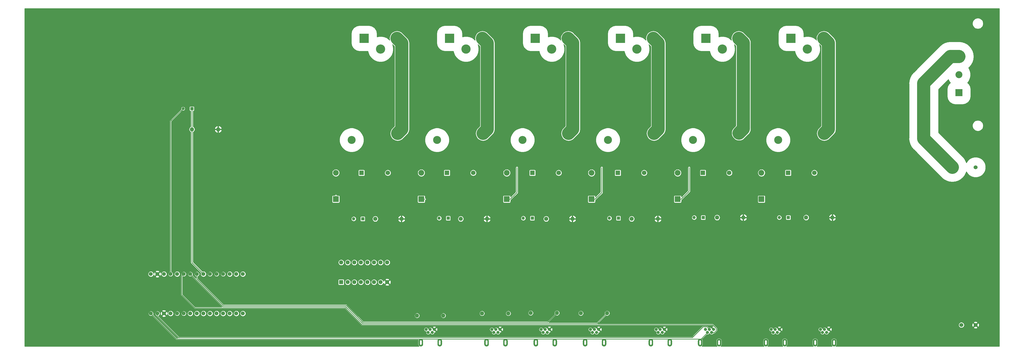
<source format=gbl>
G04 #@! TF.GenerationSoftware,KiCad,Pcbnew,5.1.5-52549c5~84~ubuntu18.04.1*
G04 #@! TF.CreationDate,2020-03-01T20:40:58-05:00*
G04 #@! TF.ProjectId,cropdroid-room,63726f70-6472-46f6-9964-2d726f6f6d2e,v0.4a*
G04 #@! TF.SameCoordinates,Original*
G04 #@! TF.FileFunction,Copper,L2,Bot*
G04 #@! TF.FilePolarity,Positive*
%FSLAX46Y46*%
G04 Gerber Fmt 4.6, Leading zero omitted, Abs format (unit mm)*
G04 Created by KiCad (PCBNEW 5.1.5-52549c5~84~ubuntu18.04.1) date 2020-03-01 20:40:58*
%MOMM*%
%LPD*%
G04 APERTURE LIST*
%ADD10C,0.000100*%
%ADD11C,1.208000*%
%ADD12C,1.600000*%
%ADD13R,1.600000X1.600000*%
%ADD14O,1.600000X1.600000*%
%ADD15C,3.556000*%
%ADD16R,3.556000X3.556000*%
%ADD17O,2.200000X2.200000*%
%ADD18R,2.200000X2.200000*%
%ADD19C,3.290000*%
%ADD20C,3.090000*%
%ADD21R,1.760000X1.760000*%
%ADD22C,1.760000*%
%ADD23R,2.700000X2.700000*%
%ADD24C,2.700000*%
%ADD25C,1.524000*%
%ADD26C,1.530000*%
%ADD27C,1.158000*%
%ADD28R,1.158000X1.158000*%
%ADD29C,1.230000*%
%ADD30R,1.230000X1.230000*%
%ADD31C,5.080000*%
%ADD32C,0.254000*%
G04 APERTURE END LIST*
D10*
G36*
X175000000Y-175818800D02*
G01*
X175000000Y-175218800D01*
X174998835Y-175174314D01*
X174995344Y-175129951D01*
X174989535Y-175085831D01*
X174981425Y-175042075D01*
X174971037Y-174998804D01*
X174958398Y-174956136D01*
X174943543Y-174914187D01*
X174926514Y-174873074D01*
X174907356Y-174832908D01*
X174886122Y-174793800D01*
X174862870Y-174755857D01*
X174837664Y-174719183D01*
X174810574Y-174683878D01*
X174781673Y-174650039D01*
X174751041Y-174617759D01*
X174718761Y-174587127D01*
X174684922Y-174558226D01*
X174649617Y-174531136D01*
X174612943Y-174505930D01*
X174575000Y-174482678D01*
X174535892Y-174461444D01*
X174495726Y-174442286D01*
X174454613Y-174425257D01*
X174412664Y-174410402D01*
X174369996Y-174397763D01*
X174326725Y-174387375D01*
X174282969Y-174379265D01*
X174238849Y-174373456D01*
X174194486Y-174369965D01*
X174150000Y-174368800D01*
X174150000Y-174868800D01*
X174168318Y-174869280D01*
X174186585Y-174870717D01*
X174204752Y-174873109D01*
X174222769Y-174876448D01*
X174240587Y-174880726D01*
X174258156Y-174885930D01*
X174275429Y-174892047D01*
X174292358Y-174899059D01*
X174308897Y-174906948D01*
X174325000Y-174915691D01*
X174340624Y-174925265D01*
X174355725Y-174935644D01*
X174370262Y-174946799D01*
X174384196Y-174958699D01*
X174397487Y-174971313D01*
X174410101Y-174984604D01*
X174422001Y-174998538D01*
X174433156Y-175013075D01*
X174443535Y-175028176D01*
X174453109Y-175043800D01*
X174461852Y-175059903D01*
X174469741Y-175076442D01*
X174476753Y-175093371D01*
X174482870Y-175110644D01*
X174488074Y-175128213D01*
X174492352Y-175146031D01*
X174495691Y-175164048D01*
X174498083Y-175182215D01*
X174499520Y-175200482D01*
X174500000Y-175218800D01*
X174500000Y-175818800D01*
X175000000Y-175818800D01*
G37*
X175000000Y-175818800D02*
X175000000Y-175218800D01*
X174998835Y-175174314D01*
X174995344Y-175129951D01*
X174989535Y-175085831D01*
X174981425Y-175042075D01*
X174971037Y-174998804D01*
X174958398Y-174956136D01*
X174943543Y-174914187D01*
X174926514Y-174873074D01*
X174907356Y-174832908D01*
X174886122Y-174793800D01*
X174862870Y-174755857D01*
X174837664Y-174719183D01*
X174810574Y-174683878D01*
X174781673Y-174650039D01*
X174751041Y-174617759D01*
X174718761Y-174587127D01*
X174684922Y-174558226D01*
X174649617Y-174531136D01*
X174612943Y-174505930D01*
X174575000Y-174482678D01*
X174535892Y-174461444D01*
X174495726Y-174442286D01*
X174454613Y-174425257D01*
X174412664Y-174410402D01*
X174369996Y-174397763D01*
X174326725Y-174387375D01*
X174282969Y-174379265D01*
X174238849Y-174373456D01*
X174194486Y-174369965D01*
X174150000Y-174368800D01*
X174150000Y-174868800D01*
X174168318Y-174869280D01*
X174186585Y-174870717D01*
X174204752Y-174873109D01*
X174222769Y-174876448D01*
X174240587Y-174880726D01*
X174258156Y-174885930D01*
X174275429Y-174892047D01*
X174292358Y-174899059D01*
X174308897Y-174906948D01*
X174325000Y-174915691D01*
X174340624Y-174925265D01*
X174355725Y-174935644D01*
X174370262Y-174946799D01*
X174384196Y-174958699D01*
X174397487Y-174971313D01*
X174410101Y-174984604D01*
X174422001Y-174998538D01*
X174433156Y-175013075D01*
X174443535Y-175028176D01*
X174453109Y-175043800D01*
X174461852Y-175059903D01*
X174469741Y-175076442D01*
X174476753Y-175093371D01*
X174482870Y-175110644D01*
X174488074Y-175128213D01*
X174492352Y-175146031D01*
X174495691Y-175164048D01*
X174498083Y-175182215D01*
X174499520Y-175200482D01*
X174500000Y-175218800D01*
X174500000Y-175818800D01*
X175000000Y-175818800D01*
G36*
X173300000Y-175818800D02*
G01*
X173300000Y-175218800D01*
X173301165Y-175174314D01*
X173304656Y-175129951D01*
X173310465Y-175085831D01*
X173318575Y-175042075D01*
X173328963Y-174998804D01*
X173341602Y-174956136D01*
X173356457Y-174914187D01*
X173373486Y-174873074D01*
X173392644Y-174832908D01*
X173413878Y-174793800D01*
X173437130Y-174755857D01*
X173462336Y-174719183D01*
X173489426Y-174683878D01*
X173518327Y-174650039D01*
X173548959Y-174617759D01*
X173581239Y-174587127D01*
X173615078Y-174558226D01*
X173650383Y-174531136D01*
X173687057Y-174505930D01*
X173725000Y-174482678D01*
X173764108Y-174461444D01*
X173804274Y-174442286D01*
X173845387Y-174425257D01*
X173887336Y-174410402D01*
X173930004Y-174397763D01*
X173973275Y-174387375D01*
X174017031Y-174379265D01*
X174061151Y-174373456D01*
X174105514Y-174369965D01*
X174150000Y-174368800D01*
X174150000Y-174868800D01*
X174131682Y-174869280D01*
X174113415Y-174870717D01*
X174095248Y-174873109D01*
X174077231Y-174876448D01*
X174059413Y-174880726D01*
X174041844Y-174885930D01*
X174024571Y-174892047D01*
X174007642Y-174899059D01*
X173991103Y-174906948D01*
X173975000Y-174915691D01*
X173959376Y-174925265D01*
X173944275Y-174935644D01*
X173929738Y-174946799D01*
X173915804Y-174958699D01*
X173902513Y-174971313D01*
X173889899Y-174984604D01*
X173877999Y-174998538D01*
X173866844Y-175013075D01*
X173856465Y-175028176D01*
X173846891Y-175043800D01*
X173838148Y-175059903D01*
X173830259Y-175076442D01*
X173823247Y-175093371D01*
X173817130Y-175110644D01*
X173811926Y-175128213D01*
X173807648Y-175146031D01*
X173804309Y-175164048D01*
X173801917Y-175182215D01*
X173800480Y-175200482D01*
X173800000Y-175218800D01*
X173800000Y-175818800D01*
X173300000Y-175818800D01*
G37*
X173300000Y-175818800D02*
X173300000Y-175218800D01*
X173301165Y-175174314D01*
X173304656Y-175129951D01*
X173310465Y-175085831D01*
X173318575Y-175042075D01*
X173328963Y-174998804D01*
X173341602Y-174956136D01*
X173356457Y-174914187D01*
X173373486Y-174873074D01*
X173392644Y-174832908D01*
X173413878Y-174793800D01*
X173437130Y-174755857D01*
X173462336Y-174719183D01*
X173489426Y-174683878D01*
X173518327Y-174650039D01*
X173548959Y-174617759D01*
X173581239Y-174587127D01*
X173615078Y-174558226D01*
X173650383Y-174531136D01*
X173687057Y-174505930D01*
X173725000Y-174482678D01*
X173764108Y-174461444D01*
X173804274Y-174442286D01*
X173845387Y-174425257D01*
X173887336Y-174410402D01*
X173930004Y-174397763D01*
X173973275Y-174387375D01*
X174017031Y-174379265D01*
X174061151Y-174373456D01*
X174105514Y-174369965D01*
X174150000Y-174368800D01*
X174150000Y-174868800D01*
X174131682Y-174869280D01*
X174113415Y-174870717D01*
X174095248Y-174873109D01*
X174077231Y-174876448D01*
X174059413Y-174880726D01*
X174041844Y-174885930D01*
X174024571Y-174892047D01*
X174007642Y-174899059D01*
X173991103Y-174906948D01*
X173975000Y-174915691D01*
X173959376Y-174925265D01*
X173944275Y-174935644D01*
X173929738Y-174946799D01*
X173915804Y-174958699D01*
X173902513Y-174971313D01*
X173889899Y-174984604D01*
X173877999Y-174998538D01*
X173866844Y-175013075D01*
X173856465Y-175028176D01*
X173846891Y-175043800D01*
X173838148Y-175059903D01*
X173830259Y-175076442D01*
X173823247Y-175093371D01*
X173817130Y-175110644D01*
X173811926Y-175128213D01*
X173807648Y-175146031D01*
X173804309Y-175164048D01*
X173801917Y-175182215D01*
X173800480Y-175200482D01*
X173800000Y-175218800D01*
X173800000Y-175818800D01*
X173300000Y-175818800D01*
G36*
X173300000Y-175818800D02*
G01*
X173300000Y-176418800D01*
X173301165Y-176463286D01*
X173304656Y-176507649D01*
X173310465Y-176551769D01*
X173318575Y-176595525D01*
X173328963Y-176638796D01*
X173341602Y-176681464D01*
X173356457Y-176723413D01*
X173373486Y-176764526D01*
X173392644Y-176804692D01*
X173413878Y-176843800D01*
X173437130Y-176881743D01*
X173462336Y-176918417D01*
X173489426Y-176953722D01*
X173518327Y-176987561D01*
X173548959Y-177019841D01*
X173581239Y-177050473D01*
X173615078Y-177079374D01*
X173650383Y-177106464D01*
X173687057Y-177131670D01*
X173725000Y-177154922D01*
X173764108Y-177176156D01*
X173804274Y-177195314D01*
X173845387Y-177212343D01*
X173887336Y-177227198D01*
X173930004Y-177239837D01*
X173973275Y-177250225D01*
X174017031Y-177258335D01*
X174061151Y-177264144D01*
X174105514Y-177267635D01*
X174150000Y-177268800D01*
X174150000Y-176768800D01*
X174131682Y-176768320D01*
X174113415Y-176766883D01*
X174095248Y-176764491D01*
X174077231Y-176761152D01*
X174059413Y-176756874D01*
X174041844Y-176751670D01*
X174024571Y-176745553D01*
X174007642Y-176738541D01*
X173991103Y-176730652D01*
X173975000Y-176721909D01*
X173959376Y-176712335D01*
X173944275Y-176701956D01*
X173929738Y-176690801D01*
X173915804Y-176678901D01*
X173902513Y-176666287D01*
X173889899Y-176652996D01*
X173877999Y-176639062D01*
X173866844Y-176624525D01*
X173856465Y-176609424D01*
X173846891Y-176593800D01*
X173838148Y-176577697D01*
X173830259Y-176561158D01*
X173823247Y-176544229D01*
X173817130Y-176526956D01*
X173811926Y-176509387D01*
X173807648Y-176491569D01*
X173804309Y-176473552D01*
X173801917Y-176455385D01*
X173800480Y-176437118D01*
X173800000Y-176418800D01*
X173800000Y-175818800D01*
X173300000Y-175818800D01*
G37*
X173300000Y-175818800D02*
X173300000Y-176418800D01*
X173301165Y-176463286D01*
X173304656Y-176507649D01*
X173310465Y-176551769D01*
X173318575Y-176595525D01*
X173328963Y-176638796D01*
X173341602Y-176681464D01*
X173356457Y-176723413D01*
X173373486Y-176764526D01*
X173392644Y-176804692D01*
X173413878Y-176843800D01*
X173437130Y-176881743D01*
X173462336Y-176918417D01*
X173489426Y-176953722D01*
X173518327Y-176987561D01*
X173548959Y-177019841D01*
X173581239Y-177050473D01*
X173615078Y-177079374D01*
X173650383Y-177106464D01*
X173687057Y-177131670D01*
X173725000Y-177154922D01*
X173764108Y-177176156D01*
X173804274Y-177195314D01*
X173845387Y-177212343D01*
X173887336Y-177227198D01*
X173930004Y-177239837D01*
X173973275Y-177250225D01*
X174017031Y-177258335D01*
X174061151Y-177264144D01*
X174105514Y-177267635D01*
X174150000Y-177268800D01*
X174150000Y-176768800D01*
X174131682Y-176768320D01*
X174113415Y-176766883D01*
X174095248Y-176764491D01*
X174077231Y-176761152D01*
X174059413Y-176756874D01*
X174041844Y-176751670D01*
X174024571Y-176745553D01*
X174007642Y-176738541D01*
X173991103Y-176730652D01*
X173975000Y-176721909D01*
X173959376Y-176712335D01*
X173944275Y-176701956D01*
X173929738Y-176690801D01*
X173915804Y-176678901D01*
X173902513Y-176666287D01*
X173889899Y-176652996D01*
X173877999Y-176639062D01*
X173866844Y-176624525D01*
X173856465Y-176609424D01*
X173846891Y-176593800D01*
X173838148Y-176577697D01*
X173830259Y-176561158D01*
X173823247Y-176544229D01*
X173817130Y-176526956D01*
X173811926Y-176509387D01*
X173807648Y-176491569D01*
X173804309Y-176473552D01*
X173801917Y-176455385D01*
X173800480Y-176437118D01*
X173800000Y-176418800D01*
X173800000Y-175818800D01*
X173300000Y-175818800D01*
G36*
X175000000Y-175818800D02*
G01*
X175000000Y-176418800D01*
X174998835Y-176463286D01*
X174995344Y-176507649D01*
X174989535Y-176551769D01*
X174981425Y-176595525D01*
X174971037Y-176638796D01*
X174958398Y-176681464D01*
X174943543Y-176723413D01*
X174926514Y-176764526D01*
X174907356Y-176804692D01*
X174886122Y-176843800D01*
X174862870Y-176881743D01*
X174837664Y-176918417D01*
X174810574Y-176953722D01*
X174781673Y-176987561D01*
X174751041Y-177019841D01*
X174718761Y-177050473D01*
X174684922Y-177079374D01*
X174649617Y-177106464D01*
X174612943Y-177131670D01*
X174575000Y-177154922D01*
X174535892Y-177176156D01*
X174495726Y-177195314D01*
X174454613Y-177212343D01*
X174412664Y-177227198D01*
X174369996Y-177239837D01*
X174326725Y-177250225D01*
X174282969Y-177258335D01*
X174238849Y-177264144D01*
X174194486Y-177267635D01*
X174150000Y-177268800D01*
X174150000Y-176768800D01*
X174168318Y-176768320D01*
X174186585Y-176766883D01*
X174204752Y-176764491D01*
X174222769Y-176761152D01*
X174240587Y-176756874D01*
X174258156Y-176751670D01*
X174275429Y-176745553D01*
X174292358Y-176738541D01*
X174308897Y-176730652D01*
X174325000Y-176721909D01*
X174340624Y-176712335D01*
X174355725Y-176701956D01*
X174370262Y-176690801D01*
X174384196Y-176678901D01*
X174397487Y-176666287D01*
X174410101Y-176652996D01*
X174422001Y-176639062D01*
X174433156Y-176624525D01*
X174443535Y-176609424D01*
X174453109Y-176593800D01*
X174461852Y-176577697D01*
X174469741Y-176561158D01*
X174476753Y-176544229D01*
X174482870Y-176526956D01*
X174488074Y-176509387D01*
X174492352Y-176491569D01*
X174495691Y-176473552D01*
X174498083Y-176455385D01*
X174499520Y-176437118D01*
X174500000Y-176418800D01*
X174500000Y-175818800D01*
X175000000Y-175818800D01*
G37*
X175000000Y-175818800D02*
X175000000Y-176418800D01*
X174998835Y-176463286D01*
X174995344Y-176507649D01*
X174989535Y-176551769D01*
X174981425Y-176595525D01*
X174971037Y-176638796D01*
X174958398Y-176681464D01*
X174943543Y-176723413D01*
X174926514Y-176764526D01*
X174907356Y-176804692D01*
X174886122Y-176843800D01*
X174862870Y-176881743D01*
X174837664Y-176918417D01*
X174810574Y-176953722D01*
X174781673Y-176987561D01*
X174751041Y-177019841D01*
X174718761Y-177050473D01*
X174684922Y-177079374D01*
X174649617Y-177106464D01*
X174612943Y-177131670D01*
X174575000Y-177154922D01*
X174535892Y-177176156D01*
X174495726Y-177195314D01*
X174454613Y-177212343D01*
X174412664Y-177227198D01*
X174369996Y-177239837D01*
X174326725Y-177250225D01*
X174282969Y-177258335D01*
X174238849Y-177264144D01*
X174194486Y-177267635D01*
X174150000Y-177268800D01*
X174150000Y-176768800D01*
X174168318Y-176768320D01*
X174186585Y-176766883D01*
X174204752Y-176764491D01*
X174222769Y-176761152D01*
X174240587Y-176756874D01*
X174258156Y-176751670D01*
X174275429Y-176745553D01*
X174292358Y-176738541D01*
X174308897Y-176730652D01*
X174325000Y-176721909D01*
X174340624Y-176712335D01*
X174355725Y-176701956D01*
X174370262Y-176690801D01*
X174384196Y-176678901D01*
X174397487Y-176666287D01*
X174410101Y-176652996D01*
X174422001Y-176639062D01*
X174433156Y-176624525D01*
X174443535Y-176609424D01*
X174453109Y-176593800D01*
X174461852Y-176577697D01*
X174469741Y-176561158D01*
X174476753Y-176544229D01*
X174482870Y-176526956D01*
X174488074Y-176509387D01*
X174492352Y-176491569D01*
X174495691Y-176473552D01*
X174498083Y-176455385D01*
X174499520Y-176437118D01*
X174500000Y-176418800D01*
X174500000Y-175818800D01*
X175000000Y-175818800D01*
G36*
X182300000Y-175818800D02*
G01*
X182300000Y-175218800D01*
X182298835Y-175174314D01*
X182295344Y-175129951D01*
X182289535Y-175085831D01*
X182281425Y-175042075D01*
X182271037Y-174998804D01*
X182258398Y-174956136D01*
X182243543Y-174914187D01*
X182226514Y-174873074D01*
X182207356Y-174832908D01*
X182186122Y-174793800D01*
X182162870Y-174755857D01*
X182137664Y-174719183D01*
X182110574Y-174683878D01*
X182081673Y-174650039D01*
X182051041Y-174617759D01*
X182018761Y-174587127D01*
X181984922Y-174558226D01*
X181949617Y-174531136D01*
X181912943Y-174505930D01*
X181875000Y-174482678D01*
X181835892Y-174461444D01*
X181795726Y-174442286D01*
X181754613Y-174425257D01*
X181712664Y-174410402D01*
X181669996Y-174397763D01*
X181626725Y-174387375D01*
X181582969Y-174379265D01*
X181538849Y-174373456D01*
X181494486Y-174369965D01*
X181450000Y-174368800D01*
X181450000Y-174868800D01*
X181468318Y-174869280D01*
X181486585Y-174870717D01*
X181504752Y-174873109D01*
X181522769Y-174876448D01*
X181540587Y-174880726D01*
X181558156Y-174885930D01*
X181575429Y-174892047D01*
X181592358Y-174899059D01*
X181608897Y-174906948D01*
X181625000Y-174915691D01*
X181640624Y-174925265D01*
X181655725Y-174935644D01*
X181670262Y-174946799D01*
X181684196Y-174958699D01*
X181697487Y-174971313D01*
X181710101Y-174984604D01*
X181722001Y-174998538D01*
X181733156Y-175013075D01*
X181743535Y-175028176D01*
X181753109Y-175043800D01*
X181761852Y-175059903D01*
X181769741Y-175076442D01*
X181776753Y-175093371D01*
X181782870Y-175110644D01*
X181788074Y-175128213D01*
X181792352Y-175146031D01*
X181795691Y-175164048D01*
X181798083Y-175182215D01*
X181799520Y-175200482D01*
X181800000Y-175218800D01*
X181800000Y-175818800D01*
X182300000Y-175818800D01*
G37*
X182300000Y-175818800D02*
X182300000Y-175218800D01*
X182298835Y-175174314D01*
X182295344Y-175129951D01*
X182289535Y-175085831D01*
X182281425Y-175042075D01*
X182271037Y-174998804D01*
X182258398Y-174956136D01*
X182243543Y-174914187D01*
X182226514Y-174873074D01*
X182207356Y-174832908D01*
X182186122Y-174793800D01*
X182162870Y-174755857D01*
X182137664Y-174719183D01*
X182110574Y-174683878D01*
X182081673Y-174650039D01*
X182051041Y-174617759D01*
X182018761Y-174587127D01*
X181984922Y-174558226D01*
X181949617Y-174531136D01*
X181912943Y-174505930D01*
X181875000Y-174482678D01*
X181835892Y-174461444D01*
X181795726Y-174442286D01*
X181754613Y-174425257D01*
X181712664Y-174410402D01*
X181669996Y-174397763D01*
X181626725Y-174387375D01*
X181582969Y-174379265D01*
X181538849Y-174373456D01*
X181494486Y-174369965D01*
X181450000Y-174368800D01*
X181450000Y-174868800D01*
X181468318Y-174869280D01*
X181486585Y-174870717D01*
X181504752Y-174873109D01*
X181522769Y-174876448D01*
X181540587Y-174880726D01*
X181558156Y-174885930D01*
X181575429Y-174892047D01*
X181592358Y-174899059D01*
X181608897Y-174906948D01*
X181625000Y-174915691D01*
X181640624Y-174925265D01*
X181655725Y-174935644D01*
X181670262Y-174946799D01*
X181684196Y-174958699D01*
X181697487Y-174971313D01*
X181710101Y-174984604D01*
X181722001Y-174998538D01*
X181733156Y-175013075D01*
X181743535Y-175028176D01*
X181753109Y-175043800D01*
X181761852Y-175059903D01*
X181769741Y-175076442D01*
X181776753Y-175093371D01*
X181782870Y-175110644D01*
X181788074Y-175128213D01*
X181792352Y-175146031D01*
X181795691Y-175164048D01*
X181798083Y-175182215D01*
X181799520Y-175200482D01*
X181800000Y-175218800D01*
X181800000Y-175818800D01*
X182300000Y-175818800D01*
G36*
X180600000Y-175818800D02*
G01*
X180600000Y-175218800D01*
X180601165Y-175174314D01*
X180604656Y-175129951D01*
X180610465Y-175085831D01*
X180618575Y-175042075D01*
X180628963Y-174998804D01*
X180641602Y-174956136D01*
X180656457Y-174914187D01*
X180673486Y-174873074D01*
X180692644Y-174832908D01*
X180713878Y-174793800D01*
X180737130Y-174755857D01*
X180762336Y-174719183D01*
X180789426Y-174683878D01*
X180818327Y-174650039D01*
X180848959Y-174617759D01*
X180881239Y-174587127D01*
X180915078Y-174558226D01*
X180950383Y-174531136D01*
X180987057Y-174505930D01*
X181025000Y-174482678D01*
X181064108Y-174461444D01*
X181104274Y-174442286D01*
X181145387Y-174425257D01*
X181187336Y-174410402D01*
X181230004Y-174397763D01*
X181273275Y-174387375D01*
X181317031Y-174379265D01*
X181361151Y-174373456D01*
X181405514Y-174369965D01*
X181450000Y-174368800D01*
X181450000Y-174868800D01*
X181431682Y-174869280D01*
X181413415Y-174870717D01*
X181395248Y-174873109D01*
X181377231Y-174876448D01*
X181359413Y-174880726D01*
X181341844Y-174885930D01*
X181324571Y-174892047D01*
X181307642Y-174899059D01*
X181291103Y-174906948D01*
X181275000Y-174915691D01*
X181259376Y-174925265D01*
X181244275Y-174935644D01*
X181229738Y-174946799D01*
X181215804Y-174958699D01*
X181202513Y-174971313D01*
X181189899Y-174984604D01*
X181177999Y-174998538D01*
X181166844Y-175013075D01*
X181156465Y-175028176D01*
X181146891Y-175043800D01*
X181138148Y-175059903D01*
X181130259Y-175076442D01*
X181123247Y-175093371D01*
X181117130Y-175110644D01*
X181111926Y-175128213D01*
X181107648Y-175146031D01*
X181104309Y-175164048D01*
X181101917Y-175182215D01*
X181100480Y-175200482D01*
X181100000Y-175218800D01*
X181100000Y-175818800D01*
X180600000Y-175818800D01*
G37*
X180600000Y-175818800D02*
X180600000Y-175218800D01*
X180601165Y-175174314D01*
X180604656Y-175129951D01*
X180610465Y-175085831D01*
X180618575Y-175042075D01*
X180628963Y-174998804D01*
X180641602Y-174956136D01*
X180656457Y-174914187D01*
X180673486Y-174873074D01*
X180692644Y-174832908D01*
X180713878Y-174793800D01*
X180737130Y-174755857D01*
X180762336Y-174719183D01*
X180789426Y-174683878D01*
X180818327Y-174650039D01*
X180848959Y-174617759D01*
X180881239Y-174587127D01*
X180915078Y-174558226D01*
X180950383Y-174531136D01*
X180987057Y-174505930D01*
X181025000Y-174482678D01*
X181064108Y-174461444D01*
X181104274Y-174442286D01*
X181145387Y-174425257D01*
X181187336Y-174410402D01*
X181230004Y-174397763D01*
X181273275Y-174387375D01*
X181317031Y-174379265D01*
X181361151Y-174373456D01*
X181405514Y-174369965D01*
X181450000Y-174368800D01*
X181450000Y-174868800D01*
X181431682Y-174869280D01*
X181413415Y-174870717D01*
X181395248Y-174873109D01*
X181377231Y-174876448D01*
X181359413Y-174880726D01*
X181341844Y-174885930D01*
X181324571Y-174892047D01*
X181307642Y-174899059D01*
X181291103Y-174906948D01*
X181275000Y-174915691D01*
X181259376Y-174925265D01*
X181244275Y-174935644D01*
X181229738Y-174946799D01*
X181215804Y-174958699D01*
X181202513Y-174971313D01*
X181189899Y-174984604D01*
X181177999Y-174998538D01*
X181166844Y-175013075D01*
X181156465Y-175028176D01*
X181146891Y-175043800D01*
X181138148Y-175059903D01*
X181130259Y-175076442D01*
X181123247Y-175093371D01*
X181117130Y-175110644D01*
X181111926Y-175128213D01*
X181107648Y-175146031D01*
X181104309Y-175164048D01*
X181101917Y-175182215D01*
X181100480Y-175200482D01*
X181100000Y-175218800D01*
X181100000Y-175818800D01*
X180600000Y-175818800D01*
G36*
X180600000Y-175818800D02*
G01*
X180600000Y-176418800D01*
X180601165Y-176463286D01*
X180604656Y-176507649D01*
X180610465Y-176551769D01*
X180618575Y-176595525D01*
X180628963Y-176638796D01*
X180641602Y-176681464D01*
X180656457Y-176723413D01*
X180673486Y-176764526D01*
X180692644Y-176804692D01*
X180713878Y-176843800D01*
X180737130Y-176881743D01*
X180762336Y-176918417D01*
X180789426Y-176953722D01*
X180818327Y-176987561D01*
X180848959Y-177019841D01*
X180881239Y-177050473D01*
X180915078Y-177079374D01*
X180950383Y-177106464D01*
X180987057Y-177131670D01*
X181025000Y-177154922D01*
X181064108Y-177176156D01*
X181104274Y-177195314D01*
X181145387Y-177212343D01*
X181187336Y-177227198D01*
X181230004Y-177239837D01*
X181273275Y-177250225D01*
X181317031Y-177258335D01*
X181361151Y-177264144D01*
X181405514Y-177267635D01*
X181450000Y-177268800D01*
X181450000Y-176768800D01*
X181431682Y-176768320D01*
X181413415Y-176766883D01*
X181395248Y-176764491D01*
X181377231Y-176761152D01*
X181359413Y-176756874D01*
X181341844Y-176751670D01*
X181324571Y-176745553D01*
X181307642Y-176738541D01*
X181291103Y-176730652D01*
X181275000Y-176721909D01*
X181259376Y-176712335D01*
X181244275Y-176701956D01*
X181229738Y-176690801D01*
X181215804Y-176678901D01*
X181202513Y-176666287D01*
X181189899Y-176652996D01*
X181177999Y-176639062D01*
X181166844Y-176624525D01*
X181156465Y-176609424D01*
X181146891Y-176593800D01*
X181138148Y-176577697D01*
X181130259Y-176561158D01*
X181123247Y-176544229D01*
X181117130Y-176526956D01*
X181111926Y-176509387D01*
X181107648Y-176491569D01*
X181104309Y-176473552D01*
X181101917Y-176455385D01*
X181100480Y-176437118D01*
X181100000Y-176418800D01*
X181100000Y-175818800D01*
X180600000Y-175818800D01*
G37*
X180600000Y-175818800D02*
X180600000Y-176418800D01*
X180601165Y-176463286D01*
X180604656Y-176507649D01*
X180610465Y-176551769D01*
X180618575Y-176595525D01*
X180628963Y-176638796D01*
X180641602Y-176681464D01*
X180656457Y-176723413D01*
X180673486Y-176764526D01*
X180692644Y-176804692D01*
X180713878Y-176843800D01*
X180737130Y-176881743D01*
X180762336Y-176918417D01*
X180789426Y-176953722D01*
X180818327Y-176987561D01*
X180848959Y-177019841D01*
X180881239Y-177050473D01*
X180915078Y-177079374D01*
X180950383Y-177106464D01*
X180987057Y-177131670D01*
X181025000Y-177154922D01*
X181064108Y-177176156D01*
X181104274Y-177195314D01*
X181145387Y-177212343D01*
X181187336Y-177227198D01*
X181230004Y-177239837D01*
X181273275Y-177250225D01*
X181317031Y-177258335D01*
X181361151Y-177264144D01*
X181405514Y-177267635D01*
X181450000Y-177268800D01*
X181450000Y-176768800D01*
X181431682Y-176768320D01*
X181413415Y-176766883D01*
X181395248Y-176764491D01*
X181377231Y-176761152D01*
X181359413Y-176756874D01*
X181341844Y-176751670D01*
X181324571Y-176745553D01*
X181307642Y-176738541D01*
X181291103Y-176730652D01*
X181275000Y-176721909D01*
X181259376Y-176712335D01*
X181244275Y-176701956D01*
X181229738Y-176690801D01*
X181215804Y-176678901D01*
X181202513Y-176666287D01*
X181189899Y-176652996D01*
X181177999Y-176639062D01*
X181166844Y-176624525D01*
X181156465Y-176609424D01*
X181146891Y-176593800D01*
X181138148Y-176577697D01*
X181130259Y-176561158D01*
X181123247Y-176544229D01*
X181117130Y-176526956D01*
X181111926Y-176509387D01*
X181107648Y-176491569D01*
X181104309Y-176473552D01*
X181101917Y-176455385D01*
X181100480Y-176437118D01*
X181100000Y-176418800D01*
X181100000Y-175818800D01*
X180600000Y-175818800D01*
G36*
X182300000Y-175818800D02*
G01*
X182300000Y-176418800D01*
X182298835Y-176463286D01*
X182295344Y-176507649D01*
X182289535Y-176551769D01*
X182281425Y-176595525D01*
X182271037Y-176638796D01*
X182258398Y-176681464D01*
X182243543Y-176723413D01*
X182226514Y-176764526D01*
X182207356Y-176804692D01*
X182186122Y-176843800D01*
X182162870Y-176881743D01*
X182137664Y-176918417D01*
X182110574Y-176953722D01*
X182081673Y-176987561D01*
X182051041Y-177019841D01*
X182018761Y-177050473D01*
X181984922Y-177079374D01*
X181949617Y-177106464D01*
X181912943Y-177131670D01*
X181875000Y-177154922D01*
X181835892Y-177176156D01*
X181795726Y-177195314D01*
X181754613Y-177212343D01*
X181712664Y-177227198D01*
X181669996Y-177239837D01*
X181626725Y-177250225D01*
X181582969Y-177258335D01*
X181538849Y-177264144D01*
X181494486Y-177267635D01*
X181450000Y-177268800D01*
X181450000Y-176768800D01*
X181468318Y-176768320D01*
X181486585Y-176766883D01*
X181504752Y-176764491D01*
X181522769Y-176761152D01*
X181540587Y-176756874D01*
X181558156Y-176751670D01*
X181575429Y-176745553D01*
X181592358Y-176738541D01*
X181608897Y-176730652D01*
X181625000Y-176721909D01*
X181640624Y-176712335D01*
X181655725Y-176701956D01*
X181670262Y-176690801D01*
X181684196Y-176678901D01*
X181697487Y-176666287D01*
X181710101Y-176652996D01*
X181722001Y-176639062D01*
X181733156Y-176624525D01*
X181743535Y-176609424D01*
X181753109Y-176593800D01*
X181761852Y-176577697D01*
X181769741Y-176561158D01*
X181776753Y-176544229D01*
X181782870Y-176526956D01*
X181788074Y-176509387D01*
X181792352Y-176491569D01*
X181795691Y-176473552D01*
X181798083Y-176455385D01*
X181799520Y-176437118D01*
X181800000Y-176418800D01*
X181800000Y-175818800D01*
X182300000Y-175818800D01*
G37*
X182300000Y-175818800D02*
X182300000Y-176418800D01*
X182298835Y-176463286D01*
X182295344Y-176507649D01*
X182289535Y-176551769D01*
X182281425Y-176595525D01*
X182271037Y-176638796D01*
X182258398Y-176681464D01*
X182243543Y-176723413D01*
X182226514Y-176764526D01*
X182207356Y-176804692D01*
X182186122Y-176843800D01*
X182162870Y-176881743D01*
X182137664Y-176918417D01*
X182110574Y-176953722D01*
X182081673Y-176987561D01*
X182051041Y-177019841D01*
X182018761Y-177050473D01*
X181984922Y-177079374D01*
X181949617Y-177106464D01*
X181912943Y-177131670D01*
X181875000Y-177154922D01*
X181835892Y-177176156D01*
X181795726Y-177195314D01*
X181754613Y-177212343D01*
X181712664Y-177227198D01*
X181669996Y-177239837D01*
X181626725Y-177250225D01*
X181582969Y-177258335D01*
X181538849Y-177264144D01*
X181494486Y-177267635D01*
X181450000Y-177268800D01*
X181450000Y-176768800D01*
X181468318Y-176768320D01*
X181486585Y-176766883D01*
X181504752Y-176764491D01*
X181522769Y-176761152D01*
X181540587Y-176756874D01*
X181558156Y-176751670D01*
X181575429Y-176745553D01*
X181592358Y-176738541D01*
X181608897Y-176730652D01*
X181625000Y-176721909D01*
X181640624Y-176712335D01*
X181655725Y-176701956D01*
X181670262Y-176690801D01*
X181684196Y-176678901D01*
X181697487Y-176666287D01*
X181710101Y-176652996D01*
X181722001Y-176639062D01*
X181733156Y-176624525D01*
X181743535Y-176609424D01*
X181753109Y-176593800D01*
X181761852Y-176577697D01*
X181769741Y-176561158D01*
X181776753Y-176544229D01*
X181782870Y-176526956D01*
X181788074Y-176509387D01*
X181792352Y-176491569D01*
X181795691Y-176473552D01*
X181798083Y-176455385D01*
X181799520Y-176437118D01*
X181800000Y-176418800D01*
X181800000Y-175818800D01*
X182300000Y-175818800D01*
G36*
X200400000Y-175818800D02*
G01*
X200400000Y-175218800D01*
X200398835Y-175174314D01*
X200395344Y-175129951D01*
X200389535Y-175085831D01*
X200381425Y-175042075D01*
X200371037Y-174998804D01*
X200358398Y-174956136D01*
X200343543Y-174914187D01*
X200326514Y-174873074D01*
X200307356Y-174832908D01*
X200286122Y-174793800D01*
X200262870Y-174755857D01*
X200237664Y-174719183D01*
X200210574Y-174683878D01*
X200181673Y-174650039D01*
X200151041Y-174617759D01*
X200118761Y-174587127D01*
X200084922Y-174558226D01*
X200049617Y-174531136D01*
X200012943Y-174505930D01*
X199975000Y-174482678D01*
X199935892Y-174461444D01*
X199895726Y-174442286D01*
X199854613Y-174425257D01*
X199812664Y-174410402D01*
X199769996Y-174397763D01*
X199726725Y-174387375D01*
X199682969Y-174379265D01*
X199638849Y-174373456D01*
X199594486Y-174369965D01*
X199550000Y-174368800D01*
X199550000Y-174868800D01*
X199568318Y-174869280D01*
X199586585Y-174870717D01*
X199604752Y-174873109D01*
X199622769Y-174876448D01*
X199640587Y-174880726D01*
X199658156Y-174885930D01*
X199675429Y-174892047D01*
X199692358Y-174899059D01*
X199708897Y-174906948D01*
X199725000Y-174915691D01*
X199740624Y-174925265D01*
X199755725Y-174935644D01*
X199770262Y-174946799D01*
X199784196Y-174958699D01*
X199797487Y-174971313D01*
X199810101Y-174984604D01*
X199822001Y-174998538D01*
X199833156Y-175013075D01*
X199843535Y-175028176D01*
X199853109Y-175043800D01*
X199861852Y-175059903D01*
X199869741Y-175076442D01*
X199876753Y-175093371D01*
X199882870Y-175110644D01*
X199888074Y-175128213D01*
X199892352Y-175146031D01*
X199895691Y-175164048D01*
X199898083Y-175182215D01*
X199899520Y-175200482D01*
X199900000Y-175218800D01*
X199900000Y-175818800D01*
X200400000Y-175818800D01*
G37*
X200400000Y-175818800D02*
X200400000Y-175218800D01*
X200398835Y-175174314D01*
X200395344Y-175129951D01*
X200389535Y-175085831D01*
X200381425Y-175042075D01*
X200371037Y-174998804D01*
X200358398Y-174956136D01*
X200343543Y-174914187D01*
X200326514Y-174873074D01*
X200307356Y-174832908D01*
X200286122Y-174793800D01*
X200262870Y-174755857D01*
X200237664Y-174719183D01*
X200210574Y-174683878D01*
X200181673Y-174650039D01*
X200151041Y-174617759D01*
X200118761Y-174587127D01*
X200084922Y-174558226D01*
X200049617Y-174531136D01*
X200012943Y-174505930D01*
X199975000Y-174482678D01*
X199935892Y-174461444D01*
X199895726Y-174442286D01*
X199854613Y-174425257D01*
X199812664Y-174410402D01*
X199769996Y-174397763D01*
X199726725Y-174387375D01*
X199682969Y-174379265D01*
X199638849Y-174373456D01*
X199594486Y-174369965D01*
X199550000Y-174368800D01*
X199550000Y-174868800D01*
X199568318Y-174869280D01*
X199586585Y-174870717D01*
X199604752Y-174873109D01*
X199622769Y-174876448D01*
X199640587Y-174880726D01*
X199658156Y-174885930D01*
X199675429Y-174892047D01*
X199692358Y-174899059D01*
X199708897Y-174906948D01*
X199725000Y-174915691D01*
X199740624Y-174925265D01*
X199755725Y-174935644D01*
X199770262Y-174946799D01*
X199784196Y-174958699D01*
X199797487Y-174971313D01*
X199810101Y-174984604D01*
X199822001Y-174998538D01*
X199833156Y-175013075D01*
X199843535Y-175028176D01*
X199853109Y-175043800D01*
X199861852Y-175059903D01*
X199869741Y-175076442D01*
X199876753Y-175093371D01*
X199882870Y-175110644D01*
X199888074Y-175128213D01*
X199892352Y-175146031D01*
X199895691Y-175164048D01*
X199898083Y-175182215D01*
X199899520Y-175200482D01*
X199900000Y-175218800D01*
X199900000Y-175818800D01*
X200400000Y-175818800D01*
G36*
X198700000Y-175818800D02*
G01*
X198700000Y-175218800D01*
X198701165Y-175174314D01*
X198704656Y-175129951D01*
X198710465Y-175085831D01*
X198718575Y-175042075D01*
X198728963Y-174998804D01*
X198741602Y-174956136D01*
X198756457Y-174914187D01*
X198773486Y-174873074D01*
X198792644Y-174832908D01*
X198813878Y-174793800D01*
X198837130Y-174755857D01*
X198862336Y-174719183D01*
X198889426Y-174683878D01*
X198918327Y-174650039D01*
X198948959Y-174617759D01*
X198981239Y-174587127D01*
X199015078Y-174558226D01*
X199050383Y-174531136D01*
X199087057Y-174505930D01*
X199125000Y-174482678D01*
X199164108Y-174461444D01*
X199204274Y-174442286D01*
X199245387Y-174425257D01*
X199287336Y-174410402D01*
X199330004Y-174397763D01*
X199373275Y-174387375D01*
X199417031Y-174379265D01*
X199461151Y-174373456D01*
X199505514Y-174369965D01*
X199550000Y-174368800D01*
X199550000Y-174868800D01*
X199531682Y-174869280D01*
X199513415Y-174870717D01*
X199495248Y-174873109D01*
X199477231Y-174876448D01*
X199459413Y-174880726D01*
X199441844Y-174885930D01*
X199424571Y-174892047D01*
X199407642Y-174899059D01*
X199391103Y-174906948D01*
X199375000Y-174915691D01*
X199359376Y-174925265D01*
X199344275Y-174935644D01*
X199329738Y-174946799D01*
X199315804Y-174958699D01*
X199302513Y-174971313D01*
X199289899Y-174984604D01*
X199277999Y-174998538D01*
X199266844Y-175013075D01*
X199256465Y-175028176D01*
X199246891Y-175043800D01*
X199238148Y-175059903D01*
X199230259Y-175076442D01*
X199223247Y-175093371D01*
X199217130Y-175110644D01*
X199211926Y-175128213D01*
X199207648Y-175146031D01*
X199204309Y-175164048D01*
X199201917Y-175182215D01*
X199200480Y-175200482D01*
X199200000Y-175218800D01*
X199200000Y-175818800D01*
X198700000Y-175818800D01*
G37*
X198700000Y-175818800D02*
X198700000Y-175218800D01*
X198701165Y-175174314D01*
X198704656Y-175129951D01*
X198710465Y-175085831D01*
X198718575Y-175042075D01*
X198728963Y-174998804D01*
X198741602Y-174956136D01*
X198756457Y-174914187D01*
X198773486Y-174873074D01*
X198792644Y-174832908D01*
X198813878Y-174793800D01*
X198837130Y-174755857D01*
X198862336Y-174719183D01*
X198889426Y-174683878D01*
X198918327Y-174650039D01*
X198948959Y-174617759D01*
X198981239Y-174587127D01*
X199015078Y-174558226D01*
X199050383Y-174531136D01*
X199087057Y-174505930D01*
X199125000Y-174482678D01*
X199164108Y-174461444D01*
X199204274Y-174442286D01*
X199245387Y-174425257D01*
X199287336Y-174410402D01*
X199330004Y-174397763D01*
X199373275Y-174387375D01*
X199417031Y-174379265D01*
X199461151Y-174373456D01*
X199505514Y-174369965D01*
X199550000Y-174368800D01*
X199550000Y-174868800D01*
X199531682Y-174869280D01*
X199513415Y-174870717D01*
X199495248Y-174873109D01*
X199477231Y-174876448D01*
X199459413Y-174880726D01*
X199441844Y-174885930D01*
X199424571Y-174892047D01*
X199407642Y-174899059D01*
X199391103Y-174906948D01*
X199375000Y-174915691D01*
X199359376Y-174925265D01*
X199344275Y-174935644D01*
X199329738Y-174946799D01*
X199315804Y-174958699D01*
X199302513Y-174971313D01*
X199289899Y-174984604D01*
X199277999Y-174998538D01*
X199266844Y-175013075D01*
X199256465Y-175028176D01*
X199246891Y-175043800D01*
X199238148Y-175059903D01*
X199230259Y-175076442D01*
X199223247Y-175093371D01*
X199217130Y-175110644D01*
X199211926Y-175128213D01*
X199207648Y-175146031D01*
X199204309Y-175164048D01*
X199201917Y-175182215D01*
X199200480Y-175200482D01*
X199200000Y-175218800D01*
X199200000Y-175818800D01*
X198700000Y-175818800D01*
G36*
X198700000Y-175818800D02*
G01*
X198700000Y-176418800D01*
X198701165Y-176463286D01*
X198704656Y-176507649D01*
X198710465Y-176551769D01*
X198718575Y-176595525D01*
X198728963Y-176638796D01*
X198741602Y-176681464D01*
X198756457Y-176723413D01*
X198773486Y-176764526D01*
X198792644Y-176804692D01*
X198813878Y-176843800D01*
X198837130Y-176881743D01*
X198862336Y-176918417D01*
X198889426Y-176953722D01*
X198918327Y-176987561D01*
X198948959Y-177019841D01*
X198981239Y-177050473D01*
X199015078Y-177079374D01*
X199050383Y-177106464D01*
X199087057Y-177131670D01*
X199125000Y-177154922D01*
X199164108Y-177176156D01*
X199204274Y-177195314D01*
X199245387Y-177212343D01*
X199287336Y-177227198D01*
X199330004Y-177239837D01*
X199373275Y-177250225D01*
X199417031Y-177258335D01*
X199461151Y-177264144D01*
X199505514Y-177267635D01*
X199550000Y-177268800D01*
X199550000Y-176768800D01*
X199531682Y-176768320D01*
X199513415Y-176766883D01*
X199495248Y-176764491D01*
X199477231Y-176761152D01*
X199459413Y-176756874D01*
X199441844Y-176751670D01*
X199424571Y-176745553D01*
X199407642Y-176738541D01*
X199391103Y-176730652D01*
X199375000Y-176721909D01*
X199359376Y-176712335D01*
X199344275Y-176701956D01*
X199329738Y-176690801D01*
X199315804Y-176678901D01*
X199302513Y-176666287D01*
X199289899Y-176652996D01*
X199277999Y-176639062D01*
X199266844Y-176624525D01*
X199256465Y-176609424D01*
X199246891Y-176593800D01*
X199238148Y-176577697D01*
X199230259Y-176561158D01*
X199223247Y-176544229D01*
X199217130Y-176526956D01*
X199211926Y-176509387D01*
X199207648Y-176491569D01*
X199204309Y-176473552D01*
X199201917Y-176455385D01*
X199200480Y-176437118D01*
X199200000Y-176418800D01*
X199200000Y-175818800D01*
X198700000Y-175818800D01*
G37*
X198700000Y-175818800D02*
X198700000Y-176418800D01*
X198701165Y-176463286D01*
X198704656Y-176507649D01*
X198710465Y-176551769D01*
X198718575Y-176595525D01*
X198728963Y-176638796D01*
X198741602Y-176681464D01*
X198756457Y-176723413D01*
X198773486Y-176764526D01*
X198792644Y-176804692D01*
X198813878Y-176843800D01*
X198837130Y-176881743D01*
X198862336Y-176918417D01*
X198889426Y-176953722D01*
X198918327Y-176987561D01*
X198948959Y-177019841D01*
X198981239Y-177050473D01*
X199015078Y-177079374D01*
X199050383Y-177106464D01*
X199087057Y-177131670D01*
X199125000Y-177154922D01*
X199164108Y-177176156D01*
X199204274Y-177195314D01*
X199245387Y-177212343D01*
X199287336Y-177227198D01*
X199330004Y-177239837D01*
X199373275Y-177250225D01*
X199417031Y-177258335D01*
X199461151Y-177264144D01*
X199505514Y-177267635D01*
X199550000Y-177268800D01*
X199550000Y-176768800D01*
X199531682Y-176768320D01*
X199513415Y-176766883D01*
X199495248Y-176764491D01*
X199477231Y-176761152D01*
X199459413Y-176756874D01*
X199441844Y-176751670D01*
X199424571Y-176745553D01*
X199407642Y-176738541D01*
X199391103Y-176730652D01*
X199375000Y-176721909D01*
X199359376Y-176712335D01*
X199344275Y-176701956D01*
X199329738Y-176690801D01*
X199315804Y-176678901D01*
X199302513Y-176666287D01*
X199289899Y-176652996D01*
X199277999Y-176639062D01*
X199266844Y-176624525D01*
X199256465Y-176609424D01*
X199246891Y-176593800D01*
X199238148Y-176577697D01*
X199230259Y-176561158D01*
X199223247Y-176544229D01*
X199217130Y-176526956D01*
X199211926Y-176509387D01*
X199207648Y-176491569D01*
X199204309Y-176473552D01*
X199201917Y-176455385D01*
X199200480Y-176437118D01*
X199200000Y-176418800D01*
X199200000Y-175818800D01*
X198700000Y-175818800D01*
G36*
X200400000Y-175818800D02*
G01*
X200400000Y-176418800D01*
X200398835Y-176463286D01*
X200395344Y-176507649D01*
X200389535Y-176551769D01*
X200381425Y-176595525D01*
X200371037Y-176638796D01*
X200358398Y-176681464D01*
X200343543Y-176723413D01*
X200326514Y-176764526D01*
X200307356Y-176804692D01*
X200286122Y-176843800D01*
X200262870Y-176881743D01*
X200237664Y-176918417D01*
X200210574Y-176953722D01*
X200181673Y-176987561D01*
X200151041Y-177019841D01*
X200118761Y-177050473D01*
X200084922Y-177079374D01*
X200049617Y-177106464D01*
X200012943Y-177131670D01*
X199975000Y-177154922D01*
X199935892Y-177176156D01*
X199895726Y-177195314D01*
X199854613Y-177212343D01*
X199812664Y-177227198D01*
X199769996Y-177239837D01*
X199726725Y-177250225D01*
X199682969Y-177258335D01*
X199638849Y-177264144D01*
X199594486Y-177267635D01*
X199550000Y-177268800D01*
X199550000Y-176768800D01*
X199568318Y-176768320D01*
X199586585Y-176766883D01*
X199604752Y-176764491D01*
X199622769Y-176761152D01*
X199640587Y-176756874D01*
X199658156Y-176751670D01*
X199675429Y-176745553D01*
X199692358Y-176738541D01*
X199708897Y-176730652D01*
X199725000Y-176721909D01*
X199740624Y-176712335D01*
X199755725Y-176701956D01*
X199770262Y-176690801D01*
X199784196Y-176678901D01*
X199797487Y-176666287D01*
X199810101Y-176652996D01*
X199822001Y-176639062D01*
X199833156Y-176624525D01*
X199843535Y-176609424D01*
X199853109Y-176593800D01*
X199861852Y-176577697D01*
X199869741Y-176561158D01*
X199876753Y-176544229D01*
X199882870Y-176526956D01*
X199888074Y-176509387D01*
X199892352Y-176491569D01*
X199895691Y-176473552D01*
X199898083Y-176455385D01*
X199899520Y-176437118D01*
X199900000Y-176418800D01*
X199900000Y-175818800D01*
X200400000Y-175818800D01*
G37*
X200400000Y-175818800D02*
X200400000Y-176418800D01*
X200398835Y-176463286D01*
X200395344Y-176507649D01*
X200389535Y-176551769D01*
X200381425Y-176595525D01*
X200371037Y-176638796D01*
X200358398Y-176681464D01*
X200343543Y-176723413D01*
X200326514Y-176764526D01*
X200307356Y-176804692D01*
X200286122Y-176843800D01*
X200262870Y-176881743D01*
X200237664Y-176918417D01*
X200210574Y-176953722D01*
X200181673Y-176987561D01*
X200151041Y-177019841D01*
X200118761Y-177050473D01*
X200084922Y-177079374D01*
X200049617Y-177106464D01*
X200012943Y-177131670D01*
X199975000Y-177154922D01*
X199935892Y-177176156D01*
X199895726Y-177195314D01*
X199854613Y-177212343D01*
X199812664Y-177227198D01*
X199769996Y-177239837D01*
X199726725Y-177250225D01*
X199682969Y-177258335D01*
X199638849Y-177264144D01*
X199594486Y-177267635D01*
X199550000Y-177268800D01*
X199550000Y-176768800D01*
X199568318Y-176768320D01*
X199586585Y-176766883D01*
X199604752Y-176764491D01*
X199622769Y-176761152D01*
X199640587Y-176756874D01*
X199658156Y-176751670D01*
X199675429Y-176745553D01*
X199692358Y-176738541D01*
X199708897Y-176730652D01*
X199725000Y-176721909D01*
X199740624Y-176712335D01*
X199755725Y-176701956D01*
X199770262Y-176690801D01*
X199784196Y-176678901D01*
X199797487Y-176666287D01*
X199810101Y-176652996D01*
X199822001Y-176639062D01*
X199833156Y-176624525D01*
X199843535Y-176609424D01*
X199853109Y-176593800D01*
X199861852Y-176577697D01*
X199869741Y-176561158D01*
X199876753Y-176544229D01*
X199882870Y-176526956D01*
X199888074Y-176509387D01*
X199892352Y-176491569D01*
X199895691Y-176473552D01*
X199898083Y-176455385D01*
X199899520Y-176437118D01*
X199900000Y-176418800D01*
X199900000Y-175818800D01*
X200400000Y-175818800D01*
G36*
X207700000Y-175818800D02*
G01*
X207700000Y-175218800D01*
X207698835Y-175174314D01*
X207695344Y-175129951D01*
X207689535Y-175085831D01*
X207681425Y-175042075D01*
X207671037Y-174998804D01*
X207658398Y-174956136D01*
X207643543Y-174914187D01*
X207626514Y-174873074D01*
X207607356Y-174832908D01*
X207586122Y-174793800D01*
X207562870Y-174755857D01*
X207537664Y-174719183D01*
X207510574Y-174683878D01*
X207481673Y-174650039D01*
X207451041Y-174617759D01*
X207418761Y-174587127D01*
X207384922Y-174558226D01*
X207349617Y-174531136D01*
X207312943Y-174505930D01*
X207275000Y-174482678D01*
X207235892Y-174461444D01*
X207195726Y-174442286D01*
X207154613Y-174425257D01*
X207112664Y-174410402D01*
X207069996Y-174397763D01*
X207026725Y-174387375D01*
X206982969Y-174379265D01*
X206938849Y-174373456D01*
X206894486Y-174369965D01*
X206850000Y-174368800D01*
X206850000Y-174868800D01*
X206868318Y-174869280D01*
X206886585Y-174870717D01*
X206904752Y-174873109D01*
X206922769Y-174876448D01*
X206940587Y-174880726D01*
X206958156Y-174885930D01*
X206975429Y-174892047D01*
X206992358Y-174899059D01*
X207008897Y-174906948D01*
X207025000Y-174915691D01*
X207040624Y-174925265D01*
X207055725Y-174935644D01*
X207070262Y-174946799D01*
X207084196Y-174958699D01*
X207097487Y-174971313D01*
X207110101Y-174984604D01*
X207122001Y-174998538D01*
X207133156Y-175013075D01*
X207143535Y-175028176D01*
X207153109Y-175043800D01*
X207161852Y-175059903D01*
X207169741Y-175076442D01*
X207176753Y-175093371D01*
X207182870Y-175110644D01*
X207188074Y-175128213D01*
X207192352Y-175146031D01*
X207195691Y-175164048D01*
X207198083Y-175182215D01*
X207199520Y-175200482D01*
X207200000Y-175218800D01*
X207200000Y-175818800D01*
X207700000Y-175818800D01*
G37*
X207700000Y-175818800D02*
X207700000Y-175218800D01*
X207698835Y-175174314D01*
X207695344Y-175129951D01*
X207689535Y-175085831D01*
X207681425Y-175042075D01*
X207671037Y-174998804D01*
X207658398Y-174956136D01*
X207643543Y-174914187D01*
X207626514Y-174873074D01*
X207607356Y-174832908D01*
X207586122Y-174793800D01*
X207562870Y-174755857D01*
X207537664Y-174719183D01*
X207510574Y-174683878D01*
X207481673Y-174650039D01*
X207451041Y-174617759D01*
X207418761Y-174587127D01*
X207384922Y-174558226D01*
X207349617Y-174531136D01*
X207312943Y-174505930D01*
X207275000Y-174482678D01*
X207235892Y-174461444D01*
X207195726Y-174442286D01*
X207154613Y-174425257D01*
X207112664Y-174410402D01*
X207069996Y-174397763D01*
X207026725Y-174387375D01*
X206982969Y-174379265D01*
X206938849Y-174373456D01*
X206894486Y-174369965D01*
X206850000Y-174368800D01*
X206850000Y-174868800D01*
X206868318Y-174869280D01*
X206886585Y-174870717D01*
X206904752Y-174873109D01*
X206922769Y-174876448D01*
X206940587Y-174880726D01*
X206958156Y-174885930D01*
X206975429Y-174892047D01*
X206992358Y-174899059D01*
X207008897Y-174906948D01*
X207025000Y-174915691D01*
X207040624Y-174925265D01*
X207055725Y-174935644D01*
X207070262Y-174946799D01*
X207084196Y-174958699D01*
X207097487Y-174971313D01*
X207110101Y-174984604D01*
X207122001Y-174998538D01*
X207133156Y-175013075D01*
X207143535Y-175028176D01*
X207153109Y-175043800D01*
X207161852Y-175059903D01*
X207169741Y-175076442D01*
X207176753Y-175093371D01*
X207182870Y-175110644D01*
X207188074Y-175128213D01*
X207192352Y-175146031D01*
X207195691Y-175164048D01*
X207198083Y-175182215D01*
X207199520Y-175200482D01*
X207200000Y-175218800D01*
X207200000Y-175818800D01*
X207700000Y-175818800D01*
G36*
X206000000Y-175818800D02*
G01*
X206000000Y-175218800D01*
X206001165Y-175174314D01*
X206004656Y-175129951D01*
X206010465Y-175085831D01*
X206018575Y-175042075D01*
X206028963Y-174998804D01*
X206041602Y-174956136D01*
X206056457Y-174914187D01*
X206073486Y-174873074D01*
X206092644Y-174832908D01*
X206113878Y-174793800D01*
X206137130Y-174755857D01*
X206162336Y-174719183D01*
X206189426Y-174683878D01*
X206218327Y-174650039D01*
X206248959Y-174617759D01*
X206281239Y-174587127D01*
X206315078Y-174558226D01*
X206350383Y-174531136D01*
X206387057Y-174505930D01*
X206425000Y-174482678D01*
X206464108Y-174461444D01*
X206504274Y-174442286D01*
X206545387Y-174425257D01*
X206587336Y-174410402D01*
X206630004Y-174397763D01*
X206673275Y-174387375D01*
X206717031Y-174379265D01*
X206761151Y-174373456D01*
X206805514Y-174369965D01*
X206850000Y-174368800D01*
X206850000Y-174868800D01*
X206831682Y-174869280D01*
X206813415Y-174870717D01*
X206795248Y-174873109D01*
X206777231Y-174876448D01*
X206759413Y-174880726D01*
X206741844Y-174885930D01*
X206724571Y-174892047D01*
X206707642Y-174899059D01*
X206691103Y-174906948D01*
X206675000Y-174915691D01*
X206659376Y-174925265D01*
X206644275Y-174935644D01*
X206629738Y-174946799D01*
X206615804Y-174958699D01*
X206602513Y-174971313D01*
X206589899Y-174984604D01*
X206577999Y-174998538D01*
X206566844Y-175013075D01*
X206556465Y-175028176D01*
X206546891Y-175043800D01*
X206538148Y-175059903D01*
X206530259Y-175076442D01*
X206523247Y-175093371D01*
X206517130Y-175110644D01*
X206511926Y-175128213D01*
X206507648Y-175146031D01*
X206504309Y-175164048D01*
X206501917Y-175182215D01*
X206500480Y-175200482D01*
X206500000Y-175218800D01*
X206500000Y-175818800D01*
X206000000Y-175818800D01*
G37*
X206000000Y-175818800D02*
X206000000Y-175218800D01*
X206001165Y-175174314D01*
X206004656Y-175129951D01*
X206010465Y-175085831D01*
X206018575Y-175042075D01*
X206028963Y-174998804D01*
X206041602Y-174956136D01*
X206056457Y-174914187D01*
X206073486Y-174873074D01*
X206092644Y-174832908D01*
X206113878Y-174793800D01*
X206137130Y-174755857D01*
X206162336Y-174719183D01*
X206189426Y-174683878D01*
X206218327Y-174650039D01*
X206248959Y-174617759D01*
X206281239Y-174587127D01*
X206315078Y-174558226D01*
X206350383Y-174531136D01*
X206387057Y-174505930D01*
X206425000Y-174482678D01*
X206464108Y-174461444D01*
X206504274Y-174442286D01*
X206545387Y-174425257D01*
X206587336Y-174410402D01*
X206630004Y-174397763D01*
X206673275Y-174387375D01*
X206717031Y-174379265D01*
X206761151Y-174373456D01*
X206805514Y-174369965D01*
X206850000Y-174368800D01*
X206850000Y-174868800D01*
X206831682Y-174869280D01*
X206813415Y-174870717D01*
X206795248Y-174873109D01*
X206777231Y-174876448D01*
X206759413Y-174880726D01*
X206741844Y-174885930D01*
X206724571Y-174892047D01*
X206707642Y-174899059D01*
X206691103Y-174906948D01*
X206675000Y-174915691D01*
X206659376Y-174925265D01*
X206644275Y-174935644D01*
X206629738Y-174946799D01*
X206615804Y-174958699D01*
X206602513Y-174971313D01*
X206589899Y-174984604D01*
X206577999Y-174998538D01*
X206566844Y-175013075D01*
X206556465Y-175028176D01*
X206546891Y-175043800D01*
X206538148Y-175059903D01*
X206530259Y-175076442D01*
X206523247Y-175093371D01*
X206517130Y-175110644D01*
X206511926Y-175128213D01*
X206507648Y-175146031D01*
X206504309Y-175164048D01*
X206501917Y-175182215D01*
X206500480Y-175200482D01*
X206500000Y-175218800D01*
X206500000Y-175818800D01*
X206000000Y-175818800D01*
G36*
X206000000Y-175818800D02*
G01*
X206000000Y-176418800D01*
X206001165Y-176463286D01*
X206004656Y-176507649D01*
X206010465Y-176551769D01*
X206018575Y-176595525D01*
X206028963Y-176638796D01*
X206041602Y-176681464D01*
X206056457Y-176723413D01*
X206073486Y-176764526D01*
X206092644Y-176804692D01*
X206113878Y-176843800D01*
X206137130Y-176881743D01*
X206162336Y-176918417D01*
X206189426Y-176953722D01*
X206218327Y-176987561D01*
X206248959Y-177019841D01*
X206281239Y-177050473D01*
X206315078Y-177079374D01*
X206350383Y-177106464D01*
X206387057Y-177131670D01*
X206425000Y-177154922D01*
X206464108Y-177176156D01*
X206504274Y-177195314D01*
X206545387Y-177212343D01*
X206587336Y-177227198D01*
X206630004Y-177239837D01*
X206673275Y-177250225D01*
X206717031Y-177258335D01*
X206761151Y-177264144D01*
X206805514Y-177267635D01*
X206850000Y-177268800D01*
X206850000Y-176768800D01*
X206831682Y-176768320D01*
X206813415Y-176766883D01*
X206795248Y-176764491D01*
X206777231Y-176761152D01*
X206759413Y-176756874D01*
X206741844Y-176751670D01*
X206724571Y-176745553D01*
X206707642Y-176738541D01*
X206691103Y-176730652D01*
X206675000Y-176721909D01*
X206659376Y-176712335D01*
X206644275Y-176701956D01*
X206629738Y-176690801D01*
X206615804Y-176678901D01*
X206602513Y-176666287D01*
X206589899Y-176652996D01*
X206577999Y-176639062D01*
X206566844Y-176624525D01*
X206556465Y-176609424D01*
X206546891Y-176593800D01*
X206538148Y-176577697D01*
X206530259Y-176561158D01*
X206523247Y-176544229D01*
X206517130Y-176526956D01*
X206511926Y-176509387D01*
X206507648Y-176491569D01*
X206504309Y-176473552D01*
X206501917Y-176455385D01*
X206500480Y-176437118D01*
X206500000Y-176418800D01*
X206500000Y-175818800D01*
X206000000Y-175818800D01*
G37*
X206000000Y-175818800D02*
X206000000Y-176418800D01*
X206001165Y-176463286D01*
X206004656Y-176507649D01*
X206010465Y-176551769D01*
X206018575Y-176595525D01*
X206028963Y-176638796D01*
X206041602Y-176681464D01*
X206056457Y-176723413D01*
X206073486Y-176764526D01*
X206092644Y-176804692D01*
X206113878Y-176843800D01*
X206137130Y-176881743D01*
X206162336Y-176918417D01*
X206189426Y-176953722D01*
X206218327Y-176987561D01*
X206248959Y-177019841D01*
X206281239Y-177050473D01*
X206315078Y-177079374D01*
X206350383Y-177106464D01*
X206387057Y-177131670D01*
X206425000Y-177154922D01*
X206464108Y-177176156D01*
X206504274Y-177195314D01*
X206545387Y-177212343D01*
X206587336Y-177227198D01*
X206630004Y-177239837D01*
X206673275Y-177250225D01*
X206717031Y-177258335D01*
X206761151Y-177264144D01*
X206805514Y-177267635D01*
X206850000Y-177268800D01*
X206850000Y-176768800D01*
X206831682Y-176768320D01*
X206813415Y-176766883D01*
X206795248Y-176764491D01*
X206777231Y-176761152D01*
X206759413Y-176756874D01*
X206741844Y-176751670D01*
X206724571Y-176745553D01*
X206707642Y-176738541D01*
X206691103Y-176730652D01*
X206675000Y-176721909D01*
X206659376Y-176712335D01*
X206644275Y-176701956D01*
X206629738Y-176690801D01*
X206615804Y-176678901D01*
X206602513Y-176666287D01*
X206589899Y-176652996D01*
X206577999Y-176639062D01*
X206566844Y-176624525D01*
X206556465Y-176609424D01*
X206546891Y-176593800D01*
X206538148Y-176577697D01*
X206530259Y-176561158D01*
X206523247Y-176544229D01*
X206517130Y-176526956D01*
X206511926Y-176509387D01*
X206507648Y-176491569D01*
X206504309Y-176473552D01*
X206501917Y-176455385D01*
X206500480Y-176437118D01*
X206500000Y-176418800D01*
X206500000Y-175818800D01*
X206000000Y-175818800D01*
G36*
X207700000Y-175818800D02*
G01*
X207700000Y-176418800D01*
X207698835Y-176463286D01*
X207695344Y-176507649D01*
X207689535Y-176551769D01*
X207681425Y-176595525D01*
X207671037Y-176638796D01*
X207658398Y-176681464D01*
X207643543Y-176723413D01*
X207626514Y-176764526D01*
X207607356Y-176804692D01*
X207586122Y-176843800D01*
X207562870Y-176881743D01*
X207537664Y-176918417D01*
X207510574Y-176953722D01*
X207481673Y-176987561D01*
X207451041Y-177019841D01*
X207418761Y-177050473D01*
X207384922Y-177079374D01*
X207349617Y-177106464D01*
X207312943Y-177131670D01*
X207275000Y-177154922D01*
X207235892Y-177176156D01*
X207195726Y-177195314D01*
X207154613Y-177212343D01*
X207112664Y-177227198D01*
X207069996Y-177239837D01*
X207026725Y-177250225D01*
X206982969Y-177258335D01*
X206938849Y-177264144D01*
X206894486Y-177267635D01*
X206850000Y-177268800D01*
X206850000Y-176768800D01*
X206868318Y-176768320D01*
X206886585Y-176766883D01*
X206904752Y-176764491D01*
X206922769Y-176761152D01*
X206940587Y-176756874D01*
X206958156Y-176751670D01*
X206975429Y-176745553D01*
X206992358Y-176738541D01*
X207008897Y-176730652D01*
X207025000Y-176721909D01*
X207040624Y-176712335D01*
X207055725Y-176701956D01*
X207070262Y-176690801D01*
X207084196Y-176678901D01*
X207097487Y-176666287D01*
X207110101Y-176652996D01*
X207122001Y-176639062D01*
X207133156Y-176624525D01*
X207143535Y-176609424D01*
X207153109Y-176593800D01*
X207161852Y-176577697D01*
X207169741Y-176561158D01*
X207176753Y-176544229D01*
X207182870Y-176526956D01*
X207188074Y-176509387D01*
X207192352Y-176491569D01*
X207195691Y-176473552D01*
X207198083Y-176455385D01*
X207199520Y-176437118D01*
X207200000Y-176418800D01*
X207200000Y-175818800D01*
X207700000Y-175818800D01*
G37*
X207700000Y-175818800D02*
X207700000Y-176418800D01*
X207698835Y-176463286D01*
X207695344Y-176507649D01*
X207689535Y-176551769D01*
X207681425Y-176595525D01*
X207671037Y-176638796D01*
X207658398Y-176681464D01*
X207643543Y-176723413D01*
X207626514Y-176764526D01*
X207607356Y-176804692D01*
X207586122Y-176843800D01*
X207562870Y-176881743D01*
X207537664Y-176918417D01*
X207510574Y-176953722D01*
X207481673Y-176987561D01*
X207451041Y-177019841D01*
X207418761Y-177050473D01*
X207384922Y-177079374D01*
X207349617Y-177106464D01*
X207312943Y-177131670D01*
X207275000Y-177154922D01*
X207235892Y-177176156D01*
X207195726Y-177195314D01*
X207154613Y-177212343D01*
X207112664Y-177227198D01*
X207069996Y-177239837D01*
X207026725Y-177250225D01*
X206982969Y-177258335D01*
X206938849Y-177264144D01*
X206894486Y-177267635D01*
X206850000Y-177268800D01*
X206850000Y-176768800D01*
X206868318Y-176768320D01*
X206886585Y-176766883D01*
X206904752Y-176764491D01*
X206922769Y-176761152D01*
X206940587Y-176756874D01*
X206958156Y-176751670D01*
X206975429Y-176745553D01*
X206992358Y-176738541D01*
X207008897Y-176730652D01*
X207025000Y-176721909D01*
X207040624Y-176712335D01*
X207055725Y-176701956D01*
X207070262Y-176690801D01*
X207084196Y-176678901D01*
X207097487Y-176666287D01*
X207110101Y-176652996D01*
X207122001Y-176639062D01*
X207133156Y-176624525D01*
X207143535Y-176609424D01*
X207153109Y-176593800D01*
X207161852Y-176577697D01*
X207169741Y-176561158D01*
X207176753Y-176544229D01*
X207182870Y-176526956D01*
X207188074Y-176509387D01*
X207192352Y-176491569D01*
X207195691Y-176473552D01*
X207198083Y-176455385D01*
X207199520Y-176437118D01*
X207200000Y-176418800D01*
X207200000Y-175818800D01*
X207700000Y-175818800D01*
G36*
X263900000Y-175818800D02*
G01*
X263900000Y-175218800D01*
X263898835Y-175174314D01*
X263895344Y-175129951D01*
X263889535Y-175085831D01*
X263881425Y-175042075D01*
X263871037Y-174998804D01*
X263858398Y-174956136D01*
X263843543Y-174914187D01*
X263826514Y-174873074D01*
X263807356Y-174832908D01*
X263786122Y-174793800D01*
X263762870Y-174755857D01*
X263737664Y-174719183D01*
X263710574Y-174683878D01*
X263681673Y-174650039D01*
X263651041Y-174617759D01*
X263618761Y-174587127D01*
X263584922Y-174558226D01*
X263549617Y-174531136D01*
X263512943Y-174505930D01*
X263475000Y-174482678D01*
X263435892Y-174461444D01*
X263395726Y-174442286D01*
X263354613Y-174425257D01*
X263312664Y-174410402D01*
X263269996Y-174397763D01*
X263226725Y-174387375D01*
X263182969Y-174379265D01*
X263138849Y-174373456D01*
X263094486Y-174369965D01*
X263050000Y-174368800D01*
X263050000Y-174868800D01*
X263068318Y-174869280D01*
X263086585Y-174870717D01*
X263104752Y-174873109D01*
X263122769Y-174876448D01*
X263140587Y-174880726D01*
X263158156Y-174885930D01*
X263175429Y-174892047D01*
X263192358Y-174899059D01*
X263208897Y-174906948D01*
X263225000Y-174915691D01*
X263240624Y-174925265D01*
X263255725Y-174935644D01*
X263270262Y-174946799D01*
X263284196Y-174958699D01*
X263297487Y-174971313D01*
X263310101Y-174984604D01*
X263322001Y-174998538D01*
X263333156Y-175013075D01*
X263343535Y-175028176D01*
X263353109Y-175043800D01*
X263361852Y-175059903D01*
X263369741Y-175076442D01*
X263376753Y-175093371D01*
X263382870Y-175110644D01*
X263388074Y-175128213D01*
X263392352Y-175146031D01*
X263395691Y-175164048D01*
X263398083Y-175182215D01*
X263399520Y-175200482D01*
X263400000Y-175218800D01*
X263400000Y-175818800D01*
X263900000Y-175818800D01*
G37*
X263900000Y-175818800D02*
X263900000Y-175218800D01*
X263898835Y-175174314D01*
X263895344Y-175129951D01*
X263889535Y-175085831D01*
X263881425Y-175042075D01*
X263871037Y-174998804D01*
X263858398Y-174956136D01*
X263843543Y-174914187D01*
X263826514Y-174873074D01*
X263807356Y-174832908D01*
X263786122Y-174793800D01*
X263762870Y-174755857D01*
X263737664Y-174719183D01*
X263710574Y-174683878D01*
X263681673Y-174650039D01*
X263651041Y-174617759D01*
X263618761Y-174587127D01*
X263584922Y-174558226D01*
X263549617Y-174531136D01*
X263512943Y-174505930D01*
X263475000Y-174482678D01*
X263435892Y-174461444D01*
X263395726Y-174442286D01*
X263354613Y-174425257D01*
X263312664Y-174410402D01*
X263269996Y-174397763D01*
X263226725Y-174387375D01*
X263182969Y-174379265D01*
X263138849Y-174373456D01*
X263094486Y-174369965D01*
X263050000Y-174368800D01*
X263050000Y-174868800D01*
X263068318Y-174869280D01*
X263086585Y-174870717D01*
X263104752Y-174873109D01*
X263122769Y-174876448D01*
X263140587Y-174880726D01*
X263158156Y-174885930D01*
X263175429Y-174892047D01*
X263192358Y-174899059D01*
X263208897Y-174906948D01*
X263225000Y-174915691D01*
X263240624Y-174925265D01*
X263255725Y-174935644D01*
X263270262Y-174946799D01*
X263284196Y-174958699D01*
X263297487Y-174971313D01*
X263310101Y-174984604D01*
X263322001Y-174998538D01*
X263333156Y-175013075D01*
X263343535Y-175028176D01*
X263353109Y-175043800D01*
X263361852Y-175059903D01*
X263369741Y-175076442D01*
X263376753Y-175093371D01*
X263382870Y-175110644D01*
X263388074Y-175128213D01*
X263392352Y-175146031D01*
X263395691Y-175164048D01*
X263398083Y-175182215D01*
X263399520Y-175200482D01*
X263400000Y-175218800D01*
X263400000Y-175818800D01*
X263900000Y-175818800D01*
G36*
X262200000Y-175818800D02*
G01*
X262200000Y-175218800D01*
X262201165Y-175174314D01*
X262204656Y-175129951D01*
X262210465Y-175085831D01*
X262218575Y-175042075D01*
X262228963Y-174998804D01*
X262241602Y-174956136D01*
X262256457Y-174914187D01*
X262273486Y-174873074D01*
X262292644Y-174832908D01*
X262313878Y-174793800D01*
X262337130Y-174755857D01*
X262362336Y-174719183D01*
X262389426Y-174683878D01*
X262418327Y-174650039D01*
X262448959Y-174617759D01*
X262481239Y-174587127D01*
X262515078Y-174558226D01*
X262550383Y-174531136D01*
X262587057Y-174505930D01*
X262625000Y-174482678D01*
X262664108Y-174461444D01*
X262704274Y-174442286D01*
X262745387Y-174425257D01*
X262787336Y-174410402D01*
X262830004Y-174397763D01*
X262873275Y-174387375D01*
X262917031Y-174379265D01*
X262961151Y-174373456D01*
X263005514Y-174369965D01*
X263050000Y-174368800D01*
X263050000Y-174868800D01*
X263031682Y-174869280D01*
X263013415Y-174870717D01*
X262995248Y-174873109D01*
X262977231Y-174876448D01*
X262959413Y-174880726D01*
X262941844Y-174885930D01*
X262924571Y-174892047D01*
X262907642Y-174899059D01*
X262891103Y-174906948D01*
X262875000Y-174915691D01*
X262859376Y-174925265D01*
X262844275Y-174935644D01*
X262829738Y-174946799D01*
X262815804Y-174958699D01*
X262802513Y-174971313D01*
X262789899Y-174984604D01*
X262777999Y-174998538D01*
X262766844Y-175013075D01*
X262756465Y-175028176D01*
X262746891Y-175043800D01*
X262738148Y-175059903D01*
X262730259Y-175076442D01*
X262723247Y-175093371D01*
X262717130Y-175110644D01*
X262711926Y-175128213D01*
X262707648Y-175146031D01*
X262704309Y-175164048D01*
X262701917Y-175182215D01*
X262700480Y-175200482D01*
X262700000Y-175218800D01*
X262700000Y-175818800D01*
X262200000Y-175818800D01*
G37*
X262200000Y-175818800D02*
X262200000Y-175218800D01*
X262201165Y-175174314D01*
X262204656Y-175129951D01*
X262210465Y-175085831D01*
X262218575Y-175042075D01*
X262228963Y-174998804D01*
X262241602Y-174956136D01*
X262256457Y-174914187D01*
X262273486Y-174873074D01*
X262292644Y-174832908D01*
X262313878Y-174793800D01*
X262337130Y-174755857D01*
X262362336Y-174719183D01*
X262389426Y-174683878D01*
X262418327Y-174650039D01*
X262448959Y-174617759D01*
X262481239Y-174587127D01*
X262515078Y-174558226D01*
X262550383Y-174531136D01*
X262587057Y-174505930D01*
X262625000Y-174482678D01*
X262664108Y-174461444D01*
X262704274Y-174442286D01*
X262745387Y-174425257D01*
X262787336Y-174410402D01*
X262830004Y-174397763D01*
X262873275Y-174387375D01*
X262917031Y-174379265D01*
X262961151Y-174373456D01*
X263005514Y-174369965D01*
X263050000Y-174368800D01*
X263050000Y-174868800D01*
X263031682Y-174869280D01*
X263013415Y-174870717D01*
X262995248Y-174873109D01*
X262977231Y-174876448D01*
X262959413Y-174880726D01*
X262941844Y-174885930D01*
X262924571Y-174892047D01*
X262907642Y-174899059D01*
X262891103Y-174906948D01*
X262875000Y-174915691D01*
X262859376Y-174925265D01*
X262844275Y-174935644D01*
X262829738Y-174946799D01*
X262815804Y-174958699D01*
X262802513Y-174971313D01*
X262789899Y-174984604D01*
X262777999Y-174998538D01*
X262766844Y-175013075D01*
X262756465Y-175028176D01*
X262746891Y-175043800D01*
X262738148Y-175059903D01*
X262730259Y-175076442D01*
X262723247Y-175093371D01*
X262717130Y-175110644D01*
X262711926Y-175128213D01*
X262707648Y-175146031D01*
X262704309Y-175164048D01*
X262701917Y-175182215D01*
X262700480Y-175200482D01*
X262700000Y-175218800D01*
X262700000Y-175818800D01*
X262200000Y-175818800D01*
G36*
X262200000Y-175818800D02*
G01*
X262200000Y-176418800D01*
X262201165Y-176463286D01*
X262204656Y-176507649D01*
X262210465Y-176551769D01*
X262218575Y-176595525D01*
X262228963Y-176638796D01*
X262241602Y-176681464D01*
X262256457Y-176723413D01*
X262273486Y-176764526D01*
X262292644Y-176804692D01*
X262313878Y-176843800D01*
X262337130Y-176881743D01*
X262362336Y-176918417D01*
X262389426Y-176953722D01*
X262418327Y-176987561D01*
X262448959Y-177019841D01*
X262481239Y-177050473D01*
X262515078Y-177079374D01*
X262550383Y-177106464D01*
X262587057Y-177131670D01*
X262625000Y-177154922D01*
X262664108Y-177176156D01*
X262704274Y-177195314D01*
X262745387Y-177212343D01*
X262787336Y-177227198D01*
X262830004Y-177239837D01*
X262873275Y-177250225D01*
X262917031Y-177258335D01*
X262961151Y-177264144D01*
X263005514Y-177267635D01*
X263050000Y-177268800D01*
X263050000Y-176768800D01*
X263031682Y-176768320D01*
X263013415Y-176766883D01*
X262995248Y-176764491D01*
X262977231Y-176761152D01*
X262959413Y-176756874D01*
X262941844Y-176751670D01*
X262924571Y-176745553D01*
X262907642Y-176738541D01*
X262891103Y-176730652D01*
X262875000Y-176721909D01*
X262859376Y-176712335D01*
X262844275Y-176701956D01*
X262829738Y-176690801D01*
X262815804Y-176678901D01*
X262802513Y-176666287D01*
X262789899Y-176652996D01*
X262777999Y-176639062D01*
X262766844Y-176624525D01*
X262756465Y-176609424D01*
X262746891Y-176593800D01*
X262738148Y-176577697D01*
X262730259Y-176561158D01*
X262723247Y-176544229D01*
X262717130Y-176526956D01*
X262711926Y-176509387D01*
X262707648Y-176491569D01*
X262704309Y-176473552D01*
X262701917Y-176455385D01*
X262700480Y-176437118D01*
X262700000Y-176418800D01*
X262700000Y-175818800D01*
X262200000Y-175818800D01*
G37*
X262200000Y-175818800D02*
X262200000Y-176418800D01*
X262201165Y-176463286D01*
X262204656Y-176507649D01*
X262210465Y-176551769D01*
X262218575Y-176595525D01*
X262228963Y-176638796D01*
X262241602Y-176681464D01*
X262256457Y-176723413D01*
X262273486Y-176764526D01*
X262292644Y-176804692D01*
X262313878Y-176843800D01*
X262337130Y-176881743D01*
X262362336Y-176918417D01*
X262389426Y-176953722D01*
X262418327Y-176987561D01*
X262448959Y-177019841D01*
X262481239Y-177050473D01*
X262515078Y-177079374D01*
X262550383Y-177106464D01*
X262587057Y-177131670D01*
X262625000Y-177154922D01*
X262664108Y-177176156D01*
X262704274Y-177195314D01*
X262745387Y-177212343D01*
X262787336Y-177227198D01*
X262830004Y-177239837D01*
X262873275Y-177250225D01*
X262917031Y-177258335D01*
X262961151Y-177264144D01*
X263005514Y-177267635D01*
X263050000Y-177268800D01*
X263050000Y-176768800D01*
X263031682Y-176768320D01*
X263013415Y-176766883D01*
X262995248Y-176764491D01*
X262977231Y-176761152D01*
X262959413Y-176756874D01*
X262941844Y-176751670D01*
X262924571Y-176745553D01*
X262907642Y-176738541D01*
X262891103Y-176730652D01*
X262875000Y-176721909D01*
X262859376Y-176712335D01*
X262844275Y-176701956D01*
X262829738Y-176690801D01*
X262815804Y-176678901D01*
X262802513Y-176666287D01*
X262789899Y-176652996D01*
X262777999Y-176639062D01*
X262766844Y-176624525D01*
X262756465Y-176609424D01*
X262746891Y-176593800D01*
X262738148Y-176577697D01*
X262730259Y-176561158D01*
X262723247Y-176544229D01*
X262717130Y-176526956D01*
X262711926Y-176509387D01*
X262707648Y-176491569D01*
X262704309Y-176473552D01*
X262701917Y-176455385D01*
X262700480Y-176437118D01*
X262700000Y-176418800D01*
X262700000Y-175818800D01*
X262200000Y-175818800D01*
G36*
X263900000Y-175818800D02*
G01*
X263900000Y-176418800D01*
X263898835Y-176463286D01*
X263895344Y-176507649D01*
X263889535Y-176551769D01*
X263881425Y-176595525D01*
X263871037Y-176638796D01*
X263858398Y-176681464D01*
X263843543Y-176723413D01*
X263826514Y-176764526D01*
X263807356Y-176804692D01*
X263786122Y-176843800D01*
X263762870Y-176881743D01*
X263737664Y-176918417D01*
X263710574Y-176953722D01*
X263681673Y-176987561D01*
X263651041Y-177019841D01*
X263618761Y-177050473D01*
X263584922Y-177079374D01*
X263549617Y-177106464D01*
X263512943Y-177131670D01*
X263475000Y-177154922D01*
X263435892Y-177176156D01*
X263395726Y-177195314D01*
X263354613Y-177212343D01*
X263312664Y-177227198D01*
X263269996Y-177239837D01*
X263226725Y-177250225D01*
X263182969Y-177258335D01*
X263138849Y-177264144D01*
X263094486Y-177267635D01*
X263050000Y-177268800D01*
X263050000Y-176768800D01*
X263068318Y-176768320D01*
X263086585Y-176766883D01*
X263104752Y-176764491D01*
X263122769Y-176761152D01*
X263140587Y-176756874D01*
X263158156Y-176751670D01*
X263175429Y-176745553D01*
X263192358Y-176738541D01*
X263208897Y-176730652D01*
X263225000Y-176721909D01*
X263240624Y-176712335D01*
X263255725Y-176701956D01*
X263270262Y-176690801D01*
X263284196Y-176678901D01*
X263297487Y-176666287D01*
X263310101Y-176652996D01*
X263322001Y-176639062D01*
X263333156Y-176624525D01*
X263343535Y-176609424D01*
X263353109Y-176593800D01*
X263361852Y-176577697D01*
X263369741Y-176561158D01*
X263376753Y-176544229D01*
X263382870Y-176526956D01*
X263388074Y-176509387D01*
X263392352Y-176491569D01*
X263395691Y-176473552D01*
X263398083Y-176455385D01*
X263399520Y-176437118D01*
X263400000Y-176418800D01*
X263400000Y-175818800D01*
X263900000Y-175818800D01*
G37*
X263900000Y-175818800D02*
X263900000Y-176418800D01*
X263898835Y-176463286D01*
X263895344Y-176507649D01*
X263889535Y-176551769D01*
X263881425Y-176595525D01*
X263871037Y-176638796D01*
X263858398Y-176681464D01*
X263843543Y-176723413D01*
X263826514Y-176764526D01*
X263807356Y-176804692D01*
X263786122Y-176843800D01*
X263762870Y-176881743D01*
X263737664Y-176918417D01*
X263710574Y-176953722D01*
X263681673Y-176987561D01*
X263651041Y-177019841D01*
X263618761Y-177050473D01*
X263584922Y-177079374D01*
X263549617Y-177106464D01*
X263512943Y-177131670D01*
X263475000Y-177154922D01*
X263435892Y-177176156D01*
X263395726Y-177195314D01*
X263354613Y-177212343D01*
X263312664Y-177227198D01*
X263269996Y-177239837D01*
X263226725Y-177250225D01*
X263182969Y-177258335D01*
X263138849Y-177264144D01*
X263094486Y-177267635D01*
X263050000Y-177268800D01*
X263050000Y-176768800D01*
X263068318Y-176768320D01*
X263086585Y-176766883D01*
X263104752Y-176764491D01*
X263122769Y-176761152D01*
X263140587Y-176756874D01*
X263158156Y-176751670D01*
X263175429Y-176745553D01*
X263192358Y-176738541D01*
X263208897Y-176730652D01*
X263225000Y-176721909D01*
X263240624Y-176712335D01*
X263255725Y-176701956D01*
X263270262Y-176690801D01*
X263284196Y-176678901D01*
X263297487Y-176666287D01*
X263310101Y-176652996D01*
X263322001Y-176639062D01*
X263333156Y-176624525D01*
X263343535Y-176609424D01*
X263353109Y-176593800D01*
X263361852Y-176577697D01*
X263369741Y-176561158D01*
X263376753Y-176544229D01*
X263382870Y-176526956D01*
X263388074Y-176509387D01*
X263392352Y-176491569D01*
X263395691Y-176473552D01*
X263398083Y-176455385D01*
X263399520Y-176437118D01*
X263400000Y-176418800D01*
X263400000Y-175818800D01*
X263900000Y-175818800D01*
G36*
X271200000Y-175818800D02*
G01*
X271200000Y-175218800D01*
X271198835Y-175174314D01*
X271195344Y-175129951D01*
X271189535Y-175085831D01*
X271181425Y-175042075D01*
X271171037Y-174998804D01*
X271158398Y-174956136D01*
X271143543Y-174914187D01*
X271126514Y-174873074D01*
X271107356Y-174832908D01*
X271086122Y-174793800D01*
X271062870Y-174755857D01*
X271037664Y-174719183D01*
X271010574Y-174683878D01*
X270981673Y-174650039D01*
X270951041Y-174617759D01*
X270918761Y-174587127D01*
X270884922Y-174558226D01*
X270849617Y-174531136D01*
X270812943Y-174505930D01*
X270775000Y-174482678D01*
X270735892Y-174461444D01*
X270695726Y-174442286D01*
X270654613Y-174425257D01*
X270612664Y-174410402D01*
X270569996Y-174397763D01*
X270526725Y-174387375D01*
X270482969Y-174379265D01*
X270438849Y-174373456D01*
X270394486Y-174369965D01*
X270350000Y-174368800D01*
X270350000Y-174868800D01*
X270368318Y-174869280D01*
X270386585Y-174870717D01*
X270404752Y-174873109D01*
X270422769Y-174876448D01*
X270440587Y-174880726D01*
X270458156Y-174885930D01*
X270475429Y-174892047D01*
X270492358Y-174899059D01*
X270508897Y-174906948D01*
X270525000Y-174915691D01*
X270540624Y-174925265D01*
X270555725Y-174935644D01*
X270570262Y-174946799D01*
X270584196Y-174958699D01*
X270597487Y-174971313D01*
X270610101Y-174984604D01*
X270622001Y-174998538D01*
X270633156Y-175013075D01*
X270643535Y-175028176D01*
X270653109Y-175043800D01*
X270661852Y-175059903D01*
X270669741Y-175076442D01*
X270676753Y-175093371D01*
X270682870Y-175110644D01*
X270688074Y-175128213D01*
X270692352Y-175146031D01*
X270695691Y-175164048D01*
X270698083Y-175182215D01*
X270699520Y-175200482D01*
X270700000Y-175218800D01*
X270700000Y-175818800D01*
X271200000Y-175818800D01*
G37*
X271200000Y-175818800D02*
X271200000Y-175218800D01*
X271198835Y-175174314D01*
X271195344Y-175129951D01*
X271189535Y-175085831D01*
X271181425Y-175042075D01*
X271171037Y-174998804D01*
X271158398Y-174956136D01*
X271143543Y-174914187D01*
X271126514Y-174873074D01*
X271107356Y-174832908D01*
X271086122Y-174793800D01*
X271062870Y-174755857D01*
X271037664Y-174719183D01*
X271010574Y-174683878D01*
X270981673Y-174650039D01*
X270951041Y-174617759D01*
X270918761Y-174587127D01*
X270884922Y-174558226D01*
X270849617Y-174531136D01*
X270812943Y-174505930D01*
X270775000Y-174482678D01*
X270735892Y-174461444D01*
X270695726Y-174442286D01*
X270654613Y-174425257D01*
X270612664Y-174410402D01*
X270569996Y-174397763D01*
X270526725Y-174387375D01*
X270482969Y-174379265D01*
X270438849Y-174373456D01*
X270394486Y-174369965D01*
X270350000Y-174368800D01*
X270350000Y-174868800D01*
X270368318Y-174869280D01*
X270386585Y-174870717D01*
X270404752Y-174873109D01*
X270422769Y-174876448D01*
X270440587Y-174880726D01*
X270458156Y-174885930D01*
X270475429Y-174892047D01*
X270492358Y-174899059D01*
X270508897Y-174906948D01*
X270525000Y-174915691D01*
X270540624Y-174925265D01*
X270555725Y-174935644D01*
X270570262Y-174946799D01*
X270584196Y-174958699D01*
X270597487Y-174971313D01*
X270610101Y-174984604D01*
X270622001Y-174998538D01*
X270633156Y-175013075D01*
X270643535Y-175028176D01*
X270653109Y-175043800D01*
X270661852Y-175059903D01*
X270669741Y-175076442D01*
X270676753Y-175093371D01*
X270682870Y-175110644D01*
X270688074Y-175128213D01*
X270692352Y-175146031D01*
X270695691Y-175164048D01*
X270698083Y-175182215D01*
X270699520Y-175200482D01*
X270700000Y-175218800D01*
X270700000Y-175818800D01*
X271200000Y-175818800D01*
G36*
X269500000Y-175818800D02*
G01*
X269500000Y-175218800D01*
X269501165Y-175174314D01*
X269504656Y-175129951D01*
X269510465Y-175085831D01*
X269518575Y-175042075D01*
X269528963Y-174998804D01*
X269541602Y-174956136D01*
X269556457Y-174914187D01*
X269573486Y-174873074D01*
X269592644Y-174832908D01*
X269613878Y-174793800D01*
X269637130Y-174755857D01*
X269662336Y-174719183D01*
X269689426Y-174683878D01*
X269718327Y-174650039D01*
X269748959Y-174617759D01*
X269781239Y-174587127D01*
X269815078Y-174558226D01*
X269850383Y-174531136D01*
X269887057Y-174505930D01*
X269925000Y-174482678D01*
X269964108Y-174461444D01*
X270004274Y-174442286D01*
X270045387Y-174425257D01*
X270087336Y-174410402D01*
X270130004Y-174397763D01*
X270173275Y-174387375D01*
X270217031Y-174379265D01*
X270261151Y-174373456D01*
X270305514Y-174369965D01*
X270350000Y-174368800D01*
X270350000Y-174868800D01*
X270331682Y-174869280D01*
X270313415Y-174870717D01*
X270295248Y-174873109D01*
X270277231Y-174876448D01*
X270259413Y-174880726D01*
X270241844Y-174885930D01*
X270224571Y-174892047D01*
X270207642Y-174899059D01*
X270191103Y-174906948D01*
X270175000Y-174915691D01*
X270159376Y-174925265D01*
X270144275Y-174935644D01*
X270129738Y-174946799D01*
X270115804Y-174958699D01*
X270102513Y-174971313D01*
X270089899Y-174984604D01*
X270077999Y-174998538D01*
X270066844Y-175013075D01*
X270056465Y-175028176D01*
X270046891Y-175043800D01*
X270038148Y-175059903D01*
X270030259Y-175076442D01*
X270023247Y-175093371D01*
X270017130Y-175110644D01*
X270011926Y-175128213D01*
X270007648Y-175146031D01*
X270004309Y-175164048D01*
X270001917Y-175182215D01*
X270000480Y-175200482D01*
X270000000Y-175218800D01*
X270000000Y-175818800D01*
X269500000Y-175818800D01*
G37*
X269500000Y-175818800D02*
X269500000Y-175218800D01*
X269501165Y-175174314D01*
X269504656Y-175129951D01*
X269510465Y-175085831D01*
X269518575Y-175042075D01*
X269528963Y-174998804D01*
X269541602Y-174956136D01*
X269556457Y-174914187D01*
X269573486Y-174873074D01*
X269592644Y-174832908D01*
X269613878Y-174793800D01*
X269637130Y-174755857D01*
X269662336Y-174719183D01*
X269689426Y-174683878D01*
X269718327Y-174650039D01*
X269748959Y-174617759D01*
X269781239Y-174587127D01*
X269815078Y-174558226D01*
X269850383Y-174531136D01*
X269887057Y-174505930D01*
X269925000Y-174482678D01*
X269964108Y-174461444D01*
X270004274Y-174442286D01*
X270045387Y-174425257D01*
X270087336Y-174410402D01*
X270130004Y-174397763D01*
X270173275Y-174387375D01*
X270217031Y-174379265D01*
X270261151Y-174373456D01*
X270305514Y-174369965D01*
X270350000Y-174368800D01*
X270350000Y-174868800D01*
X270331682Y-174869280D01*
X270313415Y-174870717D01*
X270295248Y-174873109D01*
X270277231Y-174876448D01*
X270259413Y-174880726D01*
X270241844Y-174885930D01*
X270224571Y-174892047D01*
X270207642Y-174899059D01*
X270191103Y-174906948D01*
X270175000Y-174915691D01*
X270159376Y-174925265D01*
X270144275Y-174935644D01*
X270129738Y-174946799D01*
X270115804Y-174958699D01*
X270102513Y-174971313D01*
X270089899Y-174984604D01*
X270077999Y-174998538D01*
X270066844Y-175013075D01*
X270056465Y-175028176D01*
X270046891Y-175043800D01*
X270038148Y-175059903D01*
X270030259Y-175076442D01*
X270023247Y-175093371D01*
X270017130Y-175110644D01*
X270011926Y-175128213D01*
X270007648Y-175146031D01*
X270004309Y-175164048D01*
X270001917Y-175182215D01*
X270000480Y-175200482D01*
X270000000Y-175218800D01*
X270000000Y-175818800D01*
X269500000Y-175818800D01*
G36*
X269500000Y-175818800D02*
G01*
X269500000Y-176418800D01*
X269501165Y-176463286D01*
X269504656Y-176507649D01*
X269510465Y-176551769D01*
X269518575Y-176595525D01*
X269528963Y-176638796D01*
X269541602Y-176681464D01*
X269556457Y-176723413D01*
X269573486Y-176764526D01*
X269592644Y-176804692D01*
X269613878Y-176843800D01*
X269637130Y-176881743D01*
X269662336Y-176918417D01*
X269689426Y-176953722D01*
X269718327Y-176987561D01*
X269748959Y-177019841D01*
X269781239Y-177050473D01*
X269815078Y-177079374D01*
X269850383Y-177106464D01*
X269887057Y-177131670D01*
X269925000Y-177154922D01*
X269964108Y-177176156D01*
X270004274Y-177195314D01*
X270045387Y-177212343D01*
X270087336Y-177227198D01*
X270130004Y-177239837D01*
X270173275Y-177250225D01*
X270217031Y-177258335D01*
X270261151Y-177264144D01*
X270305514Y-177267635D01*
X270350000Y-177268800D01*
X270350000Y-176768800D01*
X270331682Y-176768320D01*
X270313415Y-176766883D01*
X270295248Y-176764491D01*
X270277231Y-176761152D01*
X270259413Y-176756874D01*
X270241844Y-176751670D01*
X270224571Y-176745553D01*
X270207642Y-176738541D01*
X270191103Y-176730652D01*
X270175000Y-176721909D01*
X270159376Y-176712335D01*
X270144275Y-176701956D01*
X270129738Y-176690801D01*
X270115804Y-176678901D01*
X270102513Y-176666287D01*
X270089899Y-176652996D01*
X270077999Y-176639062D01*
X270066844Y-176624525D01*
X270056465Y-176609424D01*
X270046891Y-176593800D01*
X270038148Y-176577697D01*
X270030259Y-176561158D01*
X270023247Y-176544229D01*
X270017130Y-176526956D01*
X270011926Y-176509387D01*
X270007648Y-176491569D01*
X270004309Y-176473552D01*
X270001917Y-176455385D01*
X270000480Y-176437118D01*
X270000000Y-176418800D01*
X270000000Y-175818800D01*
X269500000Y-175818800D01*
G37*
X269500000Y-175818800D02*
X269500000Y-176418800D01*
X269501165Y-176463286D01*
X269504656Y-176507649D01*
X269510465Y-176551769D01*
X269518575Y-176595525D01*
X269528963Y-176638796D01*
X269541602Y-176681464D01*
X269556457Y-176723413D01*
X269573486Y-176764526D01*
X269592644Y-176804692D01*
X269613878Y-176843800D01*
X269637130Y-176881743D01*
X269662336Y-176918417D01*
X269689426Y-176953722D01*
X269718327Y-176987561D01*
X269748959Y-177019841D01*
X269781239Y-177050473D01*
X269815078Y-177079374D01*
X269850383Y-177106464D01*
X269887057Y-177131670D01*
X269925000Y-177154922D01*
X269964108Y-177176156D01*
X270004274Y-177195314D01*
X270045387Y-177212343D01*
X270087336Y-177227198D01*
X270130004Y-177239837D01*
X270173275Y-177250225D01*
X270217031Y-177258335D01*
X270261151Y-177264144D01*
X270305514Y-177267635D01*
X270350000Y-177268800D01*
X270350000Y-176768800D01*
X270331682Y-176768320D01*
X270313415Y-176766883D01*
X270295248Y-176764491D01*
X270277231Y-176761152D01*
X270259413Y-176756874D01*
X270241844Y-176751670D01*
X270224571Y-176745553D01*
X270207642Y-176738541D01*
X270191103Y-176730652D01*
X270175000Y-176721909D01*
X270159376Y-176712335D01*
X270144275Y-176701956D01*
X270129738Y-176690801D01*
X270115804Y-176678901D01*
X270102513Y-176666287D01*
X270089899Y-176652996D01*
X270077999Y-176639062D01*
X270066844Y-176624525D01*
X270056465Y-176609424D01*
X270046891Y-176593800D01*
X270038148Y-176577697D01*
X270030259Y-176561158D01*
X270023247Y-176544229D01*
X270017130Y-176526956D01*
X270011926Y-176509387D01*
X270007648Y-176491569D01*
X270004309Y-176473552D01*
X270001917Y-176455385D01*
X270000480Y-176437118D01*
X270000000Y-176418800D01*
X270000000Y-175818800D01*
X269500000Y-175818800D01*
G36*
X271200000Y-175818800D02*
G01*
X271200000Y-176418800D01*
X271198835Y-176463286D01*
X271195344Y-176507649D01*
X271189535Y-176551769D01*
X271181425Y-176595525D01*
X271171037Y-176638796D01*
X271158398Y-176681464D01*
X271143543Y-176723413D01*
X271126514Y-176764526D01*
X271107356Y-176804692D01*
X271086122Y-176843800D01*
X271062870Y-176881743D01*
X271037664Y-176918417D01*
X271010574Y-176953722D01*
X270981673Y-176987561D01*
X270951041Y-177019841D01*
X270918761Y-177050473D01*
X270884922Y-177079374D01*
X270849617Y-177106464D01*
X270812943Y-177131670D01*
X270775000Y-177154922D01*
X270735892Y-177176156D01*
X270695726Y-177195314D01*
X270654613Y-177212343D01*
X270612664Y-177227198D01*
X270569996Y-177239837D01*
X270526725Y-177250225D01*
X270482969Y-177258335D01*
X270438849Y-177264144D01*
X270394486Y-177267635D01*
X270350000Y-177268800D01*
X270350000Y-176768800D01*
X270368318Y-176768320D01*
X270386585Y-176766883D01*
X270404752Y-176764491D01*
X270422769Y-176761152D01*
X270440587Y-176756874D01*
X270458156Y-176751670D01*
X270475429Y-176745553D01*
X270492358Y-176738541D01*
X270508897Y-176730652D01*
X270525000Y-176721909D01*
X270540624Y-176712335D01*
X270555725Y-176701956D01*
X270570262Y-176690801D01*
X270584196Y-176678901D01*
X270597487Y-176666287D01*
X270610101Y-176652996D01*
X270622001Y-176639062D01*
X270633156Y-176624525D01*
X270643535Y-176609424D01*
X270653109Y-176593800D01*
X270661852Y-176577697D01*
X270669741Y-176561158D01*
X270676753Y-176544229D01*
X270682870Y-176526956D01*
X270688074Y-176509387D01*
X270692352Y-176491569D01*
X270695691Y-176473552D01*
X270698083Y-176455385D01*
X270699520Y-176437118D01*
X270700000Y-176418800D01*
X270700000Y-175818800D01*
X271200000Y-175818800D01*
G37*
X271200000Y-175818800D02*
X271200000Y-176418800D01*
X271198835Y-176463286D01*
X271195344Y-176507649D01*
X271189535Y-176551769D01*
X271181425Y-176595525D01*
X271171037Y-176638796D01*
X271158398Y-176681464D01*
X271143543Y-176723413D01*
X271126514Y-176764526D01*
X271107356Y-176804692D01*
X271086122Y-176843800D01*
X271062870Y-176881743D01*
X271037664Y-176918417D01*
X271010574Y-176953722D01*
X270981673Y-176987561D01*
X270951041Y-177019841D01*
X270918761Y-177050473D01*
X270884922Y-177079374D01*
X270849617Y-177106464D01*
X270812943Y-177131670D01*
X270775000Y-177154922D01*
X270735892Y-177176156D01*
X270695726Y-177195314D01*
X270654613Y-177212343D01*
X270612664Y-177227198D01*
X270569996Y-177239837D01*
X270526725Y-177250225D01*
X270482969Y-177258335D01*
X270438849Y-177264144D01*
X270394486Y-177267635D01*
X270350000Y-177268800D01*
X270350000Y-176768800D01*
X270368318Y-176768320D01*
X270386585Y-176766883D01*
X270404752Y-176764491D01*
X270422769Y-176761152D01*
X270440587Y-176756874D01*
X270458156Y-176751670D01*
X270475429Y-176745553D01*
X270492358Y-176738541D01*
X270508897Y-176730652D01*
X270525000Y-176721909D01*
X270540624Y-176712335D01*
X270555725Y-176701956D01*
X270570262Y-176690801D01*
X270584196Y-176678901D01*
X270597487Y-176666287D01*
X270610101Y-176652996D01*
X270622001Y-176639062D01*
X270633156Y-176624525D01*
X270643535Y-176609424D01*
X270653109Y-176593800D01*
X270661852Y-176577697D01*
X270669741Y-176561158D01*
X270676753Y-176544229D01*
X270682870Y-176526956D01*
X270688074Y-176509387D01*
X270692352Y-176491569D01*
X270695691Y-176473552D01*
X270698083Y-176455385D01*
X270699520Y-176437118D01*
X270700000Y-176418800D01*
X270700000Y-175818800D01*
X271200000Y-175818800D01*
G36*
X327400000Y-175818800D02*
G01*
X327400000Y-175218800D01*
X327398835Y-175174314D01*
X327395344Y-175129951D01*
X327389535Y-175085831D01*
X327381425Y-175042075D01*
X327371037Y-174998804D01*
X327358398Y-174956136D01*
X327343543Y-174914187D01*
X327326514Y-174873074D01*
X327307356Y-174832908D01*
X327286122Y-174793800D01*
X327262870Y-174755857D01*
X327237664Y-174719183D01*
X327210574Y-174683878D01*
X327181673Y-174650039D01*
X327151041Y-174617759D01*
X327118761Y-174587127D01*
X327084922Y-174558226D01*
X327049617Y-174531136D01*
X327012943Y-174505930D01*
X326975000Y-174482678D01*
X326935892Y-174461444D01*
X326895726Y-174442286D01*
X326854613Y-174425257D01*
X326812664Y-174410402D01*
X326769996Y-174397763D01*
X326726725Y-174387375D01*
X326682969Y-174379265D01*
X326638849Y-174373456D01*
X326594486Y-174369965D01*
X326550000Y-174368800D01*
X326550000Y-174868800D01*
X326568318Y-174869280D01*
X326586585Y-174870717D01*
X326604752Y-174873109D01*
X326622769Y-174876448D01*
X326640587Y-174880726D01*
X326658156Y-174885930D01*
X326675429Y-174892047D01*
X326692358Y-174899059D01*
X326708897Y-174906948D01*
X326725000Y-174915691D01*
X326740624Y-174925265D01*
X326755725Y-174935644D01*
X326770262Y-174946799D01*
X326784196Y-174958699D01*
X326797487Y-174971313D01*
X326810101Y-174984604D01*
X326822001Y-174998538D01*
X326833156Y-175013075D01*
X326843535Y-175028176D01*
X326853109Y-175043800D01*
X326861852Y-175059903D01*
X326869741Y-175076442D01*
X326876753Y-175093371D01*
X326882870Y-175110644D01*
X326888074Y-175128213D01*
X326892352Y-175146031D01*
X326895691Y-175164048D01*
X326898083Y-175182215D01*
X326899520Y-175200482D01*
X326900000Y-175218800D01*
X326900000Y-175818800D01*
X327400000Y-175818800D01*
G37*
X327400000Y-175818800D02*
X327400000Y-175218800D01*
X327398835Y-175174314D01*
X327395344Y-175129951D01*
X327389535Y-175085831D01*
X327381425Y-175042075D01*
X327371037Y-174998804D01*
X327358398Y-174956136D01*
X327343543Y-174914187D01*
X327326514Y-174873074D01*
X327307356Y-174832908D01*
X327286122Y-174793800D01*
X327262870Y-174755857D01*
X327237664Y-174719183D01*
X327210574Y-174683878D01*
X327181673Y-174650039D01*
X327151041Y-174617759D01*
X327118761Y-174587127D01*
X327084922Y-174558226D01*
X327049617Y-174531136D01*
X327012943Y-174505930D01*
X326975000Y-174482678D01*
X326935892Y-174461444D01*
X326895726Y-174442286D01*
X326854613Y-174425257D01*
X326812664Y-174410402D01*
X326769996Y-174397763D01*
X326726725Y-174387375D01*
X326682969Y-174379265D01*
X326638849Y-174373456D01*
X326594486Y-174369965D01*
X326550000Y-174368800D01*
X326550000Y-174868800D01*
X326568318Y-174869280D01*
X326586585Y-174870717D01*
X326604752Y-174873109D01*
X326622769Y-174876448D01*
X326640587Y-174880726D01*
X326658156Y-174885930D01*
X326675429Y-174892047D01*
X326692358Y-174899059D01*
X326708897Y-174906948D01*
X326725000Y-174915691D01*
X326740624Y-174925265D01*
X326755725Y-174935644D01*
X326770262Y-174946799D01*
X326784196Y-174958699D01*
X326797487Y-174971313D01*
X326810101Y-174984604D01*
X326822001Y-174998538D01*
X326833156Y-175013075D01*
X326843535Y-175028176D01*
X326853109Y-175043800D01*
X326861852Y-175059903D01*
X326869741Y-175076442D01*
X326876753Y-175093371D01*
X326882870Y-175110644D01*
X326888074Y-175128213D01*
X326892352Y-175146031D01*
X326895691Y-175164048D01*
X326898083Y-175182215D01*
X326899520Y-175200482D01*
X326900000Y-175218800D01*
X326900000Y-175818800D01*
X327400000Y-175818800D01*
G36*
X325700000Y-175818800D02*
G01*
X325700000Y-175218800D01*
X325701165Y-175174314D01*
X325704656Y-175129951D01*
X325710465Y-175085831D01*
X325718575Y-175042075D01*
X325728963Y-174998804D01*
X325741602Y-174956136D01*
X325756457Y-174914187D01*
X325773486Y-174873074D01*
X325792644Y-174832908D01*
X325813878Y-174793800D01*
X325837130Y-174755857D01*
X325862336Y-174719183D01*
X325889426Y-174683878D01*
X325918327Y-174650039D01*
X325948959Y-174617759D01*
X325981239Y-174587127D01*
X326015078Y-174558226D01*
X326050383Y-174531136D01*
X326087057Y-174505930D01*
X326125000Y-174482678D01*
X326164108Y-174461444D01*
X326204274Y-174442286D01*
X326245387Y-174425257D01*
X326287336Y-174410402D01*
X326330004Y-174397763D01*
X326373275Y-174387375D01*
X326417031Y-174379265D01*
X326461151Y-174373456D01*
X326505514Y-174369965D01*
X326550000Y-174368800D01*
X326550000Y-174868800D01*
X326531682Y-174869280D01*
X326513415Y-174870717D01*
X326495248Y-174873109D01*
X326477231Y-174876448D01*
X326459413Y-174880726D01*
X326441844Y-174885930D01*
X326424571Y-174892047D01*
X326407642Y-174899059D01*
X326391103Y-174906948D01*
X326375000Y-174915691D01*
X326359376Y-174925265D01*
X326344275Y-174935644D01*
X326329738Y-174946799D01*
X326315804Y-174958699D01*
X326302513Y-174971313D01*
X326289899Y-174984604D01*
X326277999Y-174998538D01*
X326266844Y-175013075D01*
X326256465Y-175028176D01*
X326246891Y-175043800D01*
X326238148Y-175059903D01*
X326230259Y-175076442D01*
X326223247Y-175093371D01*
X326217130Y-175110644D01*
X326211926Y-175128213D01*
X326207648Y-175146031D01*
X326204309Y-175164048D01*
X326201917Y-175182215D01*
X326200480Y-175200482D01*
X326200000Y-175218800D01*
X326200000Y-175818800D01*
X325700000Y-175818800D01*
G37*
X325700000Y-175818800D02*
X325700000Y-175218800D01*
X325701165Y-175174314D01*
X325704656Y-175129951D01*
X325710465Y-175085831D01*
X325718575Y-175042075D01*
X325728963Y-174998804D01*
X325741602Y-174956136D01*
X325756457Y-174914187D01*
X325773486Y-174873074D01*
X325792644Y-174832908D01*
X325813878Y-174793800D01*
X325837130Y-174755857D01*
X325862336Y-174719183D01*
X325889426Y-174683878D01*
X325918327Y-174650039D01*
X325948959Y-174617759D01*
X325981239Y-174587127D01*
X326015078Y-174558226D01*
X326050383Y-174531136D01*
X326087057Y-174505930D01*
X326125000Y-174482678D01*
X326164108Y-174461444D01*
X326204274Y-174442286D01*
X326245387Y-174425257D01*
X326287336Y-174410402D01*
X326330004Y-174397763D01*
X326373275Y-174387375D01*
X326417031Y-174379265D01*
X326461151Y-174373456D01*
X326505514Y-174369965D01*
X326550000Y-174368800D01*
X326550000Y-174868800D01*
X326531682Y-174869280D01*
X326513415Y-174870717D01*
X326495248Y-174873109D01*
X326477231Y-174876448D01*
X326459413Y-174880726D01*
X326441844Y-174885930D01*
X326424571Y-174892047D01*
X326407642Y-174899059D01*
X326391103Y-174906948D01*
X326375000Y-174915691D01*
X326359376Y-174925265D01*
X326344275Y-174935644D01*
X326329738Y-174946799D01*
X326315804Y-174958699D01*
X326302513Y-174971313D01*
X326289899Y-174984604D01*
X326277999Y-174998538D01*
X326266844Y-175013075D01*
X326256465Y-175028176D01*
X326246891Y-175043800D01*
X326238148Y-175059903D01*
X326230259Y-175076442D01*
X326223247Y-175093371D01*
X326217130Y-175110644D01*
X326211926Y-175128213D01*
X326207648Y-175146031D01*
X326204309Y-175164048D01*
X326201917Y-175182215D01*
X326200480Y-175200482D01*
X326200000Y-175218800D01*
X326200000Y-175818800D01*
X325700000Y-175818800D01*
G36*
X325700000Y-175818800D02*
G01*
X325700000Y-176418800D01*
X325701165Y-176463286D01*
X325704656Y-176507649D01*
X325710465Y-176551769D01*
X325718575Y-176595525D01*
X325728963Y-176638796D01*
X325741602Y-176681464D01*
X325756457Y-176723413D01*
X325773486Y-176764526D01*
X325792644Y-176804692D01*
X325813878Y-176843800D01*
X325837130Y-176881743D01*
X325862336Y-176918417D01*
X325889426Y-176953722D01*
X325918327Y-176987561D01*
X325948959Y-177019841D01*
X325981239Y-177050473D01*
X326015078Y-177079374D01*
X326050383Y-177106464D01*
X326087057Y-177131670D01*
X326125000Y-177154922D01*
X326164108Y-177176156D01*
X326204274Y-177195314D01*
X326245387Y-177212343D01*
X326287336Y-177227198D01*
X326330004Y-177239837D01*
X326373275Y-177250225D01*
X326417031Y-177258335D01*
X326461151Y-177264144D01*
X326505514Y-177267635D01*
X326550000Y-177268800D01*
X326550000Y-176768800D01*
X326531682Y-176768320D01*
X326513415Y-176766883D01*
X326495248Y-176764491D01*
X326477231Y-176761152D01*
X326459413Y-176756874D01*
X326441844Y-176751670D01*
X326424571Y-176745553D01*
X326407642Y-176738541D01*
X326391103Y-176730652D01*
X326375000Y-176721909D01*
X326359376Y-176712335D01*
X326344275Y-176701956D01*
X326329738Y-176690801D01*
X326315804Y-176678901D01*
X326302513Y-176666287D01*
X326289899Y-176652996D01*
X326277999Y-176639062D01*
X326266844Y-176624525D01*
X326256465Y-176609424D01*
X326246891Y-176593800D01*
X326238148Y-176577697D01*
X326230259Y-176561158D01*
X326223247Y-176544229D01*
X326217130Y-176526956D01*
X326211926Y-176509387D01*
X326207648Y-176491569D01*
X326204309Y-176473552D01*
X326201917Y-176455385D01*
X326200480Y-176437118D01*
X326200000Y-176418800D01*
X326200000Y-175818800D01*
X325700000Y-175818800D01*
G37*
X325700000Y-175818800D02*
X325700000Y-176418800D01*
X325701165Y-176463286D01*
X325704656Y-176507649D01*
X325710465Y-176551769D01*
X325718575Y-176595525D01*
X325728963Y-176638796D01*
X325741602Y-176681464D01*
X325756457Y-176723413D01*
X325773486Y-176764526D01*
X325792644Y-176804692D01*
X325813878Y-176843800D01*
X325837130Y-176881743D01*
X325862336Y-176918417D01*
X325889426Y-176953722D01*
X325918327Y-176987561D01*
X325948959Y-177019841D01*
X325981239Y-177050473D01*
X326015078Y-177079374D01*
X326050383Y-177106464D01*
X326087057Y-177131670D01*
X326125000Y-177154922D01*
X326164108Y-177176156D01*
X326204274Y-177195314D01*
X326245387Y-177212343D01*
X326287336Y-177227198D01*
X326330004Y-177239837D01*
X326373275Y-177250225D01*
X326417031Y-177258335D01*
X326461151Y-177264144D01*
X326505514Y-177267635D01*
X326550000Y-177268800D01*
X326550000Y-176768800D01*
X326531682Y-176768320D01*
X326513415Y-176766883D01*
X326495248Y-176764491D01*
X326477231Y-176761152D01*
X326459413Y-176756874D01*
X326441844Y-176751670D01*
X326424571Y-176745553D01*
X326407642Y-176738541D01*
X326391103Y-176730652D01*
X326375000Y-176721909D01*
X326359376Y-176712335D01*
X326344275Y-176701956D01*
X326329738Y-176690801D01*
X326315804Y-176678901D01*
X326302513Y-176666287D01*
X326289899Y-176652996D01*
X326277999Y-176639062D01*
X326266844Y-176624525D01*
X326256465Y-176609424D01*
X326246891Y-176593800D01*
X326238148Y-176577697D01*
X326230259Y-176561158D01*
X326223247Y-176544229D01*
X326217130Y-176526956D01*
X326211926Y-176509387D01*
X326207648Y-176491569D01*
X326204309Y-176473552D01*
X326201917Y-176455385D01*
X326200480Y-176437118D01*
X326200000Y-176418800D01*
X326200000Y-175818800D01*
X325700000Y-175818800D01*
G36*
X327400000Y-175818800D02*
G01*
X327400000Y-176418800D01*
X327398835Y-176463286D01*
X327395344Y-176507649D01*
X327389535Y-176551769D01*
X327381425Y-176595525D01*
X327371037Y-176638796D01*
X327358398Y-176681464D01*
X327343543Y-176723413D01*
X327326514Y-176764526D01*
X327307356Y-176804692D01*
X327286122Y-176843800D01*
X327262870Y-176881743D01*
X327237664Y-176918417D01*
X327210574Y-176953722D01*
X327181673Y-176987561D01*
X327151041Y-177019841D01*
X327118761Y-177050473D01*
X327084922Y-177079374D01*
X327049617Y-177106464D01*
X327012943Y-177131670D01*
X326975000Y-177154922D01*
X326935892Y-177176156D01*
X326895726Y-177195314D01*
X326854613Y-177212343D01*
X326812664Y-177227198D01*
X326769996Y-177239837D01*
X326726725Y-177250225D01*
X326682969Y-177258335D01*
X326638849Y-177264144D01*
X326594486Y-177267635D01*
X326550000Y-177268800D01*
X326550000Y-176768800D01*
X326568318Y-176768320D01*
X326586585Y-176766883D01*
X326604752Y-176764491D01*
X326622769Y-176761152D01*
X326640587Y-176756874D01*
X326658156Y-176751670D01*
X326675429Y-176745553D01*
X326692358Y-176738541D01*
X326708897Y-176730652D01*
X326725000Y-176721909D01*
X326740624Y-176712335D01*
X326755725Y-176701956D01*
X326770262Y-176690801D01*
X326784196Y-176678901D01*
X326797487Y-176666287D01*
X326810101Y-176652996D01*
X326822001Y-176639062D01*
X326833156Y-176624525D01*
X326843535Y-176609424D01*
X326853109Y-176593800D01*
X326861852Y-176577697D01*
X326869741Y-176561158D01*
X326876753Y-176544229D01*
X326882870Y-176526956D01*
X326888074Y-176509387D01*
X326892352Y-176491569D01*
X326895691Y-176473552D01*
X326898083Y-176455385D01*
X326899520Y-176437118D01*
X326900000Y-176418800D01*
X326900000Y-175818800D01*
X327400000Y-175818800D01*
G37*
X327400000Y-175818800D02*
X327400000Y-176418800D01*
X327398835Y-176463286D01*
X327395344Y-176507649D01*
X327389535Y-176551769D01*
X327381425Y-176595525D01*
X327371037Y-176638796D01*
X327358398Y-176681464D01*
X327343543Y-176723413D01*
X327326514Y-176764526D01*
X327307356Y-176804692D01*
X327286122Y-176843800D01*
X327262870Y-176881743D01*
X327237664Y-176918417D01*
X327210574Y-176953722D01*
X327181673Y-176987561D01*
X327151041Y-177019841D01*
X327118761Y-177050473D01*
X327084922Y-177079374D01*
X327049617Y-177106464D01*
X327012943Y-177131670D01*
X326975000Y-177154922D01*
X326935892Y-177176156D01*
X326895726Y-177195314D01*
X326854613Y-177212343D01*
X326812664Y-177227198D01*
X326769996Y-177239837D01*
X326726725Y-177250225D01*
X326682969Y-177258335D01*
X326638849Y-177264144D01*
X326594486Y-177267635D01*
X326550000Y-177268800D01*
X326550000Y-176768800D01*
X326568318Y-176768320D01*
X326586585Y-176766883D01*
X326604752Y-176764491D01*
X326622769Y-176761152D01*
X326640587Y-176756874D01*
X326658156Y-176751670D01*
X326675429Y-176745553D01*
X326692358Y-176738541D01*
X326708897Y-176730652D01*
X326725000Y-176721909D01*
X326740624Y-176712335D01*
X326755725Y-176701956D01*
X326770262Y-176690801D01*
X326784196Y-176678901D01*
X326797487Y-176666287D01*
X326810101Y-176652996D01*
X326822001Y-176639062D01*
X326833156Y-176624525D01*
X326843535Y-176609424D01*
X326853109Y-176593800D01*
X326861852Y-176577697D01*
X326869741Y-176561158D01*
X326876753Y-176544229D01*
X326882870Y-176526956D01*
X326888074Y-176509387D01*
X326892352Y-176491569D01*
X326895691Y-176473552D01*
X326898083Y-176455385D01*
X326899520Y-176437118D01*
X326900000Y-176418800D01*
X326900000Y-175818800D01*
X327400000Y-175818800D01*
G36*
X334700000Y-175818800D02*
G01*
X334700000Y-175218800D01*
X334698835Y-175174314D01*
X334695344Y-175129951D01*
X334689535Y-175085831D01*
X334681425Y-175042075D01*
X334671037Y-174998804D01*
X334658398Y-174956136D01*
X334643543Y-174914187D01*
X334626514Y-174873074D01*
X334607356Y-174832908D01*
X334586122Y-174793800D01*
X334562870Y-174755857D01*
X334537664Y-174719183D01*
X334510574Y-174683878D01*
X334481673Y-174650039D01*
X334451041Y-174617759D01*
X334418761Y-174587127D01*
X334384922Y-174558226D01*
X334349617Y-174531136D01*
X334312943Y-174505930D01*
X334275000Y-174482678D01*
X334235892Y-174461444D01*
X334195726Y-174442286D01*
X334154613Y-174425257D01*
X334112664Y-174410402D01*
X334069996Y-174397763D01*
X334026725Y-174387375D01*
X333982969Y-174379265D01*
X333938849Y-174373456D01*
X333894486Y-174369965D01*
X333850000Y-174368800D01*
X333850000Y-174868800D01*
X333868318Y-174869280D01*
X333886585Y-174870717D01*
X333904752Y-174873109D01*
X333922769Y-174876448D01*
X333940587Y-174880726D01*
X333958156Y-174885930D01*
X333975429Y-174892047D01*
X333992358Y-174899059D01*
X334008897Y-174906948D01*
X334025000Y-174915691D01*
X334040624Y-174925265D01*
X334055725Y-174935644D01*
X334070262Y-174946799D01*
X334084196Y-174958699D01*
X334097487Y-174971313D01*
X334110101Y-174984604D01*
X334122001Y-174998538D01*
X334133156Y-175013075D01*
X334143535Y-175028176D01*
X334153109Y-175043800D01*
X334161852Y-175059903D01*
X334169741Y-175076442D01*
X334176753Y-175093371D01*
X334182870Y-175110644D01*
X334188074Y-175128213D01*
X334192352Y-175146031D01*
X334195691Y-175164048D01*
X334198083Y-175182215D01*
X334199520Y-175200482D01*
X334200000Y-175218800D01*
X334200000Y-175818800D01*
X334700000Y-175818800D01*
G37*
X334700000Y-175818800D02*
X334700000Y-175218800D01*
X334698835Y-175174314D01*
X334695344Y-175129951D01*
X334689535Y-175085831D01*
X334681425Y-175042075D01*
X334671037Y-174998804D01*
X334658398Y-174956136D01*
X334643543Y-174914187D01*
X334626514Y-174873074D01*
X334607356Y-174832908D01*
X334586122Y-174793800D01*
X334562870Y-174755857D01*
X334537664Y-174719183D01*
X334510574Y-174683878D01*
X334481673Y-174650039D01*
X334451041Y-174617759D01*
X334418761Y-174587127D01*
X334384922Y-174558226D01*
X334349617Y-174531136D01*
X334312943Y-174505930D01*
X334275000Y-174482678D01*
X334235892Y-174461444D01*
X334195726Y-174442286D01*
X334154613Y-174425257D01*
X334112664Y-174410402D01*
X334069996Y-174397763D01*
X334026725Y-174387375D01*
X333982969Y-174379265D01*
X333938849Y-174373456D01*
X333894486Y-174369965D01*
X333850000Y-174368800D01*
X333850000Y-174868800D01*
X333868318Y-174869280D01*
X333886585Y-174870717D01*
X333904752Y-174873109D01*
X333922769Y-174876448D01*
X333940587Y-174880726D01*
X333958156Y-174885930D01*
X333975429Y-174892047D01*
X333992358Y-174899059D01*
X334008897Y-174906948D01*
X334025000Y-174915691D01*
X334040624Y-174925265D01*
X334055725Y-174935644D01*
X334070262Y-174946799D01*
X334084196Y-174958699D01*
X334097487Y-174971313D01*
X334110101Y-174984604D01*
X334122001Y-174998538D01*
X334133156Y-175013075D01*
X334143535Y-175028176D01*
X334153109Y-175043800D01*
X334161852Y-175059903D01*
X334169741Y-175076442D01*
X334176753Y-175093371D01*
X334182870Y-175110644D01*
X334188074Y-175128213D01*
X334192352Y-175146031D01*
X334195691Y-175164048D01*
X334198083Y-175182215D01*
X334199520Y-175200482D01*
X334200000Y-175218800D01*
X334200000Y-175818800D01*
X334700000Y-175818800D01*
G36*
X333000000Y-175818800D02*
G01*
X333000000Y-175218800D01*
X333001165Y-175174314D01*
X333004656Y-175129951D01*
X333010465Y-175085831D01*
X333018575Y-175042075D01*
X333028963Y-174998804D01*
X333041602Y-174956136D01*
X333056457Y-174914187D01*
X333073486Y-174873074D01*
X333092644Y-174832908D01*
X333113878Y-174793800D01*
X333137130Y-174755857D01*
X333162336Y-174719183D01*
X333189426Y-174683878D01*
X333218327Y-174650039D01*
X333248959Y-174617759D01*
X333281239Y-174587127D01*
X333315078Y-174558226D01*
X333350383Y-174531136D01*
X333387057Y-174505930D01*
X333425000Y-174482678D01*
X333464108Y-174461444D01*
X333504274Y-174442286D01*
X333545387Y-174425257D01*
X333587336Y-174410402D01*
X333630004Y-174397763D01*
X333673275Y-174387375D01*
X333717031Y-174379265D01*
X333761151Y-174373456D01*
X333805514Y-174369965D01*
X333850000Y-174368800D01*
X333850000Y-174868800D01*
X333831682Y-174869280D01*
X333813415Y-174870717D01*
X333795248Y-174873109D01*
X333777231Y-174876448D01*
X333759413Y-174880726D01*
X333741844Y-174885930D01*
X333724571Y-174892047D01*
X333707642Y-174899059D01*
X333691103Y-174906948D01*
X333675000Y-174915691D01*
X333659376Y-174925265D01*
X333644275Y-174935644D01*
X333629738Y-174946799D01*
X333615804Y-174958699D01*
X333602513Y-174971313D01*
X333589899Y-174984604D01*
X333577999Y-174998538D01*
X333566844Y-175013075D01*
X333556465Y-175028176D01*
X333546891Y-175043800D01*
X333538148Y-175059903D01*
X333530259Y-175076442D01*
X333523247Y-175093371D01*
X333517130Y-175110644D01*
X333511926Y-175128213D01*
X333507648Y-175146031D01*
X333504309Y-175164048D01*
X333501917Y-175182215D01*
X333500480Y-175200482D01*
X333500000Y-175218800D01*
X333500000Y-175818800D01*
X333000000Y-175818800D01*
G37*
X333000000Y-175818800D02*
X333000000Y-175218800D01*
X333001165Y-175174314D01*
X333004656Y-175129951D01*
X333010465Y-175085831D01*
X333018575Y-175042075D01*
X333028963Y-174998804D01*
X333041602Y-174956136D01*
X333056457Y-174914187D01*
X333073486Y-174873074D01*
X333092644Y-174832908D01*
X333113878Y-174793800D01*
X333137130Y-174755857D01*
X333162336Y-174719183D01*
X333189426Y-174683878D01*
X333218327Y-174650039D01*
X333248959Y-174617759D01*
X333281239Y-174587127D01*
X333315078Y-174558226D01*
X333350383Y-174531136D01*
X333387057Y-174505930D01*
X333425000Y-174482678D01*
X333464108Y-174461444D01*
X333504274Y-174442286D01*
X333545387Y-174425257D01*
X333587336Y-174410402D01*
X333630004Y-174397763D01*
X333673275Y-174387375D01*
X333717031Y-174379265D01*
X333761151Y-174373456D01*
X333805514Y-174369965D01*
X333850000Y-174368800D01*
X333850000Y-174868800D01*
X333831682Y-174869280D01*
X333813415Y-174870717D01*
X333795248Y-174873109D01*
X333777231Y-174876448D01*
X333759413Y-174880726D01*
X333741844Y-174885930D01*
X333724571Y-174892047D01*
X333707642Y-174899059D01*
X333691103Y-174906948D01*
X333675000Y-174915691D01*
X333659376Y-174925265D01*
X333644275Y-174935644D01*
X333629738Y-174946799D01*
X333615804Y-174958699D01*
X333602513Y-174971313D01*
X333589899Y-174984604D01*
X333577999Y-174998538D01*
X333566844Y-175013075D01*
X333556465Y-175028176D01*
X333546891Y-175043800D01*
X333538148Y-175059903D01*
X333530259Y-175076442D01*
X333523247Y-175093371D01*
X333517130Y-175110644D01*
X333511926Y-175128213D01*
X333507648Y-175146031D01*
X333504309Y-175164048D01*
X333501917Y-175182215D01*
X333500480Y-175200482D01*
X333500000Y-175218800D01*
X333500000Y-175818800D01*
X333000000Y-175818800D01*
G36*
X333000000Y-175818800D02*
G01*
X333000000Y-176418800D01*
X333001165Y-176463286D01*
X333004656Y-176507649D01*
X333010465Y-176551769D01*
X333018575Y-176595525D01*
X333028963Y-176638796D01*
X333041602Y-176681464D01*
X333056457Y-176723413D01*
X333073486Y-176764526D01*
X333092644Y-176804692D01*
X333113878Y-176843800D01*
X333137130Y-176881743D01*
X333162336Y-176918417D01*
X333189426Y-176953722D01*
X333218327Y-176987561D01*
X333248959Y-177019841D01*
X333281239Y-177050473D01*
X333315078Y-177079374D01*
X333350383Y-177106464D01*
X333387057Y-177131670D01*
X333425000Y-177154922D01*
X333464108Y-177176156D01*
X333504274Y-177195314D01*
X333545387Y-177212343D01*
X333587336Y-177227198D01*
X333630004Y-177239837D01*
X333673275Y-177250225D01*
X333717031Y-177258335D01*
X333761151Y-177264144D01*
X333805514Y-177267635D01*
X333850000Y-177268800D01*
X333850000Y-176768800D01*
X333831682Y-176768320D01*
X333813415Y-176766883D01*
X333795248Y-176764491D01*
X333777231Y-176761152D01*
X333759413Y-176756874D01*
X333741844Y-176751670D01*
X333724571Y-176745553D01*
X333707642Y-176738541D01*
X333691103Y-176730652D01*
X333675000Y-176721909D01*
X333659376Y-176712335D01*
X333644275Y-176701956D01*
X333629738Y-176690801D01*
X333615804Y-176678901D01*
X333602513Y-176666287D01*
X333589899Y-176652996D01*
X333577999Y-176639062D01*
X333566844Y-176624525D01*
X333556465Y-176609424D01*
X333546891Y-176593800D01*
X333538148Y-176577697D01*
X333530259Y-176561158D01*
X333523247Y-176544229D01*
X333517130Y-176526956D01*
X333511926Y-176509387D01*
X333507648Y-176491569D01*
X333504309Y-176473552D01*
X333501917Y-176455385D01*
X333500480Y-176437118D01*
X333500000Y-176418800D01*
X333500000Y-175818800D01*
X333000000Y-175818800D01*
G37*
X333000000Y-175818800D02*
X333000000Y-176418800D01*
X333001165Y-176463286D01*
X333004656Y-176507649D01*
X333010465Y-176551769D01*
X333018575Y-176595525D01*
X333028963Y-176638796D01*
X333041602Y-176681464D01*
X333056457Y-176723413D01*
X333073486Y-176764526D01*
X333092644Y-176804692D01*
X333113878Y-176843800D01*
X333137130Y-176881743D01*
X333162336Y-176918417D01*
X333189426Y-176953722D01*
X333218327Y-176987561D01*
X333248959Y-177019841D01*
X333281239Y-177050473D01*
X333315078Y-177079374D01*
X333350383Y-177106464D01*
X333387057Y-177131670D01*
X333425000Y-177154922D01*
X333464108Y-177176156D01*
X333504274Y-177195314D01*
X333545387Y-177212343D01*
X333587336Y-177227198D01*
X333630004Y-177239837D01*
X333673275Y-177250225D01*
X333717031Y-177258335D01*
X333761151Y-177264144D01*
X333805514Y-177267635D01*
X333850000Y-177268800D01*
X333850000Y-176768800D01*
X333831682Y-176768320D01*
X333813415Y-176766883D01*
X333795248Y-176764491D01*
X333777231Y-176761152D01*
X333759413Y-176756874D01*
X333741844Y-176751670D01*
X333724571Y-176745553D01*
X333707642Y-176738541D01*
X333691103Y-176730652D01*
X333675000Y-176721909D01*
X333659376Y-176712335D01*
X333644275Y-176701956D01*
X333629738Y-176690801D01*
X333615804Y-176678901D01*
X333602513Y-176666287D01*
X333589899Y-176652996D01*
X333577999Y-176639062D01*
X333566844Y-176624525D01*
X333556465Y-176609424D01*
X333546891Y-176593800D01*
X333538148Y-176577697D01*
X333530259Y-176561158D01*
X333523247Y-176544229D01*
X333517130Y-176526956D01*
X333511926Y-176509387D01*
X333507648Y-176491569D01*
X333504309Y-176473552D01*
X333501917Y-176455385D01*
X333500480Y-176437118D01*
X333500000Y-176418800D01*
X333500000Y-175818800D01*
X333000000Y-175818800D01*
G36*
X334700000Y-175818800D02*
G01*
X334700000Y-176418800D01*
X334698835Y-176463286D01*
X334695344Y-176507649D01*
X334689535Y-176551769D01*
X334681425Y-176595525D01*
X334671037Y-176638796D01*
X334658398Y-176681464D01*
X334643543Y-176723413D01*
X334626514Y-176764526D01*
X334607356Y-176804692D01*
X334586122Y-176843800D01*
X334562870Y-176881743D01*
X334537664Y-176918417D01*
X334510574Y-176953722D01*
X334481673Y-176987561D01*
X334451041Y-177019841D01*
X334418761Y-177050473D01*
X334384922Y-177079374D01*
X334349617Y-177106464D01*
X334312943Y-177131670D01*
X334275000Y-177154922D01*
X334235892Y-177176156D01*
X334195726Y-177195314D01*
X334154613Y-177212343D01*
X334112664Y-177227198D01*
X334069996Y-177239837D01*
X334026725Y-177250225D01*
X333982969Y-177258335D01*
X333938849Y-177264144D01*
X333894486Y-177267635D01*
X333850000Y-177268800D01*
X333850000Y-176768800D01*
X333868318Y-176768320D01*
X333886585Y-176766883D01*
X333904752Y-176764491D01*
X333922769Y-176761152D01*
X333940587Y-176756874D01*
X333958156Y-176751670D01*
X333975429Y-176745553D01*
X333992358Y-176738541D01*
X334008897Y-176730652D01*
X334025000Y-176721909D01*
X334040624Y-176712335D01*
X334055725Y-176701956D01*
X334070262Y-176690801D01*
X334084196Y-176678901D01*
X334097487Y-176666287D01*
X334110101Y-176652996D01*
X334122001Y-176639062D01*
X334133156Y-176624525D01*
X334143535Y-176609424D01*
X334153109Y-176593800D01*
X334161852Y-176577697D01*
X334169741Y-176561158D01*
X334176753Y-176544229D01*
X334182870Y-176526956D01*
X334188074Y-176509387D01*
X334192352Y-176491569D01*
X334195691Y-176473552D01*
X334198083Y-176455385D01*
X334199520Y-176437118D01*
X334200000Y-176418800D01*
X334200000Y-175818800D01*
X334700000Y-175818800D01*
G37*
X334700000Y-175818800D02*
X334700000Y-176418800D01*
X334698835Y-176463286D01*
X334695344Y-176507649D01*
X334689535Y-176551769D01*
X334681425Y-176595525D01*
X334671037Y-176638796D01*
X334658398Y-176681464D01*
X334643543Y-176723413D01*
X334626514Y-176764526D01*
X334607356Y-176804692D01*
X334586122Y-176843800D01*
X334562870Y-176881743D01*
X334537664Y-176918417D01*
X334510574Y-176953722D01*
X334481673Y-176987561D01*
X334451041Y-177019841D01*
X334418761Y-177050473D01*
X334384922Y-177079374D01*
X334349617Y-177106464D01*
X334312943Y-177131670D01*
X334275000Y-177154922D01*
X334235892Y-177176156D01*
X334195726Y-177195314D01*
X334154613Y-177212343D01*
X334112664Y-177227198D01*
X334069996Y-177239837D01*
X334026725Y-177250225D01*
X333982969Y-177258335D01*
X333938849Y-177264144D01*
X333894486Y-177267635D01*
X333850000Y-177268800D01*
X333850000Y-176768800D01*
X333868318Y-176768320D01*
X333886585Y-176766883D01*
X333904752Y-176764491D01*
X333922769Y-176761152D01*
X333940587Y-176756874D01*
X333958156Y-176751670D01*
X333975429Y-176745553D01*
X333992358Y-176738541D01*
X334008897Y-176730652D01*
X334025000Y-176721909D01*
X334040624Y-176712335D01*
X334055725Y-176701956D01*
X334070262Y-176690801D01*
X334084196Y-176678901D01*
X334097487Y-176666287D01*
X334110101Y-176652996D01*
X334122001Y-176639062D01*
X334133156Y-176624525D01*
X334143535Y-176609424D01*
X334153109Y-176593800D01*
X334161852Y-176577697D01*
X334169741Y-176561158D01*
X334176753Y-176544229D01*
X334182870Y-176526956D01*
X334188074Y-176509387D01*
X334192352Y-176491569D01*
X334195691Y-176473552D01*
X334198083Y-176455385D01*
X334199520Y-176437118D01*
X334200000Y-176418800D01*
X334200000Y-175818800D01*
X334700000Y-175818800D01*
G36*
X219450000Y-175818800D02*
G01*
X219450000Y-175218800D01*
X219448835Y-175174314D01*
X219445344Y-175129951D01*
X219439535Y-175085831D01*
X219431425Y-175042075D01*
X219421037Y-174998804D01*
X219408398Y-174956136D01*
X219393543Y-174914187D01*
X219376514Y-174873074D01*
X219357356Y-174832908D01*
X219336122Y-174793800D01*
X219312870Y-174755857D01*
X219287664Y-174719183D01*
X219260574Y-174683878D01*
X219231673Y-174650039D01*
X219201041Y-174617759D01*
X219168761Y-174587127D01*
X219134922Y-174558226D01*
X219099617Y-174531136D01*
X219062943Y-174505930D01*
X219025000Y-174482678D01*
X218985892Y-174461444D01*
X218945726Y-174442286D01*
X218904613Y-174425257D01*
X218862664Y-174410402D01*
X218819996Y-174397763D01*
X218776725Y-174387375D01*
X218732969Y-174379265D01*
X218688849Y-174373456D01*
X218644486Y-174369965D01*
X218600000Y-174368800D01*
X218600000Y-174868800D01*
X218618318Y-174869280D01*
X218636585Y-174870717D01*
X218654752Y-174873109D01*
X218672769Y-174876448D01*
X218690587Y-174880726D01*
X218708156Y-174885930D01*
X218725429Y-174892047D01*
X218742358Y-174899059D01*
X218758897Y-174906948D01*
X218775000Y-174915691D01*
X218790624Y-174925265D01*
X218805725Y-174935644D01*
X218820262Y-174946799D01*
X218834196Y-174958699D01*
X218847487Y-174971313D01*
X218860101Y-174984604D01*
X218872001Y-174998538D01*
X218883156Y-175013075D01*
X218893535Y-175028176D01*
X218903109Y-175043800D01*
X218911852Y-175059903D01*
X218919741Y-175076442D01*
X218926753Y-175093371D01*
X218932870Y-175110644D01*
X218938074Y-175128213D01*
X218942352Y-175146031D01*
X218945691Y-175164048D01*
X218948083Y-175182215D01*
X218949520Y-175200482D01*
X218950000Y-175218800D01*
X218950000Y-175818800D01*
X219450000Y-175818800D01*
G37*
X219450000Y-175818800D02*
X219450000Y-175218800D01*
X219448835Y-175174314D01*
X219445344Y-175129951D01*
X219439535Y-175085831D01*
X219431425Y-175042075D01*
X219421037Y-174998804D01*
X219408398Y-174956136D01*
X219393543Y-174914187D01*
X219376514Y-174873074D01*
X219357356Y-174832908D01*
X219336122Y-174793800D01*
X219312870Y-174755857D01*
X219287664Y-174719183D01*
X219260574Y-174683878D01*
X219231673Y-174650039D01*
X219201041Y-174617759D01*
X219168761Y-174587127D01*
X219134922Y-174558226D01*
X219099617Y-174531136D01*
X219062943Y-174505930D01*
X219025000Y-174482678D01*
X218985892Y-174461444D01*
X218945726Y-174442286D01*
X218904613Y-174425257D01*
X218862664Y-174410402D01*
X218819996Y-174397763D01*
X218776725Y-174387375D01*
X218732969Y-174379265D01*
X218688849Y-174373456D01*
X218644486Y-174369965D01*
X218600000Y-174368800D01*
X218600000Y-174868800D01*
X218618318Y-174869280D01*
X218636585Y-174870717D01*
X218654752Y-174873109D01*
X218672769Y-174876448D01*
X218690587Y-174880726D01*
X218708156Y-174885930D01*
X218725429Y-174892047D01*
X218742358Y-174899059D01*
X218758897Y-174906948D01*
X218775000Y-174915691D01*
X218790624Y-174925265D01*
X218805725Y-174935644D01*
X218820262Y-174946799D01*
X218834196Y-174958699D01*
X218847487Y-174971313D01*
X218860101Y-174984604D01*
X218872001Y-174998538D01*
X218883156Y-175013075D01*
X218893535Y-175028176D01*
X218903109Y-175043800D01*
X218911852Y-175059903D01*
X218919741Y-175076442D01*
X218926753Y-175093371D01*
X218932870Y-175110644D01*
X218938074Y-175128213D01*
X218942352Y-175146031D01*
X218945691Y-175164048D01*
X218948083Y-175182215D01*
X218949520Y-175200482D01*
X218950000Y-175218800D01*
X218950000Y-175818800D01*
X219450000Y-175818800D01*
G36*
X217750000Y-175818800D02*
G01*
X217750000Y-175218800D01*
X217751165Y-175174314D01*
X217754656Y-175129951D01*
X217760465Y-175085831D01*
X217768575Y-175042075D01*
X217778963Y-174998804D01*
X217791602Y-174956136D01*
X217806457Y-174914187D01*
X217823486Y-174873074D01*
X217842644Y-174832908D01*
X217863878Y-174793800D01*
X217887130Y-174755857D01*
X217912336Y-174719183D01*
X217939426Y-174683878D01*
X217968327Y-174650039D01*
X217998959Y-174617759D01*
X218031239Y-174587127D01*
X218065078Y-174558226D01*
X218100383Y-174531136D01*
X218137057Y-174505930D01*
X218175000Y-174482678D01*
X218214108Y-174461444D01*
X218254274Y-174442286D01*
X218295387Y-174425257D01*
X218337336Y-174410402D01*
X218380004Y-174397763D01*
X218423275Y-174387375D01*
X218467031Y-174379265D01*
X218511151Y-174373456D01*
X218555514Y-174369965D01*
X218600000Y-174368800D01*
X218600000Y-174868800D01*
X218581682Y-174869280D01*
X218563415Y-174870717D01*
X218545248Y-174873109D01*
X218527231Y-174876448D01*
X218509413Y-174880726D01*
X218491844Y-174885930D01*
X218474571Y-174892047D01*
X218457642Y-174899059D01*
X218441103Y-174906948D01*
X218425000Y-174915691D01*
X218409376Y-174925265D01*
X218394275Y-174935644D01*
X218379738Y-174946799D01*
X218365804Y-174958699D01*
X218352513Y-174971313D01*
X218339899Y-174984604D01*
X218327999Y-174998538D01*
X218316844Y-175013075D01*
X218306465Y-175028176D01*
X218296891Y-175043800D01*
X218288148Y-175059903D01*
X218280259Y-175076442D01*
X218273247Y-175093371D01*
X218267130Y-175110644D01*
X218261926Y-175128213D01*
X218257648Y-175146031D01*
X218254309Y-175164048D01*
X218251917Y-175182215D01*
X218250480Y-175200482D01*
X218250000Y-175218800D01*
X218250000Y-175818800D01*
X217750000Y-175818800D01*
G37*
X217750000Y-175818800D02*
X217750000Y-175218800D01*
X217751165Y-175174314D01*
X217754656Y-175129951D01*
X217760465Y-175085831D01*
X217768575Y-175042075D01*
X217778963Y-174998804D01*
X217791602Y-174956136D01*
X217806457Y-174914187D01*
X217823486Y-174873074D01*
X217842644Y-174832908D01*
X217863878Y-174793800D01*
X217887130Y-174755857D01*
X217912336Y-174719183D01*
X217939426Y-174683878D01*
X217968327Y-174650039D01*
X217998959Y-174617759D01*
X218031239Y-174587127D01*
X218065078Y-174558226D01*
X218100383Y-174531136D01*
X218137057Y-174505930D01*
X218175000Y-174482678D01*
X218214108Y-174461444D01*
X218254274Y-174442286D01*
X218295387Y-174425257D01*
X218337336Y-174410402D01*
X218380004Y-174397763D01*
X218423275Y-174387375D01*
X218467031Y-174379265D01*
X218511151Y-174373456D01*
X218555514Y-174369965D01*
X218600000Y-174368800D01*
X218600000Y-174868800D01*
X218581682Y-174869280D01*
X218563415Y-174870717D01*
X218545248Y-174873109D01*
X218527231Y-174876448D01*
X218509413Y-174880726D01*
X218491844Y-174885930D01*
X218474571Y-174892047D01*
X218457642Y-174899059D01*
X218441103Y-174906948D01*
X218425000Y-174915691D01*
X218409376Y-174925265D01*
X218394275Y-174935644D01*
X218379738Y-174946799D01*
X218365804Y-174958699D01*
X218352513Y-174971313D01*
X218339899Y-174984604D01*
X218327999Y-174998538D01*
X218316844Y-175013075D01*
X218306465Y-175028176D01*
X218296891Y-175043800D01*
X218288148Y-175059903D01*
X218280259Y-175076442D01*
X218273247Y-175093371D01*
X218267130Y-175110644D01*
X218261926Y-175128213D01*
X218257648Y-175146031D01*
X218254309Y-175164048D01*
X218251917Y-175182215D01*
X218250480Y-175200482D01*
X218250000Y-175218800D01*
X218250000Y-175818800D01*
X217750000Y-175818800D01*
G36*
X217750000Y-175818800D02*
G01*
X217750000Y-176418800D01*
X217751165Y-176463286D01*
X217754656Y-176507649D01*
X217760465Y-176551769D01*
X217768575Y-176595525D01*
X217778963Y-176638796D01*
X217791602Y-176681464D01*
X217806457Y-176723413D01*
X217823486Y-176764526D01*
X217842644Y-176804692D01*
X217863878Y-176843800D01*
X217887130Y-176881743D01*
X217912336Y-176918417D01*
X217939426Y-176953722D01*
X217968327Y-176987561D01*
X217998959Y-177019841D01*
X218031239Y-177050473D01*
X218065078Y-177079374D01*
X218100383Y-177106464D01*
X218137057Y-177131670D01*
X218175000Y-177154922D01*
X218214108Y-177176156D01*
X218254274Y-177195314D01*
X218295387Y-177212343D01*
X218337336Y-177227198D01*
X218380004Y-177239837D01*
X218423275Y-177250225D01*
X218467031Y-177258335D01*
X218511151Y-177264144D01*
X218555514Y-177267635D01*
X218600000Y-177268800D01*
X218600000Y-176768800D01*
X218581682Y-176768320D01*
X218563415Y-176766883D01*
X218545248Y-176764491D01*
X218527231Y-176761152D01*
X218509413Y-176756874D01*
X218491844Y-176751670D01*
X218474571Y-176745553D01*
X218457642Y-176738541D01*
X218441103Y-176730652D01*
X218425000Y-176721909D01*
X218409376Y-176712335D01*
X218394275Y-176701956D01*
X218379738Y-176690801D01*
X218365804Y-176678901D01*
X218352513Y-176666287D01*
X218339899Y-176652996D01*
X218327999Y-176639062D01*
X218316844Y-176624525D01*
X218306465Y-176609424D01*
X218296891Y-176593800D01*
X218288148Y-176577697D01*
X218280259Y-176561158D01*
X218273247Y-176544229D01*
X218267130Y-176526956D01*
X218261926Y-176509387D01*
X218257648Y-176491569D01*
X218254309Y-176473552D01*
X218251917Y-176455385D01*
X218250480Y-176437118D01*
X218250000Y-176418800D01*
X218250000Y-175818800D01*
X217750000Y-175818800D01*
G37*
X217750000Y-175818800D02*
X217750000Y-176418800D01*
X217751165Y-176463286D01*
X217754656Y-176507649D01*
X217760465Y-176551769D01*
X217768575Y-176595525D01*
X217778963Y-176638796D01*
X217791602Y-176681464D01*
X217806457Y-176723413D01*
X217823486Y-176764526D01*
X217842644Y-176804692D01*
X217863878Y-176843800D01*
X217887130Y-176881743D01*
X217912336Y-176918417D01*
X217939426Y-176953722D01*
X217968327Y-176987561D01*
X217998959Y-177019841D01*
X218031239Y-177050473D01*
X218065078Y-177079374D01*
X218100383Y-177106464D01*
X218137057Y-177131670D01*
X218175000Y-177154922D01*
X218214108Y-177176156D01*
X218254274Y-177195314D01*
X218295387Y-177212343D01*
X218337336Y-177227198D01*
X218380004Y-177239837D01*
X218423275Y-177250225D01*
X218467031Y-177258335D01*
X218511151Y-177264144D01*
X218555514Y-177267635D01*
X218600000Y-177268800D01*
X218600000Y-176768800D01*
X218581682Y-176768320D01*
X218563415Y-176766883D01*
X218545248Y-176764491D01*
X218527231Y-176761152D01*
X218509413Y-176756874D01*
X218491844Y-176751670D01*
X218474571Y-176745553D01*
X218457642Y-176738541D01*
X218441103Y-176730652D01*
X218425000Y-176721909D01*
X218409376Y-176712335D01*
X218394275Y-176701956D01*
X218379738Y-176690801D01*
X218365804Y-176678901D01*
X218352513Y-176666287D01*
X218339899Y-176652996D01*
X218327999Y-176639062D01*
X218316844Y-176624525D01*
X218306465Y-176609424D01*
X218296891Y-176593800D01*
X218288148Y-176577697D01*
X218280259Y-176561158D01*
X218273247Y-176544229D01*
X218267130Y-176526956D01*
X218261926Y-176509387D01*
X218257648Y-176491569D01*
X218254309Y-176473552D01*
X218251917Y-176455385D01*
X218250480Y-176437118D01*
X218250000Y-176418800D01*
X218250000Y-175818800D01*
X217750000Y-175818800D01*
G36*
X219450000Y-175818800D02*
G01*
X219450000Y-176418800D01*
X219448835Y-176463286D01*
X219445344Y-176507649D01*
X219439535Y-176551769D01*
X219431425Y-176595525D01*
X219421037Y-176638796D01*
X219408398Y-176681464D01*
X219393543Y-176723413D01*
X219376514Y-176764526D01*
X219357356Y-176804692D01*
X219336122Y-176843800D01*
X219312870Y-176881743D01*
X219287664Y-176918417D01*
X219260574Y-176953722D01*
X219231673Y-176987561D01*
X219201041Y-177019841D01*
X219168761Y-177050473D01*
X219134922Y-177079374D01*
X219099617Y-177106464D01*
X219062943Y-177131670D01*
X219025000Y-177154922D01*
X218985892Y-177176156D01*
X218945726Y-177195314D01*
X218904613Y-177212343D01*
X218862664Y-177227198D01*
X218819996Y-177239837D01*
X218776725Y-177250225D01*
X218732969Y-177258335D01*
X218688849Y-177264144D01*
X218644486Y-177267635D01*
X218600000Y-177268800D01*
X218600000Y-176768800D01*
X218618318Y-176768320D01*
X218636585Y-176766883D01*
X218654752Y-176764491D01*
X218672769Y-176761152D01*
X218690587Y-176756874D01*
X218708156Y-176751670D01*
X218725429Y-176745553D01*
X218742358Y-176738541D01*
X218758897Y-176730652D01*
X218775000Y-176721909D01*
X218790624Y-176712335D01*
X218805725Y-176701956D01*
X218820262Y-176690801D01*
X218834196Y-176678901D01*
X218847487Y-176666287D01*
X218860101Y-176652996D01*
X218872001Y-176639062D01*
X218883156Y-176624525D01*
X218893535Y-176609424D01*
X218903109Y-176593800D01*
X218911852Y-176577697D01*
X218919741Y-176561158D01*
X218926753Y-176544229D01*
X218932870Y-176526956D01*
X218938074Y-176509387D01*
X218942352Y-176491569D01*
X218945691Y-176473552D01*
X218948083Y-176455385D01*
X218949520Y-176437118D01*
X218950000Y-176418800D01*
X218950000Y-175818800D01*
X219450000Y-175818800D01*
G37*
X219450000Y-175818800D02*
X219450000Y-176418800D01*
X219448835Y-176463286D01*
X219445344Y-176507649D01*
X219439535Y-176551769D01*
X219431425Y-176595525D01*
X219421037Y-176638796D01*
X219408398Y-176681464D01*
X219393543Y-176723413D01*
X219376514Y-176764526D01*
X219357356Y-176804692D01*
X219336122Y-176843800D01*
X219312870Y-176881743D01*
X219287664Y-176918417D01*
X219260574Y-176953722D01*
X219231673Y-176987561D01*
X219201041Y-177019841D01*
X219168761Y-177050473D01*
X219134922Y-177079374D01*
X219099617Y-177106464D01*
X219062943Y-177131670D01*
X219025000Y-177154922D01*
X218985892Y-177176156D01*
X218945726Y-177195314D01*
X218904613Y-177212343D01*
X218862664Y-177227198D01*
X218819996Y-177239837D01*
X218776725Y-177250225D01*
X218732969Y-177258335D01*
X218688849Y-177264144D01*
X218644486Y-177267635D01*
X218600000Y-177268800D01*
X218600000Y-176768800D01*
X218618318Y-176768320D01*
X218636585Y-176766883D01*
X218654752Y-176764491D01*
X218672769Y-176761152D01*
X218690587Y-176756874D01*
X218708156Y-176751670D01*
X218725429Y-176745553D01*
X218742358Y-176738541D01*
X218758897Y-176730652D01*
X218775000Y-176721909D01*
X218790624Y-176712335D01*
X218805725Y-176701956D01*
X218820262Y-176690801D01*
X218834196Y-176678901D01*
X218847487Y-176666287D01*
X218860101Y-176652996D01*
X218872001Y-176639062D01*
X218883156Y-176624525D01*
X218893535Y-176609424D01*
X218903109Y-176593800D01*
X218911852Y-176577697D01*
X218919741Y-176561158D01*
X218926753Y-176544229D01*
X218932870Y-176526956D01*
X218938074Y-176509387D01*
X218942352Y-176491569D01*
X218945691Y-176473552D01*
X218948083Y-176455385D01*
X218949520Y-176437118D01*
X218950000Y-176418800D01*
X218950000Y-175818800D01*
X219450000Y-175818800D01*
G36*
X226750000Y-175818800D02*
G01*
X226750000Y-175218800D01*
X226748835Y-175174314D01*
X226745344Y-175129951D01*
X226739535Y-175085831D01*
X226731425Y-175042075D01*
X226721037Y-174998804D01*
X226708398Y-174956136D01*
X226693543Y-174914187D01*
X226676514Y-174873074D01*
X226657356Y-174832908D01*
X226636122Y-174793800D01*
X226612870Y-174755857D01*
X226587664Y-174719183D01*
X226560574Y-174683878D01*
X226531673Y-174650039D01*
X226501041Y-174617759D01*
X226468761Y-174587127D01*
X226434922Y-174558226D01*
X226399617Y-174531136D01*
X226362943Y-174505930D01*
X226325000Y-174482678D01*
X226285892Y-174461444D01*
X226245726Y-174442286D01*
X226204613Y-174425257D01*
X226162664Y-174410402D01*
X226119996Y-174397763D01*
X226076725Y-174387375D01*
X226032969Y-174379265D01*
X225988849Y-174373456D01*
X225944486Y-174369965D01*
X225900000Y-174368800D01*
X225900000Y-174868800D01*
X225918318Y-174869280D01*
X225936585Y-174870717D01*
X225954752Y-174873109D01*
X225972769Y-174876448D01*
X225990587Y-174880726D01*
X226008156Y-174885930D01*
X226025429Y-174892047D01*
X226042358Y-174899059D01*
X226058897Y-174906948D01*
X226075000Y-174915691D01*
X226090624Y-174925265D01*
X226105725Y-174935644D01*
X226120262Y-174946799D01*
X226134196Y-174958699D01*
X226147487Y-174971313D01*
X226160101Y-174984604D01*
X226172001Y-174998538D01*
X226183156Y-175013075D01*
X226193535Y-175028176D01*
X226203109Y-175043800D01*
X226211852Y-175059903D01*
X226219741Y-175076442D01*
X226226753Y-175093371D01*
X226232870Y-175110644D01*
X226238074Y-175128213D01*
X226242352Y-175146031D01*
X226245691Y-175164048D01*
X226248083Y-175182215D01*
X226249520Y-175200482D01*
X226250000Y-175218800D01*
X226250000Y-175818800D01*
X226750000Y-175818800D01*
G37*
X226750000Y-175818800D02*
X226750000Y-175218800D01*
X226748835Y-175174314D01*
X226745344Y-175129951D01*
X226739535Y-175085831D01*
X226731425Y-175042075D01*
X226721037Y-174998804D01*
X226708398Y-174956136D01*
X226693543Y-174914187D01*
X226676514Y-174873074D01*
X226657356Y-174832908D01*
X226636122Y-174793800D01*
X226612870Y-174755857D01*
X226587664Y-174719183D01*
X226560574Y-174683878D01*
X226531673Y-174650039D01*
X226501041Y-174617759D01*
X226468761Y-174587127D01*
X226434922Y-174558226D01*
X226399617Y-174531136D01*
X226362943Y-174505930D01*
X226325000Y-174482678D01*
X226285892Y-174461444D01*
X226245726Y-174442286D01*
X226204613Y-174425257D01*
X226162664Y-174410402D01*
X226119996Y-174397763D01*
X226076725Y-174387375D01*
X226032969Y-174379265D01*
X225988849Y-174373456D01*
X225944486Y-174369965D01*
X225900000Y-174368800D01*
X225900000Y-174868800D01*
X225918318Y-174869280D01*
X225936585Y-174870717D01*
X225954752Y-174873109D01*
X225972769Y-174876448D01*
X225990587Y-174880726D01*
X226008156Y-174885930D01*
X226025429Y-174892047D01*
X226042358Y-174899059D01*
X226058897Y-174906948D01*
X226075000Y-174915691D01*
X226090624Y-174925265D01*
X226105725Y-174935644D01*
X226120262Y-174946799D01*
X226134196Y-174958699D01*
X226147487Y-174971313D01*
X226160101Y-174984604D01*
X226172001Y-174998538D01*
X226183156Y-175013075D01*
X226193535Y-175028176D01*
X226203109Y-175043800D01*
X226211852Y-175059903D01*
X226219741Y-175076442D01*
X226226753Y-175093371D01*
X226232870Y-175110644D01*
X226238074Y-175128213D01*
X226242352Y-175146031D01*
X226245691Y-175164048D01*
X226248083Y-175182215D01*
X226249520Y-175200482D01*
X226250000Y-175218800D01*
X226250000Y-175818800D01*
X226750000Y-175818800D01*
G36*
X225050000Y-175818800D02*
G01*
X225050000Y-175218800D01*
X225051165Y-175174314D01*
X225054656Y-175129951D01*
X225060465Y-175085831D01*
X225068575Y-175042075D01*
X225078963Y-174998804D01*
X225091602Y-174956136D01*
X225106457Y-174914187D01*
X225123486Y-174873074D01*
X225142644Y-174832908D01*
X225163878Y-174793800D01*
X225187130Y-174755857D01*
X225212336Y-174719183D01*
X225239426Y-174683878D01*
X225268327Y-174650039D01*
X225298959Y-174617759D01*
X225331239Y-174587127D01*
X225365078Y-174558226D01*
X225400383Y-174531136D01*
X225437057Y-174505930D01*
X225475000Y-174482678D01*
X225514108Y-174461444D01*
X225554274Y-174442286D01*
X225595387Y-174425257D01*
X225637336Y-174410402D01*
X225680004Y-174397763D01*
X225723275Y-174387375D01*
X225767031Y-174379265D01*
X225811151Y-174373456D01*
X225855514Y-174369965D01*
X225900000Y-174368800D01*
X225900000Y-174868800D01*
X225881682Y-174869280D01*
X225863415Y-174870717D01*
X225845248Y-174873109D01*
X225827231Y-174876448D01*
X225809413Y-174880726D01*
X225791844Y-174885930D01*
X225774571Y-174892047D01*
X225757642Y-174899059D01*
X225741103Y-174906948D01*
X225725000Y-174915691D01*
X225709376Y-174925265D01*
X225694275Y-174935644D01*
X225679738Y-174946799D01*
X225665804Y-174958699D01*
X225652513Y-174971313D01*
X225639899Y-174984604D01*
X225627999Y-174998538D01*
X225616844Y-175013075D01*
X225606465Y-175028176D01*
X225596891Y-175043800D01*
X225588148Y-175059903D01*
X225580259Y-175076442D01*
X225573247Y-175093371D01*
X225567130Y-175110644D01*
X225561926Y-175128213D01*
X225557648Y-175146031D01*
X225554309Y-175164048D01*
X225551917Y-175182215D01*
X225550480Y-175200482D01*
X225550000Y-175218800D01*
X225550000Y-175818800D01*
X225050000Y-175818800D01*
G37*
X225050000Y-175818800D02*
X225050000Y-175218800D01*
X225051165Y-175174314D01*
X225054656Y-175129951D01*
X225060465Y-175085831D01*
X225068575Y-175042075D01*
X225078963Y-174998804D01*
X225091602Y-174956136D01*
X225106457Y-174914187D01*
X225123486Y-174873074D01*
X225142644Y-174832908D01*
X225163878Y-174793800D01*
X225187130Y-174755857D01*
X225212336Y-174719183D01*
X225239426Y-174683878D01*
X225268327Y-174650039D01*
X225298959Y-174617759D01*
X225331239Y-174587127D01*
X225365078Y-174558226D01*
X225400383Y-174531136D01*
X225437057Y-174505930D01*
X225475000Y-174482678D01*
X225514108Y-174461444D01*
X225554274Y-174442286D01*
X225595387Y-174425257D01*
X225637336Y-174410402D01*
X225680004Y-174397763D01*
X225723275Y-174387375D01*
X225767031Y-174379265D01*
X225811151Y-174373456D01*
X225855514Y-174369965D01*
X225900000Y-174368800D01*
X225900000Y-174868800D01*
X225881682Y-174869280D01*
X225863415Y-174870717D01*
X225845248Y-174873109D01*
X225827231Y-174876448D01*
X225809413Y-174880726D01*
X225791844Y-174885930D01*
X225774571Y-174892047D01*
X225757642Y-174899059D01*
X225741103Y-174906948D01*
X225725000Y-174915691D01*
X225709376Y-174925265D01*
X225694275Y-174935644D01*
X225679738Y-174946799D01*
X225665804Y-174958699D01*
X225652513Y-174971313D01*
X225639899Y-174984604D01*
X225627999Y-174998538D01*
X225616844Y-175013075D01*
X225606465Y-175028176D01*
X225596891Y-175043800D01*
X225588148Y-175059903D01*
X225580259Y-175076442D01*
X225573247Y-175093371D01*
X225567130Y-175110644D01*
X225561926Y-175128213D01*
X225557648Y-175146031D01*
X225554309Y-175164048D01*
X225551917Y-175182215D01*
X225550480Y-175200482D01*
X225550000Y-175218800D01*
X225550000Y-175818800D01*
X225050000Y-175818800D01*
G36*
X225050000Y-175818800D02*
G01*
X225050000Y-176418800D01*
X225051165Y-176463286D01*
X225054656Y-176507649D01*
X225060465Y-176551769D01*
X225068575Y-176595525D01*
X225078963Y-176638796D01*
X225091602Y-176681464D01*
X225106457Y-176723413D01*
X225123486Y-176764526D01*
X225142644Y-176804692D01*
X225163878Y-176843800D01*
X225187130Y-176881743D01*
X225212336Y-176918417D01*
X225239426Y-176953722D01*
X225268327Y-176987561D01*
X225298959Y-177019841D01*
X225331239Y-177050473D01*
X225365078Y-177079374D01*
X225400383Y-177106464D01*
X225437057Y-177131670D01*
X225475000Y-177154922D01*
X225514108Y-177176156D01*
X225554274Y-177195314D01*
X225595387Y-177212343D01*
X225637336Y-177227198D01*
X225680004Y-177239837D01*
X225723275Y-177250225D01*
X225767031Y-177258335D01*
X225811151Y-177264144D01*
X225855514Y-177267635D01*
X225900000Y-177268800D01*
X225900000Y-176768800D01*
X225881682Y-176768320D01*
X225863415Y-176766883D01*
X225845248Y-176764491D01*
X225827231Y-176761152D01*
X225809413Y-176756874D01*
X225791844Y-176751670D01*
X225774571Y-176745553D01*
X225757642Y-176738541D01*
X225741103Y-176730652D01*
X225725000Y-176721909D01*
X225709376Y-176712335D01*
X225694275Y-176701956D01*
X225679738Y-176690801D01*
X225665804Y-176678901D01*
X225652513Y-176666287D01*
X225639899Y-176652996D01*
X225627999Y-176639062D01*
X225616844Y-176624525D01*
X225606465Y-176609424D01*
X225596891Y-176593800D01*
X225588148Y-176577697D01*
X225580259Y-176561158D01*
X225573247Y-176544229D01*
X225567130Y-176526956D01*
X225561926Y-176509387D01*
X225557648Y-176491569D01*
X225554309Y-176473552D01*
X225551917Y-176455385D01*
X225550480Y-176437118D01*
X225550000Y-176418800D01*
X225550000Y-175818800D01*
X225050000Y-175818800D01*
G37*
X225050000Y-175818800D02*
X225050000Y-176418800D01*
X225051165Y-176463286D01*
X225054656Y-176507649D01*
X225060465Y-176551769D01*
X225068575Y-176595525D01*
X225078963Y-176638796D01*
X225091602Y-176681464D01*
X225106457Y-176723413D01*
X225123486Y-176764526D01*
X225142644Y-176804692D01*
X225163878Y-176843800D01*
X225187130Y-176881743D01*
X225212336Y-176918417D01*
X225239426Y-176953722D01*
X225268327Y-176987561D01*
X225298959Y-177019841D01*
X225331239Y-177050473D01*
X225365078Y-177079374D01*
X225400383Y-177106464D01*
X225437057Y-177131670D01*
X225475000Y-177154922D01*
X225514108Y-177176156D01*
X225554274Y-177195314D01*
X225595387Y-177212343D01*
X225637336Y-177227198D01*
X225680004Y-177239837D01*
X225723275Y-177250225D01*
X225767031Y-177258335D01*
X225811151Y-177264144D01*
X225855514Y-177267635D01*
X225900000Y-177268800D01*
X225900000Y-176768800D01*
X225881682Y-176768320D01*
X225863415Y-176766883D01*
X225845248Y-176764491D01*
X225827231Y-176761152D01*
X225809413Y-176756874D01*
X225791844Y-176751670D01*
X225774571Y-176745553D01*
X225757642Y-176738541D01*
X225741103Y-176730652D01*
X225725000Y-176721909D01*
X225709376Y-176712335D01*
X225694275Y-176701956D01*
X225679738Y-176690801D01*
X225665804Y-176678901D01*
X225652513Y-176666287D01*
X225639899Y-176652996D01*
X225627999Y-176639062D01*
X225616844Y-176624525D01*
X225606465Y-176609424D01*
X225596891Y-176593800D01*
X225588148Y-176577697D01*
X225580259Y-176561158D01*
X225573247Y-176544229D01*
X225567130Y-176526956D01*
X225561926Y-176509387D01*
X225557648Y-176491569D01*
X225554309Y-176473552D01*
X225551917Y-176455385D01*
X225550480Y-176437118D01*
X225550000Y-176418800D01*
X225550000Y-175818800D01*
X225050000Y-175818800D01*
G36*
X226750000Y-175818800D02*
G01*
X226750000Y-176418800D01*
X226748835Y-176463286D01*
X226745344Y-176507649D01*
X226739535Y-176551769D01*
X226731425Y-176595525D01*
X226721037Y-176638796D01*
X226708398Y-176681464D01*
X226693543Y-176723413D01*
X226676514Y-176764526D01*
X226657356Y-176804692D01*
X226636122Y-176843800D01*
X226612870Y-176881743D01*
X226587664Y-176918417D01*
X226560574Y-176953722D01*
X226531673Y-176987561D01*
X226501041Y-177019841D01*
X226468761Y-177050473D01*
X226434922Y-177079374D01*
X226399617Y-177106464D01*
X226362943Y-177131670D01*
X226325000Y-177154922D01*
X226285892Y-177176156D01*
X226245726Y-177195314D01*
X226204613Y-177212343D01*
X226162664Y-177227198D01*
X226119996Y-177239837D01*
X226076725Y-177250225D01*
X226032969Y-177258335D01*
X225988849Y-177264144D01*
X225944486Y-177267635D01*
X225900000Y-177268800D01*
X225900000Y-176768800D01*
X225918318Y-176768320D01*
X225936585Y-176766883D01*
X225954752Y-176764491D01*
X225972769Y-176761152D01*
X225990587Y-176756874D01*
X226008156Y-176751670D01*
X226025429Y-176745553D01*
X226042358Y-176738541D01*
X226058897Y-176730652D01*
X226075000Y-176721909D01*
X226090624Y-176712335D01*
X226105725Y-176701956D01*
X226120262Y-176690801D01*
X226134196Y-176678901D01*
X226147487Y-176666287D01*
X226160101Y-176652996D01*
X226172001Y-176639062D01*
X226183156Y-176624525D01*
X226193535Y-176609424D01*
X226203109Y-176593800D01*
X226211852Y-176577697D01*
X226219741Y-176561158D01*
X226226753Y-176544229D01*
X226232870Y-176526956D01*
X226238074Y-176509387D01*
X226242352Y-176491569D01*
X226245691Y-176473552D01*
X226248083Y-176455385D01*
X226249520Y-176437118D01*
X226250000Y-176418800D01*
X226250000Y-175818800D01*
X226750000Y-175818800D01*
G37*
X226750000Y-175818800D02*
X226750000Y-176418800D01*
X226748835Y-176463286D01*
X226745344Y-176507649D01*
X226739535Y-176551769D01*
X226731425Y-176595525D01*
X226721037Y-176638796D01*
X226708398Y-176681464D01*
X226693543Y-176723413D01*
X226676514Y-176764526D01*
X226657356Y-176804692D01*
X226636122Y-176843800D01*
X226612870Y-176881743D01*
X226587664Y-176918417D01*
X226560574Y-176953722D01*
X226531673Y-176987561D01*
X226501041Y-177019841D01*
X226468761Y-177050473D01*
X226434922Y-177079374D01*
X226399617Y-177106464D01*
X226362943Y-177131670D01*
X226325000Y-177154922D01*
X226285892Y-177176156D01*
X226245726Y-177195314D01*
X226204613Y-177212343D01*
X226162664Y-177227198D01*
X226119996Y-177239837D01*
X226076725Y-177250225D01*
X226032969Y-177258335D01*
X225988849Y-177264144D01*
X225944486Y-177267635D01*
X225900000Y-177268800D01*
X225900000Y-176768800D01*
X225918318Y-176768320D01*
X225936585Y-176766883D01*
X225954752Y-176764491D01*
X225972769Y-176761152D01*
X225990587Y-176756874D01*
X226008156Y-176751670D01*
X226025429Y-176745553D01*
X226042358Y-176738541D01*
X226058897Y-176730652D01*
X226075000Y-176721909D01*
X226090624Y-176712335D01*
X226105725Y-176701956D01*
X226120262Y-176690801D01*
X226134196Y-176678901D01*
X226147487Y-176666287D01*
X226160101Y-176652996D01*
X226172001Y-176639062D01*
X226183156Y-176624525D01*
X226193535Y-176609424D01*
X226203109Y-176593800D01*
X226211852Y-176577697D01*
X226219741Y-176561158D01*
X226226753Y-176544229D01*
X226232870Y-176526956D01*
X226238074Y-176509387D01*
X226242352Y-176491569D01*
X226245691Y-176473552D01*
X226248083Y-176455385D01*
X226249520Y-176437118D01*
X226250000Y-176418800D01*
X226250000Y-175818800D01*
X226750000Y-175818800D01*
G36*
X282950000Y-175818800D02*
G01*
X282950000Y-175218800D01*
X282948835Y-175174314D01*
X282945344Y-175129951D01*
X282939535Y-175085831D01*
X282931425Y-175042075D01*
X282921037Y-174998804D01*
X282908398Y-174956136D01*
X282893543Y-174914187D01*
X282876514Y-174873074D01*
X282857356Y-174832908D01*
X282836122Y-174793800D01*
X282812870Y-174755857D01*
X282787664Y-174719183D01*
X282760574Y-174683878D01*
X282731673Y-174650039D01*
X282701041Y-174617759D01*
X282668761Y-174587127D01*
X282634922Y-174558226D01*
X282599617Y-174531136D01*
X282562943Y-174505930D01*
X282525000Y-174482678D01*
X282485892Y-174461444D01*
X282445726Y-174442286D01*
X282404613Y-174425257D01*
X282362664Y-174410402D01*
X282319996Y-174397763D01*
X282276725Y-174387375D01*
X282232969Y-174379265D01*
X282188849Y-174373456D01*
X282144486Y-174369965D01*
X282100000Y-174368800D01*
X282100000Y-174868800D01*
X282118318Y-174869280D01*
X282136585Y-174870717D01*
X282154752Y-174873109D01*
X282172769Y-174876448D01*
X282190587Y-174880726D01*
X282208156Y-174885930D01*
X282225429Y-174892047D01*
X282242358Y-174899059D01*
X282258897Y-174906948D01*
X282275000Y-174915691D01*
X282290624Y-174925265D01*
X282305725Y-174935644D01*
X282320262Y-174946799D01*
X282334196Y-174958699D01*
X282347487Y-174971313D01*
X282360101Y-174984604D01*
X282372001Y-174998538D01*
X282383156Y-175013075D01*
X282393535Y-175028176D01*
X282403109Y-175043800D01*
X282411852Y-175059903D01*
X282419741Y-175076442D01*
X282426753Y-175093371D01*
X282432870Y-175110644D01*
X282438074Y-175128213D01*
X282442352Y-175146031D01*
X282445691Y-175164048D01*
X282448083Y-175182215D01*
X282449520Y-175200482D01*
X282450000Y-175218800D01*
X282450000Y-175818800D01*
X282950000Y-175818800D01*
G37*
X282950000Y-175818800D02*
X282950000Y-175218800D01*
X282948835Y-175174314D01*
X282945344Y-175129951D01*
X282939535Y-175085831D01*
X282931425Y-175042075D01*
X282921037Y-174998804D01*
X282908398Y-174956136D01*
X282893543Y-174914187D01*
X282876514Y-174873074D01*
X282857356Y-174832908D01*
X282836122Y-174793800D01*
X282812870Y-174755857D01*
X282787664Y-174719183D01*
X282760574Y-174683878D01*
X282731673Y-174650039D01*
X282701041Y-174617759D01*
X282668761Y-174587127D01*
X282634922Y-174558226D01*
X282599617Y-174531136D01*
X282562943Y-174505930D01*
X282525000Y-174482678D01*
X282485892Y-174461444D01*
X282445726Y-174442286D01*
X282404613Y-174425257D01*
X282362664Y-174410402D01*
X282319996Y-174397763D01*
X282276725Y-174387375D01*
X282232969Y-174379265D01*
X282188849Y-174373456D01*
X282144486Y-174369965D01*
X282100000Y-174368800D01*
X282100000Y-174868800D01*
X282118318Y-174869280D01*
X282136585Y-174870717D01*
X282154752Y-174873109D01*
X282172769Y-174876448D01*
X282190587Y-174880726D01*
X282208156Y-174885930D01*
X282225429Y-174892047D01*
X282242358Y-174899059D01*
X282258897Y-174906948D01*
X282275000Y-174915691D01*
X282290624Y-174925265D01*
X282305725Y-174935644D01*
X282320262Y-174946799D01*
X282334196Y-174958699D01*
X282347487Y-174971313D01*
X282360101Y-174984604D01*
X282372001Y-174998538D01*
X282383156Y-175013075D01*
X282393535Y-175028176D01*
X282403109Y-175043800D01*
X282411852Y-175059903D01*
X282419741Y-175076442D01*
X282426753Y-175093371D01*
X282432870Y-175110644D01*
X282438074Y-175128213D01*
X282442352Y-175146031D01*
X282445691Y-175164048D01*
X282448083Y-175182215D01*
X282449520Y-175200482D01*
X282450000Y-175218800D01*
X282450000Y-175818800D01*
X282950000Y-175818800D01*
G36*
X281250000Y-175818800D02*
G01*
X281250000Y-175218800D01*
X281251165Y-175174314D01*
X281254656Y-175129951D01*
X281260465Y-175085831D01*
X281268575Y-175042075D01*
X281278963Y-174998804D01*
X281291602Y-174956136D01*
X281306457Y-174914187D01*
X281323486Y-174873074D01*
X281342644Y-174832908D01*
X281363878Y-174793800D01*
X281387130Y-174755857D01*
X281412336Y-174719183D01*
X281439426Y-174683878D01*
X281468327Y-174650039D01*
X281498959Y-174617759D01*
X281531239Y-174587127D01*
X281565078Y-174558226D01*
X281600383Y-174531136D01*
X281637057Y-174505930D01*
X281675000Y-174482678D01*
X281714108Y-174461444D01*
X281754274Y-174442286D01*
X281795387Y-174425257D01*
X281837336Y-174410402D01*
X281880004Y-174397763D01*
X281923275Y-174387375D01*
X281967031Y-174379265D01*
X282011151Y-174373456D01*
X282055514Y-174369965D01*
X282100000Y-174368800D01*
X282100000Y-174868800D01*
X282081682Y-174869280D01*
X282063415Y-174870717D01*
X282045248Y-174873109D01*
X282027231Y-174876448D01*
X282009413Y-174880726D01*
X281991844Y-174885930D01*
X281974571Y-174892047D01*
X281957642Y-174899059D01*
X281941103Y-174906948D01*
X281925000Y-174915691D01*
X281909376Y-174925265D01*
X281894275Y-174935644D01*
X281879738Y-174946799D01*
X281865804Y-174958699D01*
X281852513Y-174971313D01*
X281839899Y-174984604D01*
X281827999Y-174998538D01*
X281816844Y-175013075D01*
X281806465Y-175028176D01*
X281796891Y-175043800D01*
X281788148Y-175059903D01*
X281780259Y-175076442D01*
X281773247Y-175093371D01*
X281767130Y-175110644D01*
X281761926Y-175128213D01*
X281757648Y-175146031D01*
X281754309Y-175164048D01*
X281751917Y-175182215D01*
X281750480Y-175200482D01*
X281750000Y-175218800D01*
X281750000Y-175818800D01*
X281250000Y-175818800D01*
G37*
X281250000Y-175818800D02*
X281250000Y-175218800D01*
X281251165Y-175174314D01*
X281254656Y-175129951D01*
X281260465Y-175085831D01*
X281268575Y-175042075D01*
X281278963Y-174998804D01*
X281291602Y-174956136D01*
X281306457Y-174914187D01*
X281323486Y-174873074D01*
X281342644Y-174832908D01*
X281363878Y-174793800D01*
X281387130Y-174755857D01*
X281412336Y-174719183D01*
X281439426Y-174683878D01*
X281468327Y-174650039D01*
X281498959Y-174617759D01*
X281531239Y-174587127D01*
X281565078Y-174558226D01*
X281600383Y-174531136D01*
X281637057Y-174505930D01*
X281675000Y-174482678D01*
X281714108Y-174461444D01*
X281754274Y-174442286D01*
X281795387Y-174425257D01*
X281837336Y-174410402D01*
X281880004Y-174397763D01*
X281923275Y-174387375D01*
X281967031Y-174379265D01*
X282011151Y-174373456D01*
X282055514Y-174369965D01*
X282100000Y-174368800D01*
X282100000Y-174868800D01*
X282081682Y-174869280D01*
X282063415Y-174870717D01*
X282045248Y-174873109D01*
X282027231Y-174876448D01*
X282009413Y-174880726D01*
X281991844Y-174885930D01*
X281974571Y-174892047D01*
X281957642Y-174899059D01*
X281941103Y-174906948D01*
X281925000Y-174915691D01*
X281909376Y-174925265D01*
X281894275Y-174935644D01*
X281879738Y-174946799D01*
X281865804Y-174958699D01*
X281852513Y-174971313D01*
X281839899Y-174984604D01*
X281827999Y-174998538D01*
X281816844Y-175013075D01*
X281806465Y-175028176D01*
X281796891Y-175043800D01*
X281788148Y-175059903D01*
X281780259Y-175076442D01*
X281773247Y-175093371D01*
X281767130Y-175110644D01*
X281761926Y-175128213D01*
X281757648Y-175146031D01*
X281754309Y-175164048D01*
X281751917Y-175182215D01*
X281750480Y-175200482D01*
X281750000Y-175218800D01*
X281750000Y-175818800D01*
X281250000Y-175818800D01*
G36*
X281250000Y-175818800D02*
G01*
X281250000Y-176418800D01*
X281251165Y-176463286D01*
X281254656Y-176507649D01*
X281260465Y-176551769D01*
X281268575Y-176595525D01*
X281278963Y-176638796D01*
X281291602Y-176681464D01*
X281306457Y-176723413D01*
X281323486Y-176764526D01*
X281342644Y-176804692D01*
X281363878Y-176843800D01*
X281387130Y-176881743D01*
X281412336Y-176918417D01*
X281439426Y-176953722D01*
X281468327Y-176987561D01*
X281498959Y-177019841D01*
X281531239Y-177050473D01*
X281565078Y-177079374D01*
X281600383Y-177106464D01*
X281637057Y-177131670D01*
X281675000Y-177154922D01*
X281714108Y-177176156D01*
X281754274Y-177195314D01*
X281795387Y-177212343D01*
X281837336Y-177227198D01*
X281880004Y-177239837D01*
X281923275Y-177250225D01*
X281967031Y-177258335D01*
X282011151Y-177264144D01*
X282055514Y-177267635D01*
X282100000Y-177268800D01*
X282100000Y-176768800D01*
X282081682Y-176768320D01*
X282063415Y-176766883D01*
X282045248Y-176764491D01*
X282027231Y-176761152D01*
X282009413Y-176756874D01*
X281991844Y-176751670D01*
X281974571Y-176745553D01*
X281957642Y-176738541D01*
X281941103Y-176730652D01*
X281925000Y-176721909D01*
X281909376Y-176712335D01*
X281894275Y-176701956D01*
X281879738Y-176690801D01*
X281865804Y-176678901D01*
X281852513Y-176666287D01*
X281839899Y-176652996D01*
X281827999Y-176639062D01*
X281816844Y-176624525D01*
X281806465Y-176609424D01*
X281796891Y-176593800D01*
X281788148Y-176577697D01*
X281780259Y-176561158D01*
X281773247Y-176544229D01*
X281767130Y-176526956D01*
X281761926Y-176509387D01*
X281757648Y-176491569D01*
X281754309Y-176473552D01*
X281751917Y-176455385D01*
X281750480Y-176437118D01*
X281750000Y-176418800D01*
X281750000Y-175818800D01*
X281250000Y-175818800D01*
G37*
X281250000Y-175818800D02*
X281250000Y-176418800D01*
X281251165Y-176463286D01*
X281254656Y-176507649D01*
X281260465Y-176551769D01*
X281268575Y-176595525D01*
X281278963Y-176638796D01*
X281291602Y-176681464D01*
X281306457Y-176723413D01*
X281323486Y-176764526D01*
X281342644Y-176804692D01*
X281363878Y-176843800D01*
X281387130Y-176881743D01*
X281412336Y-176918417D01*
X281439426Y-176953722D01*
X281468327Y-176987561D01*
X281498959Y-177019841D01*
X281531239Y-177050473D01*
X281565078Y-177079374D01*
X281600383Y-177106464D01*
X281637057Y-177131670D01*
X281675000Y-177154922D01*
X281714108Y-177176156D01*
X281754274Y-177195314D01*
X281795387Y-177212343D01*
X281837336Y-177227198D01*
X281880004Y-177239837D01*
X281923275Y-177250225D01*
X281967031Y-177258335D01*
X282011151Y-177264144D01*
X282055514Y-177267635D01*
X282100000Y-177268800D01*
X282100000Y-176768800D01*
X282081682Y-176768320D01*
X282063415Y-176766883D01*
X282045248Y-176764491D01*
X282027231Y-176761152D01*
X282009413Y-176756874D01*
X281991844Y-176751670D01*
X281974571Y-176745553D01*
X281957642Y-176738541D01*
X281941103Y-176730652D01*
X281925000Y-176721909D01*
X281909376Y-176712335D01*
X281894275Y-176701956D01*
X281879738Y-176690801D01*
X281865804Y-176678901D01*
X281852513Y-176666287D01*
X281839899Y-176652996D01*
X281827999Y-176639062D01*
X281816844Y-176624525D01*
X281806465Y-176609424D01*
X281796891Y-176593800D01*
X281788148Y-176577697D01*
X281780259Y-176561158D01*
X281773247Y-176544229D01*
X281767130Y-176526956D01*
X281761926Y-176509387D01*
X281757648Y-176491569D01*
X281754309Y-176473552D01*
X281751917Y-176455385D01*
X281750480Y-176437118D01*
X281750000Y-176418800D01*
X281750000Y-175818800D01*
X281250000Y-175818800D01*
G36*
X282950000Y-175818800D02*
G01*
X282950000Y-176418800D01*
X282948835Y-176463286D01*
X282945344Y-176507649D01*
X282939535Y-176551769D01*
X282931425Y-176595525D01*
X282921037Y-176638796D01*
X282908398Y-176681464D01*
X282893543Y-176723413D01*
X282876514Y-176764526D01*
X282857356Y-176804692D01*
X282836122Y-176843800D01*
X282812870Y-176881743D01*
X282787664Y-176918417D01*
X282760574Y-176953722D01*
X282731673Y-176987561D01*
X282701041Y-177019841D01*
X282668761Y-177050473D01*
X282634922Y-177079374D01*
X282599617Y-177106464D01*
X282562943Y-177131670D01*
X282525000Y-177154922D01*
X282485892Y-177176156D01*
X282445726Y-177195314D01*
X282404613Y-177212343D01*
X282362664Y-177227198D01*
X282319996Y-177239837D01*
X282276725Y-177250225D01*
X282232969Y-177258335D01*
X282188849Y-177264144D01*
X282144486Y-177267635D01*
X282100000Y-177268800D01*
X282100000Y-176768800D01*
X282118318Y-176768320D01*
X282136585Y-176766883D01*
X282154752Y-176764491D01*
X282172769Y-176761152D01*
X282190587Y-176756874D01*
X282208156Y-176751670D01*
X282225429Y-176745553D01*
X282242358Y-176738541D01*
X282258897Y-176730652D01*
X282275000Y-176721909D01*
X282290624Y-176712335D01*
X282305725Y-176701956D01*
X282320262Y-176690801D01*
X282334196Y-176678901D01*
X282347487Y-176666287D01*
X282360101Y-176652996D01*
X282372001Y-176639062D01*
X282383156Y-176624525D01*
X282393535Y-176609424D01*
X282403109Y-176593800D01*
X282411852Y-176577697D01*
X282419741Y-176561158D01*
X282426753Y-176544229D01*
X282432870Y-176526956D01*
X282438074Y-176509387D01*
X282442352Y-176491569D01*
X282445691Y-176473552D01*
X282448083Y-176455385D01*
X282449520Y-176437118D01*
X282450000Y-176418800D01*
X282450000Y-175818800D01*
X282950000Y-175818800D01*
G37*
X282950000Y-175818800D02*
X282950000Y-176418800D01*
X282948835Y-176463286D01*
X282945344Y-176507649D01*
X282939535Y-176551769D01*
X282931425Y-176595525D01*
X282921037Y-176638796D01*
X282908398Y-176681464D01*
X282893543Y-176723413D01*
X282876514Y-176764526D01*
X282857356Y-176804692D01*
X282836122Y-176843800D01*
X282812870Y-176881743D01*
X282787664Y-176918417D01*
X282760574Y-176953722D01*
X282731673Y-176987561D01*
X282701041Y-177019841D01*
X282668761Y-177050473D01*
X282634922Y-177079374D01*
X282599617Y-177106464D01*
X282562943Y-177131670D01*
X282525000Y-177154922D01*
X282485892Y-177176156D01*
X282445726Y-177195314D01*
X282404613Y-177212343D01*
X282362664Y-177227198D01*
X282319996Y-177239837D01*
X282276725Y-177250225D01*
X282232969Y-177258335D01*
X282188849Y-177264144D01*
X282144486Y-177267635D01*
X282100000Y-177268800D01*
X282100000Y-176768800D01*
X282118318Y-176768320D01*
X282136585Y-176766883D01*
X282154752Y-176764491D01*
X282172769Y-176761152D01*
X282190587Y-176756874D01*
X282208156Y-176751670D01*
X282225429Y-176745553D01*
X282242358Y-176738541D01*
X282258897Y-176730652D01*
X282275000Y-176721909D01*
X282290624Y-176712335D01*
X282305725Y-176701956D01*
X282320262Y-176690801D01*
X282334196Y-176678901D01*
X282347487Y-176666287D01*
X282360101Y-176652996D01*
X282372001Y-176639062D01*
X282383156Y-176624525D01*
X282393535Y-176609424D01*
X282403109Y-176593800D01*
X282411852Y-176577697D01*
X282419741Y-176561158D01*
X282426753Y-176544229D01*
X282432870Y-176526956D01*
X282438074Y-176509387D01*
X282442352Y-176491569D01*
X282445691Y-176473552D01*
X282448083Y-176455385D01*
X282449520Y-176437118D01*
X282450000Y-176418800D01*
X282450000Y-175818800D01*
X282950000Y-175818800D01*
G36*
X290250000Y-175818800D02*
G01*
X290250000Y-175218800D01*
X290248835Y-175174314D01*
X290245344Y-175129951D01*
X290239535Y-175085831D01*
X290231425Y-175042075D01*
X290221037Y-174998804D01*
X290208398Y-174956136D01*
X290193543Y-174914187D01*
X290176514Y-174873074D01*
X290157356Y-174832908D01*
X290136122Y-174793800D01*
X290112870Y-174755857D01*
X290087664Y-174719183D01*
X290060574Y-174683878D01*
X290031673Y-174650039D01*
X290001041Y-174617759D01*
X289968761Y-174587127D01*
X289934922Y-174558226D01*
X289899617Y-174531136D01*
X289862943Y-174505930D01*
X289825000Y-174482678D01*
X289785892Y-174461444D01*
X289745726Y-174442286D01*
X289704613Y-174425257D01*
X289662664Y-174410402D01*
X289619996Y-174397763D01*
X289576725Y-174387375D01*
X289532969Y-174379265D01*
X289488849Y-174373456D01*
X289444486Y-174369965D01*
X289400000Y-174368800D01*
X289400000Y-174868800D01*
X289418318Y-174869280D01*
X289436585Y-174870717D01*
X289454752Y-174873109D01*
X289472769Y-174876448D01*
X289490587Y-174880726D01*
X289508156Y-174885930D01*
X289525429Y-174892047D01*
X289542358Y-174899059D01*
X289558897Y-174906948D01*
X289575000Y-174915691D01*
X289590624Y-174925265D01*
X289605725Y-174935644D01*
X289620262Y-174946799D01*
X289634196Y-174958699D01*
X289647487Y-174971313D01*
X289660101Y-174984604D01*
X289672001Y-174998538D01*
X289683156Y-175013075D01*
X289693535Y-175028176D01*
X289703109Y-175043800D01*
X289711852Y-175059903D01*
X289719741Y-175076442D01*
X289726753Y-175093371D01*
X289732870Y-175110644D01*
X289738074Y-175128213D01*
X289742352Y-175146031D01*
X289745691Y-175164048D01*
X289748083Y-175182215D01*
X289749520Y-175200482D01*
X289750000Y-175218800D01*
X289750000Y-175818800D01*
X290250000Y-175818800D01*
G37*
X290250000Y-175818800D02*
X290250000Y-175218800D01*
X290248835Y-175174314D01*
X290245344Y-175129951D01*
X290239535Y-175085831D01*
X290231425Y-175042075D01*
X290221037Y-174998804D01*
X290208398Y-174956136D01*
X290193543Y-174914187D01*
X290176514Y-174873074D01*
X290157356Y-174832908D01*
X290136122Y-174793800D01*
X290112870Y-174755857D01*
X290087664Y-174719183D01*
X290060574Y-174683878D01*
X290031673Y-174650039D01*
X290001041Y-174617759D01*
X289968761Y-174587127D01*
X289934922Y-174558226D01*
X289899617Y-174531136D01*
X289862943Y-174505930D01*
X289825000Y-174482678D01*
X289785892Y-174461444D01*
X289745726Y-174442286D01*
X289704613Y-174425257D01*
X289662664Y-174410402D01*
X289619996Y-174397763D01*
X289576725Y-174387375D01*
X289532969Y-174379265D01*
X289488849Y-174373456D01*
X289444486Y-174369965D01*
X289400000Y-174368800D01*
X289400000Y-174868800D01*
X289418318Y-174869280D01*
X289436585Y-174870717D01*
X289454752Y-174873109D01*
X289472769Y-174876448D01*
X289490587Y-174880726D01*
X289508156Y-174885930D01*
X289525429Y-174892047D01*
X289542358Y-174899059D01*
X289558897Y-174906948D01*
X289575000Y-174915691D01*
X289590624Y-174925265D01*
X289605725Y-174935644D01*
X289620262Y-174946799D01*
X289634196Y-174958699D01*
X289647487Y-174971313D01*
X289660101Y-174984604D01*
X289672001Y-174998538D01*
X289683156Y-175013075D01*
X289693535Y-175028176D01*
X289703109Y-175043800D01*
X289711852Y-175059903D01*
X289719741Y-175076442D01*
X289726753Y-175093371D01*
X289732870Y-175110644D01*
X289738074Y-175128213D01*
X289742352Y-175146031D01*
X289745691Y-175164048D01*
X289748083Y-175182215D01*
X289749520Y-175200482D01*
X289750000Y-175218800D01*
X289750000Y-175818800D01*
X290250000Y-175818800D01*
G36*
X288550000Y-175818800D02*
G01*
X288550000Y-175218800D01*
X288551165Y-175174314D01*
X288554656Y-175129951D01*
X288560465Y-175085831D01*
X288568575Y-175042075D01*
X288578963Y-174998804D01*
X288591602Y-174956136D01*
X288606457Y-174914187D01*
X288623486Y-174873074D01*
X288642644Y-174832908D01*
X288663878Y-174793800D01*
X288687130Y-174755857D01*
X288712336Y-174719183D01*
X288739426Y-174683878D01*
X288768327Y-174650039D01*
X288798959Y-174617759D01*
X288831239Y-174587127D01*
X288865078Y-174558226D01*
X288900383Y-174531136D01*
X288937057Y-174505930D01*
X288975000Y-174482678D01*
X289014108Y-174461444D01*
X289054274Y-174442286D01*
X289095387Y-174425257D01*
X289137336Y-174410402D01*
X289180004Y-174397763D01*
X289223275Y-174387375D01*
X289267031Y-174379265D01*
X289311151Y-174373456D01*
X289355514Y-174369965D01*
X289400000Y-174368800D01*
X289400000Y-174868800D01*
X289381682Y-174869280D01*
X289363415Y-174870717D01*
X289345248Y-174873109D01*
X289327231Y-174876448D01*
X289309413Y-174880726D01*
X289291844Y-174885930D01*
X289274571Y-174892047D01*
X289257642Y-174899059D01*
X289241103Y-174906948D01*
X289225000Y-174915691D01*
X289209376Y-174925265D01*
X289194275Y-174935644D01*
X289179738Y-174946799D01*
X289165804Y-174958699D01*
X289152513Y-174971313D01*
X289139899Y-174984604D01*
X289127999Y-174998538D01*
X289116844Y-175013075D01*
X289106465Y-175028176D01*
X289096891Y-175043800D01*
X289088148Y-175059903D01*
X289080259Y-175076442D01*
X289073247Y-175093371D01*
X289067130Y-175110644D01*
X289061926Y-175128213D01*
X289057648Y-175146031D01*
X289054309Y-175164048D01*
X289051917Y-175182215D01*
X289050480Y-175200482D01*
X289050000Y-175218800D01*
X289050000Y-175818800D01*
X288550000Y-175818800D01*
G37*
X288550000Y-175818800D02*
X288550000Y-175218800D01*
X288551165Y-175174314D01*
X288554656Y-175129951D01*
X288560465Y-175085831D01*
X288568575Y-175042075D01*
X288578963Y-174998804D01*
X288591602Y-174956136D01*
X288606457Y-174914187D01*
X288623486Y-174873074D01*
X288642644Y-174832908D01*
X288663878Y-174793800D01*
X288687130Y-174755857D01*
X288712336Y-174719183D01*
X288739426Y-174683878D01*
X288768327Y-174650039D01*
X288798959Y-174617759D01*
X288831239Y-174587127D01*
X288865078Y-174558226D01*
X288900383Y-174531136D01*
X288937057Y-174505930D01*
X288975000Y-174482678D01*
X289014108Y-174461444D01*
X289054274Y-174442286D01*
X289095387Y-174425257D01*
X289137336Y-174410402D01*
X289180004Y-174397763D01*
X289223275Y-174387375D01*
X289267031Y-174379265D01*
X289311151Y-174373456D01*
X289355514Y-174369965D01*
X289400000Y-174368800D01*
X289400000Y-174868800D01*
X289381682Y-174869280D01*
X289363415Y-174870717D01*
X289345248Y-174873109D01*
X289327231Y-174876448D01*
X289309413Y-174880726D01*
X289291844Y-174885930D01*
X289274571Y-174892047D01*
X289257642Y-174899059D01*
X289241103Y-174906948D01*
X289225000Y-174915691D01*
X289209376Y-174925265D01*
X289194275Y-174935644D01*
X289179738Y-174946799D01*
X289165804Y-174958699D01*
X289152513Y-174971313D01*
X289139899Y-174984604D01*
X289127999Y-174998538D01*
X289116844Y-175013075D01*
X289106465Y-175028176D01*
X289096891Y-175043800D01*
X289088148Y-175059903D01*
X289080259Y-175076442D01*
X289073247Y-175093371D01*
X289067130Y-175110644D01*
X289061926Y-175128213D01*
X289057648Y-175146031D01*
X289054309Y-175164048D01*
X289051917Y-175182215D01*
X289050480Y-175200482D01*
X289050000Y-175218800D01*
X289050000Y-175818800D01*
X288550000Y-175818800D01*
G36*
X288550000Y-175818800D02*
G01*
X288550000Y-176418800D01*
X288551165Y-176463286D01*
X288554656Y-176507649D01*
X288560465Y-176551769D01*
X288568575Y-176595525D01*
X288578963Y-176638796D01*
X288591602Y-176681464D01*
X288606457Y-176723413D01*
X288623486Y-176764526D01*
X288642644Y-176804692D01*
X288663878Y-176843800D01*
X288687130Y-176881743D01*
X288712336Y-176918417D01*
X288739426Y-176953722D01*
X288768327Y-176987561D01*
X288798959Y-177019841D01*
X288831239Y-177050473D01*
X288865078Y-177079374D01*
X288900383Y-177106464D01*
X288937057Y-177131670D01*
X288975000Y-177154922D01*
X289014108Y-177176156D01*
X289054274Y-177195314D01*
X289095387Y-177212343D01*
X289137336Y-177227198D01*
X289180004Y-177239837D01*
X289223275Y-177250225D01*
X289267031Y-177258335D01*
X289311151Y-177264144D01*
X289355514Y-177267635D01*
X289400000Y-177268800D01*
X289400000Y-176768800D01*
X289381682Y-176768320D01*
X289363415Y-176766883D01*
X289345248Y-176764491D01*
X289327231Y-176761152D01*
X289309413Y-176756874D01*
X289291844Y-176751670D01*
X289274571Y-176745553D01*
X289257642Y-176738541D01*
X289241103Y-176730652D01*
X289225000Y-176721909D01*
X289209376Y-176712335D01*
X289194275Y-176701956D01*
X289179738Y-176690801D01*
X289165804Y-176678901D01*
X289152513Y-176666287D01*
X289139899Y-176652996D01*
X289127999Y-176639062D01*
X289116844Y-176624525D01*
X289106465Y-176609424D01*
X289096891Y-176593800D01*
X289088148Y-176577697D01*
X289080259Y-176561158D01*
X289073247Y-176544229D01*
X289067130Y-176526956D01*
X289061926Y-176509387D01*
X289057648Y-176491569D01*
X289054309Y-176473552D01*
X289051917Y-176455385D01*
X289050480Y-176437118D01*
X289050000Y-176418800D01*
X289050000Y-175818800D01*
X288550000Y-175818800D01*
G37*
X288550000Y-175818800D02*
X288550000Y-176418800D01*
X288551165Y-176463286D01*
X288554656Y-176507649D01*
X288560465Y-176551769D01*
X288568575Y-176595525D01*
X288578963Y-176638796D01*
X288591602Y-176681464D01*
X288606457Y-176723413D01*
X288623486Y-176764526D01*
X288642644Y-176804692D01*
X288663878Y-176843800D01*
X288687130Y-176881743D01*
X288712336Y-176918417D01*
X288739426Y-176953722D01*
X288768327Y-176987561D01*
X288798959Y-177019841D01*
X288831239Y-177050473D01*
X288865078Y-177079374D01*
X288900383Y-177106464D01*
X288937057Y-177131670D01*
X288975000Y-177154922D01*
X289014108Y-177176156D01*
X289054274Y-177195314D01*
X289095387Y-177212343D01*
X289137336Y-177227198D01*
X289180004Y-177239837D01*
X289223275Y-177250225D01*
X289267031Y-177258335D01*
X289311151Y-177264144D01*
X289355514Y-177267635D01*
X289400000Y-177268800D01*
X289400000Y-176768800D01*
X289381682Y-176768320D01*
X289363415Y-176766883D01*
X289345248Y-176764491D01*
X289327231Y-176761152D01*
X289309413Y-176756874D01*
X289291844Y-176751670D01*
X289274571Y-176745553D01*
X289257642Y-176738541D01*
X289241103Y-176730652D01*
X289225000Y-176721909D01*
X289209376Y-176712335D01*
X289194275Y-176701956D01*
X289179738Y-176690801D01*
X289165804Y-176678901D01*
X289152513Y-176666287D01*
X289139899Y-176652996D01*
X289127999Y-176639062D01*
X289116844Y-176624525D01*
X289106465Y-176609424D01*
X289096891Y-176593800D01*
X289088148Y-176577697D01*
X289080259Y-176561158D01*
X289073247Y-176544229D01*
X289067130Y-176526956D01*
X289061926Y-176509387D01*
X289057648Y-176491569D01*
X289054309Y-176473552D01*
X289051917Y-176455385D01*
X289050480Y-176437118D01*
X289050000Y-176418800D01*
X289050000Y-175818800D01*
X288550000Y-175818800D01*
G36*
X290250000Y-175818800D02*
G01*
X290250000Y-176418800D01*
X290248835Y-176463286D01*
X290245344Y-176507649D01*
X290239535Y-176551769D01*
X290231425Y-176595525D01*
X290221037Y-176638796D01*
X290208398Y-176681464D01*
X290193543Y-176723413D01*
X290176514Y-176764526D01*
X290157356Y-176804692D01*
X290136122Y-176843800D01*
X290112870Y-176881743D01*
X290087664Y-176918417D01*
X290060574Y-176953722D01*
X290031673Y-176987561D01*
X290001041Y-177019841D01*
X289968761Y-177050473D01*
X289934922Y-177079374D01*
X289899617Y-177106464D01*
X289862943Y-177131670D01*
X289825000Y-177154922D01*
X289785892Y-177176156D01*
X289745726Y-177195314D01*
X289704613Y-177212343D01*
X289662664Y-177227198D01*
X289619996Y-177239837D01*
X289576725Y-177250225D01*
X289532969Y-177258335D01*
X289488849Y-177264144D01*
X289444486Y-177267635D01*
X289400000Y-177268800D01*
X289400000Y-176768800D01*
X289418318Y-176768320D01*
X289436585Y-176766883D01*
X289454752Y-176764491D01*
X289472769Y-176761152D01*
X289490587Y-176756874D01*
X289508156Y-176751670D01*
X289525429Y-176745553D01*
X289542358Y-176738541D01*
X289558897Y-176730652D01*
X289575000Y-176721909D01*
X289590624Y-176712335D01*
X289605725Y-176701956D01*
X289620262Y-176690801D01*
X289634196Y-176678901D01*
X289647487Y-176666287D01*
X289660101Y-176652996D01*
X289672001Y-176639062D01*
X289683156Y-176624525D01*
X289693535Y-176609424D01*
X289703109Y-176593800D01*
X289711852Y-176577697D01*
X289719741Y-176561158D01*
X289726753Y-176544229D01*
X289732870Y-176526956D01*
X289738074Y-176509387D01*
X289742352Y-176491569D01*
X289745691Y-176473552D01*
X289748083Y-176455385D01*
X289749520Y-176437118D01*
X289750000Y-176418800D01*
X289750000Y-175818800D01*
X290250000Y-175818800D01*
G37*
X290250000Y-175818800D02*
X290250000Y-176418800D01*
X290248835Y-176463286D01*
X290245344Y-176507649D01*
X290239535Y-176551769D01*
X290231425Y-176595525D01*
X290221037Y-176638796D01*
X290208398Y-176681464D01*
X290193543Y-176723413D01*
X290176514Y-176764526D01*
X290157356Y-176804692D01*
X290136122Y-176843800D01*
X290112870Y-176881743D01*
X290087664Y-176918417D01*
X290060574Y-176953722D01*
X290031673Y-176987561D01*
X290001041Y-177019841D01*
X289968761Y-177050473D01*
X289934922Y-177079374D01*
X289899617Y-177106464D01*
X289862943Y-177131670D01*
X289825000Y-177154922D01*
X289785892Y-177176156D01*
X289745726Y-177195314D01*
X289704613Y-177212343D01*
X289662664Y-177227198D01*
X289619996Y-177239837D01*
X289576725Y-177250225D01*
X289532969Y-177258335D01*
X289488849Y-177264144D01*
X289444486Y-177267635D01*
X289400000Y-177268800D01*
X289400000Y-176768800D01*
X289418318Y-176768320D01*
X289436585Y-176766883D01*
X289454752Y-176764491D01*
X289472769Y-176761152D01*
X289490587Y-176756874D01*
X289508156Y-176751670D01*
X289525429Y-176745553D01*
X289542358Y-176738541D01*
X289558897Y-176730652D01*
X289575000Y-176721909D01*
X289590624Y-176712335D01*
X289605725Y-176701956D01*
X289620262Y-176690801D01*
X289634196Y-176678901D01*
X289647487Y-176666287D01*
X289660101Y-176652996D01*
X289672001Y-176639062D01*
X289683156Y-176624525D01*
X289693535Y-176609424D01*
X289703109Y-176593800D01*
X289711852Y-176577697D01*
X289719741Y-176561158D01*
X289726753Y-176544229D01*
X289732870Y-176526956D01*
X289738074Y-176509387D01*
X289742352Y-176491569D01*
X289745691Y-176473552D01*
X289748083Y-176455385D01*
X289749520Y-176437118D01*
X289750000Y-176418800D01*
X289750000Y-175818800D01*
X290250000Y-175818800D01*
G36*
X238500000Y-175818800D02*
G01*
X238500000Y-175218800D01*
X238498835Y-175174314D01*
X238495344Y-175129951D01*
X238489535Y-175085831D01*
X238481425Y-175042075D01*
X238471037Y-174998804D01*
X238458398Y-174956136D01*
X238443543Y-174914187D01*
X238426514Y-174873074D01*
X238407356Y-174832908D01*
X238386122Y-174793800D01*
X238362870Y-174755857D01*
X238337664Y-174719183D01*
X238310574Y-174683878D01*
X238281673Y-174650039D01*
X238251041Y-174617759D01*
X238218761Y-174587127D01*
X238184922Y-174558226D01*
X238149617Y-174531136D01*
X238112943Y-174505930D01*
X238075000Y-174482678D01*
X238035892Y-174461444D01*
X237995726Y-174442286D01*
X237954613Y-174425257D01*
X237912664Y-174410402D01*
X237869996Y-174397763D01*
X237826725Y-174387375D01*
X237782969Y-174379265D01*
X237738849Y-174373456D01*
X237694486Y-174369965D01*
X237650000Y-174368800D01*
X237650000Y-174868800D01*
X237668318Y-174869280D01*
X237686585Y-174870717D01*
X237704752Y-174873109D01*
X237722769Y-174876448D01*
X237740587Y-174880726D01*
X237758156Y-174885930D01*
X237775429Y-174892047D01*
X237792358Y-174899059D01*
X237808897Y-174906948D01*
X237825000Y-174915691D01*
X237840624Y-174925265D01*
X237855725Y-174935644D01*
X237870262Y-174946799D01*
X237884196Y-174958699D01*
X237897487Y-174971313D01*
X237910101Y-174984604D01*
X237922001Y-174998538D01*
X237933156Y-175013075D01*
X237943535Y-175028176D01*
X237953109Y-175043800D01*
X237961852Y-175059903D01*
X237969741Y-175076442D01*
X237976753Y-175093371D01*
X237982870Y-175110644D01*
X237988074Y-175128213D01*
X237992352Y-175146031D01*
X237995691Y-175164048D01*
X237998083Y-175182215D01*
X237999520Y-175200482D01*
X238000000Y-175218800D01*
X238000000Y-175818800D01*
X238500000Y-175818800D01*
G37*
X238500000Y-175818800D02*
X238500000Y-175218800D01*
X238498835Y-175174314D01*
X238495344Y-175129951D01*
X238489535Y-175085831D01*
X238481425Y-175042075D01*
X238471037Y-174998804D01*
X238458398Y-174956136D01*
X238443543Y-174914187D01*
X238426514Y-174873074D01*
X238407356Y-174832908D01*
X238386122Y-174793800D01*
X238362870Y-174755857D01*
X238337664Y-174719183D01*
X238310574Y-174683878D01*
X238281673Y-174650039D01*
X238251041Y-174617759D01*
X238218761Y-174587127D01*
X238184922Y-174558226D01*
X238149617Y-174531136D01*
X238112943Y-174505930D01*
X238075000Y-174482678D01*
X238035892Y-174461444D01*
X237995726Y-174442286D01*
X237954613Y-174425257D01*
X237912664Y-174410402D01*
X237869996Y-174397763D01*
X237826725Y-174387375D01*
X237782969Y-174379265D01*
X237738849Y-174373456D01*
X237694486Y-174369965D01*
X237650000Y-174368800D01*
X237650000Y-174868800D01*
X237668318Y-174869280D01*
X237686585Y-174870717D01*
X237704752Y-174873109D01*
X237722769Y-174876448D01*
X237740587Y-174880726D01*
X237758156Y-174885930D01*
X237775429Y-174892047D01*
X237792358Y-174899059D01*
X237808897Y-174906948D01*
X237825000Y-174915691D01*
X237840624Y-174925265D01*
X237855725Y-174935644D01*
X237870262Y-174946799D01*
X237884196Y-174958699D01*
X237897487Y-174971313D01*
X237910101Y-174984604D01*
X237922001Y-174998538D01*
X237933156Y-175013075D01*
X237943535Y-175028176D01*
X237953109Y-175043800D01*
X237961852Y-175059903D01*
X237969741Y-175076442D01*
X237976753Y-175093371D01*
X237982870Y-175110644D01*
X237988074Y-175128213D01*
X237992352Y-175146031D01*
X237995691Y-175164048D01*
X237998083Y-175182215D01*
X237999520Y-175200482D01*
X238000000Y-175218800D01*
X238000000Y-175818800D01*
X238500000Y-175818800D01*
G36*
X236800000Y-175818800D02*
G01*
X236800000Y-175218800D01*
X236801165Y-175174314D01*
X236804656Y-175129951D01*
X236810465Y-175085831D01*
X236818575Y-175042075D01*
X236828963Y-174998804D01*
X236841602Y-174956136D01*
X236856457Y-174914187D01*
X236873486Y-174873074D01*
X236892644Y-174832908D01*
X236913878Y-174793800D01*
X236937130Y-174755857D01*
X236962336Y-174719183D01*
X236989426Y-174683878D01*
X237018327Y-174650039D01*
X237048959Y-174617759D01*
X237081239Y-174587127D01*
X237115078Y-174558226D01*
X237150383Y-174531136D01*
X237187057Y-174505930D01*
X237225000Y-174482678D01*
X237264108Y-174461444D01*
X237304274Y-174442286D01*
X237345387Y-174425257D01*
X237387336Y-174410402D01*
X237430004Y-174397763D01*
X237473275Y-174387375D01*
X237517031Y-174379265D01*
X237561151Y-174373456D01*
X237605514Y-174369965D01*
X237650000Y-174368800D01*
X237650000Y-174868800D01*
X237631682Y-174869280D01*
X237613415Y-174870717D01*
X237595248Y-174873109D01*
X237577231Y-174876448D01*
X237559413Y-174880726D01*
X237541844Y-174885930D01*
X237524571Y-174892047D01*
X237507642Y-174899059D01*
X237491103Y-174906948D01*
X237475000Y-174915691D01*
X237459376Y-174925265D01*
X237444275Y-174935644D01*
X237429738Y-174946799D01*
X237415804Y-174958699D01*
X237402513Y-174971313D01*
X237389899Y-174984604D01*
X237377999Y-174998538D01*
X237366844Y-175013075D01*
X237356465Y-175028176D01*
X237346891Y-175043800D01*
X237338148Y-175059903D01*
X237330259Y-175076442D01*
X237323247Y-175093371D01*
X237317130Y-175110644D01*
X237311926Y-175128213D01*
X237307648Y-175146031D01*
X237304309Y-175164048D01*
X237301917Y-175182215D01*
X237300480Y-175200482D01*
X237300000Y-175218800D01*
X237300000Y-175818800D01*
X236800000Y-175818800D01*
G37*
X236800000Y-175818800D02*
X236800000Y-175218800D01*
X236801165Y-175174314D01*
X236804656Y-175129951D01*
X236810465Y-175085831D01*
X236818575Y-175042075D01*
X236828963Y-174998804D01*
X236841602Y-174956136D01*
X236856457Y-174914187D01*
X236873486Y-174873074D01*
X236892644Y-174832908D01*
X236913878Y-174793800D01*
X236937130Y-174755857D01*
X236962336Y-174719183D01*
X236989426Y-174683878D01*
X237018327Y-174650039D01*
X237048959Y-174617759D01*
X237081239Y-174587127D01*
X237115078Y-174558226D01*
X237150383Y-174531136D01*
X237187057Y-174505930D01*
X237225000Y-174482678D01*
X237264108Y-174461444D01*
X237304274Y-174442286D01*
X237345387Y-174425257D01*
X237387336Y-174410402D01*
X237430004Y-174397763D01*
X237473275Y-174387375D01*
X237517031Y-174379265D01*
X237561151Y-174373456D01*
X237605514Y-174369965D01*
X237650000Y-174368800D01*
X237650000Y-174868800D01*
X237631682Y-174869280D01*
X237613415Y-174870717D01*
X237595248Y-174873109D01*
X237577231Y-174876448D01*
X237559413Y-174880726D01*
X237541844Y-174885930D01*
X237524571Y-174892047D01*
X237507642Y-174899059D01*
X237491103Y-174906948D01*
X237475000Y-174915691D01*
X237459376Y-174925265D01*
X237444275Y-174935644D01*
X237429738Y-174946799D01*
X237415804Y-174958699D01*
X237402513Y-174971313D01*
X237389899Y-174984604D01*
X237377999Y-174998538D01*
X237366844Y-175013075D01*
X237356465Y-175028176D01*
X237346891Y-175043800D01*
X237338148Y-175059903D01*
X237330259Y-175076442D01*
X237323247Y-175093371D01*
X237317130Y-175110644D01*
X237311926Y-175128213D01*
X237307648Y-175146031D01*
X237304309Y-175164048D01*
X237301917Y-175182215D01*
X237300480Y-175200482D01*
X237300000Y-175218800D01*
X237300000Y-175818800D01*
X236800000Y-175818800D01*
G36*
X236800000Y-175818800D02*
G01*
X236800000Y-176418800D01*
X236801165Y-176463286D01*
X236804656Y-176507649D01*
X236810465Y-176551769D01*
X236818575Y-176595525D01*
X236828963Y-176638796D01*
X236841602Y-176681464D01*
X236856457Y-176723413D01*
X236873486Y-176764526D01*
X236892644Y-176804692D01*
X236913878Y-176843800D01*
X236937130Y-176881743D01*
X236962336Y-176918417D01*
X236989426Y-176953722D01*
X237018327Y-176987561D01*
X237048959Y-177019841D01*
X237081239Y-177050473D01*
X237115078Y-177079374D01*
X237150383Y-177106464D01*
X237187057Y-177131670D01*
X237225000Y-177154922D01*
X237264108Y-177176156D01*
X237304274Y-177195314D01*
X237345387Y-177212343D01*
X237387336Y-177227198D01*
X237430004Y-177239837D01*
X237473275Y-177250225D01*
X237517031Y-177258335D01*
X237561151Y-177264144D01*
X237605514Y-177267635D01*
X237650000Y-177268800D01*
X237650000Y-176768800D01*
X237631682Y-176768320D01*
X237613415Y-176766883D01*
X237595248Y-176764491D01*
X237577231Y-176761152D01*
X237559413Y-176756874D01*
X237541844Y-176751670D01*
X237524571Y-176745553D01*
X237507642Y-176738541D01*
X237491103Y-176730652D01*
X237475000Y-176721909D01*
X237459376Y-176712335D01*
X237444275Y-176701956D01*
X237429738Y-176690801D01*
X237415804Y-176678901D01*
X237402513Y-176666287D01*
X237389899Y-176652996D01*
X237377999Y-176639062D01*
X237366844Y-176624525D01*
X237356465Y-176609424D01*
X237346891Y-176593800D01*
X237338148Y-176577697D01*
X237330259Y-176561158D01*
X237323247Y-176544229D01*
X237317130Y-176526956D01*
X237311926Y-176509387D01*
X237307648Y-176491569D01*
X237304309Y-176473552D01*
X237301917Y-176455385D01*
X237300480Y-176437118D01*
X237300000Y-176418800D01*
X237300000Y-175818800D01*
X236800000Y-175818800D01*
G37*
X236800000Y-175818800D02*
X236800000Y-176418800D01*
X236801165Y-176463286D01*
X236804656Y-176507649D01*
X236810465Y-176551769D01*
X236818575Y-176595525D01*
X236828963Y-176638796D01*
X236841602Y-176681464D01*
X236856457Y-176723413D01*
X236873486Y-176764526D01*
X236892644Y-176804692D01*
X236913878Y-176843800D01*
X236937130Y-176881743D01*
X236962336Y-176918417D01*
X236989426Y-176953722D01*
X237018327Y-176987561D01*
X237048959Y-177019841D01*
X237081239Y-177050473D01*
X237115078Y-177079374D01*
X237150383Y-177106464D01*
X237187057Y-177131670D01*
X237225000Y-177154922D01*
X237264108Y-177176156D01*
X237304274Y-177195314D01*
X237345387Y-177212343D01*
X237387336Y-177227198D01*
X237430004Y-177239837D01*
X237473275Y-177250225D01*
X237517031Y-177258335D01*
X237561151Y-177264144D01*
X237605514Y-177267635D01*
X237650000Y-177268800D01*
X237650000Y-176768800D01*
X237631682Y-176768320D01*
X237613415Y-176766883D01*
X237595248Y-176764491D01*
X237577231Y-176761152D01*
X237559413Y-176756874D01*
X237541844Y-176751670D01*
X237524571Y-176745553D01*
X237507642Y-176738541D01*
X237491103Y-176730652D01*
X237475000Y-176721909D01*
X237459376Y-176712335D01*
X237444275Y-176701956D01*
X237429738Y-176690801D01*
X237415804Y-176678901D01*
X237402513Y-176666287D01*
X237389899Y-176652996D01*
X237377999Y-176639062D01*
X237366844Y-176624525D01*
X237356465Y-176609424D01*
X237346891Y-176593800D01*
X237338148Y-176577697D01*
X237330259Y-176561158D01*
X237323247Y-176544229D01*
X237317130Y-176526956D01*
X237311926Y-176509387D01*
X237307648Y-176491569D01*
X237304309Y-176473552D01*
X237301917Y-176455385D01*
X237300480Y-176437118D01*
X237300000Y-176418800D01*
X237300000Y-175818800D01*
X236800000Y-175818800D01*
G36*
X238500000Y-175818800D02*
G01*
X238500000Y-176418800D01*
X238498835Y-176463286D01*
X238495344Y-176507649D01*
X238489535Y-176551769D01*
X238481425Y-176595525D01*
X238471037Y-176638796D01*
X238458398Y-176681464D01*
X238443543Y-176723413D01*
X238426514Y-176764526D01*
X238407356Y-176804692D01*
X238386122Y-176843800D01*
X238362870Y-176881743D01*
X238337664Y-176918417D01*
X238310574Y-176953722D01*
X238281673Y-176987561D01*
X238251041Y-177019841D01*
X238218761Y-177050473D01*
X238184922Y-177079374D01*
X238149617Y-177106464D01*
X238112943Y-177131670D01*
X238075000Y-177154922D01*
X238035892Y-177176156D01*
X237995726Y-177195314D01*
X237954613Y-177212343D01*
X237912664Y-177227198D01*
X237869996Y-177239837D01*
X237826725Y-177250225D01*
X237782969Y-177258335D01*
X237738849Y-177264144D01*
X237694486Y-177267635D01*
X237650000Y-177268800D01*
X237650000Y-176768800D01*
X237668318Y-176768320D01*
X237686585Y-176766883D01*
X237704752Y-176764491D01*
X237722769Y-176761152D01*
X237740587Y-176756874D01*
X237758156Y-176751670D01*
X237775429Y-176745553D01*
X237792358Y-176738541D01*
X237808897Y-176730652D01*
X237825000Y-176721909D01*
X237840624Y-176712335D01*
X237855725Y-176701956D01*
X237870262Y-176690801D01*
X237884196Y-176678901D01*
X237897487Y-176666287D01*
X237910101Y-176652996D01*
X237922001Y-176639062D01*
X237933156Y-176624525D01*
X237943535Y-176609424D01*
X237953109Y-176593800D01*
X237961852Y-176577697D01*
X237969741Y-176561158D01*
X237976753Y-176544229D01*
X237982870Y-176526956D01*
X237988074Y-176509387D01*
X237992352Y-176491569D01*
X237995691Y-176473552D01*
X237998083Y-176455385D01*
X237999520Y-176437118D01*
X238000000Y-176418800D01*
X238000000Y-175818800D01*
X238500000Y-175818800D01*
G37*
X238500000Y-175818800D02*
X238500000Y-176418800D01*
X238498835Y-176463286D01*
X238495344Y-176507649D01*
X238489535Y-176551769D01*
X238481425Y-176595525D01*
X238471037Y-176638796D01*
X238458398Y-176681464D01*
X238443543Y-176723413D01*
X238426514Y-176764526D01*
X238407356Y-176804692D01*
X238386122Y-176843800D01*
X238362870Y-176881743D01*
X238337664Y-176918417D01*
X238310574Y-176953722D01*
X238281673Y-176987561D01*
X238251041Y-177019841D01*
X238218761Y-177050473D01*
X238184922Y-177079374D01*
X238149617Y-177106464D01*
X238112943Y-177131670D01*
X238075000Y-177154922D01*
X238035892Y-177176156D01*
X237995726Y-177195314D01*
X237954613Y-177212343D01*
X237912664Y-177227198D01*
X237869996Y-177239837D01*
X237826725Y-177250225D01*
X237782969Y-177258335D01*
X237738849Y-177264144D01*
X237694486Y-177267635D01*
X237650000Y-177268800D01*
X237650000Y-176768800D01*
X237668318Y-176768320D01*
X237686585Y-176766883D01*
X237704752Y-176764491D01*
X237722769Y-176761152D01*
X237740587Y-176756874D01*
X237758156Y-176751670D01*
X237775429Y-176745553D01*
X237792358Y-176738541D01*
X237808897Y-176730652D01*
X237825000Y-176721909D01*
X237840624Y-176712335D01*
X237855725Y-176701956D01*
X237870262Y-176690801D01*
X237884196Y-176678901D01*
X237897487Y-176666287D01*
X237910101Y-176652996D01*
X237922001Y-176639062D01*
X237933156Y-176624525D01*
X237943535Y-176609424D01*
X237953109Y-176593800D01*
X237961852Y-176577697D01*
X237969741Y-176561158D01*
X237976753Y-176544229D01*
X237982870Y-176526956D01*
X237988074Y-176509387D01*
X237992352Y-176491569D01*
X237995691Y-176473552D01*
X237998083Y-176455385D01*
X237999520Y-176437118D01*
X238000000Y-176418800D01*
X238000000Y-175818800D01*
X238500000Y-175818800D01*
G36*
X245800000Y-175818800D02*
G01*
X245800000Y-175218800D01*
X245798835Y-175174314D01*
X245795344Y-175129951D01*
X245789535Y-175085831D01*
X245781425Y-175042075D01*
X245771037Y-174998804D01*
X245758398Y-174956136D01*
X245743543Y-174914187D01*
X245726514Y-174873074D01*
X245707356Y-174832908D01*
X245686122Y-174793800D01*
X245662870Y-174755857D01*
X245637664Y-174719183D01*
X245610574Y-174683878D01*
X245581673Y-174650039D01*
X245551041Y-174617759D01*
X245518761Y-174587127D01*
X245484922Y-174558226D01*
X245449617Y-174531136D01*
X245412943Y-174505930D01*
X245375000Y-174482678D01*
X245335892Y-174461444D01*
X245295726Y-174442286D01*
X245254613Y-174425257D01*
X245212664Y-174410402D01*
X245169996Y-174397763D01*
X245126725Y-174387375D01*
X245082969Y-174379265D01*
X245038849Y-174373456D01*
X244994486Y-174369965D01*
X244950000Y-174368800D01*
X244950000Y-174868800D01*
X244968318Y-174869280D01*
X244986585Y-174870717D01*
X245004752Y-174873109D01*
X245022769Y-174876448D01*
X245040587Y-174880726D01*
X245058156Y-174885930D01*
X245075429Y-174892047D01*
X245092358Y-174899059D01*
X245108897Y-174906948D01*
X245125000Y-174915691D01*
X245140624Y-174925265D01*
X245155725Y-174935644D01*
X245170262Y-174946799D01*
X245184196Y-174958699D01*
X245197487Y-174971313D01*
X245210101Y-174984604D01*
X245222001Y-174998538D01*
X245233156Y-175013075D01*
X245243535Y-175028176D01*
X245253109Y-175043800D01*
X245261852Y-175059903D01*
X245269741Y-175076442D01*
X245276753Y-175093371D01*
X245282870Y-175110644D01*
X245288074Y-175128213D01*
X245292352Y-175146031D01*
X245295691Y-175164048D01*
X245298083Y-175182215D01*
X245299520Y-175200482D01*
X245300000Y-175218800D01*
X245300000Y-175818800D01*
X245800000Y-175818800D01*
G37*
X245800000Y-175818800D02*
X245800000Y-175218800D01*
X245798835Y-175174314D01*
X245795344Y-175129951D01*
X245789535Y-175085831D01*
X245781425Y-175042075D01*
X245771037Y-174998804D01*
X245758398Y-174956136D01*
X245743543Y-174914187D01*
X245726514Y-174873074D01*
X245707356Y-174832908D01*
X245686122Y-174793800D01*
X245662870Y-174755857D01*
X245637664Y-174719183D01*
X245610574Y-174683878D01*
X245581673Y-174650039D01*
X245551041Y-174617759D01*
X245518761Y-174587127D01*
X245484922Y-174558226D01*
X245449617Y-174531136D01*
X245412943Y-174505930D01*
X245375000Y-174482678D01*
X245335892Y-174461444D01*
X245295726Y-174442286D01*
X245254613Y-174425257D01*
X245212664Y-174410402D01*
X245169996Y-174397763D01*
X245126725Y-174387375D01*
X245082969Y-174379265D01*
X245038849Y-174373456D01*
X244994486Y-174369965D01*
X244950000Y-174368800D01*
X244950000Y-174868800D01*
X244968318Y-174869280D01*
X244986585Y-174870717D01*
X245004752Y-174873109D01*
X245022769Y-174876448D01*
X245040587Y-174880726D01*
X245058156Y-174885930D01*
X245075429Y-174892047D01*
X245092358Y-174899059D01*
X245108897Y-174906948D01*
X245125000Y-174915691D01*
X245140624Y-174925265D01*
X245155725Y-174935644D01*
X245170262Y-174946799D01*
X245184196Y-174958699D01*
X245197487Y-174971313D01*
X245210101Y-174984604D01*
X245222001Y-174998538D01*
X245233156Y-175013075D01*
X245243535Y-175028176D01*
X245253109Y-175043800D01*
X245261852Y-175059903D01*
X245269741Y-175076442D01*
X245276753Y-175093371D01*
X245282870Y-175110644D01*
X245288074Y-175128213D01*
X245292352Y-175146031D01*
X245295691Y-175164048D01*
X245298083Y-175182215D01*
X245299520Y-175200482D01*
X245300000Y-175218800D01*
X245300000Y-175818800D01*
X245800000Y-175818800D01*
G36*
X244100000Y-175818800D02*
G01*
X244100000Y-175218800D01*
X244101165Y-175174314D01*
X244104656Y-175129951D01*
X244110465Y-175085831D01*
X244118575Y-175042075D01*
X244128963Y-174998804D01*
X244141602Y-174956136D01*
X244156457Y-174914187D01*
X244173486Y-174873074D01*
X244192644Y-174832908D01*
X244213878Y-174793800D01*
X244237130Y-174755857D01*
X244262336Y-174719183D01*
X244289426Y-174683878D01*
X244318327Y-174650039D01*
X244348959Y-174617759D01*
X244381239Y-174587127D01*
X244415078Y-174558226D01*
X244450383Y-174531136D01*
X244487057Y-174505930D01*
X244525000Y-174482678D01*
X244564108Y-174461444D01*
X244604274Y-174442286D01*
X244645387Y-174425257D01*
X244687336Y-174410402D01*
X244730004Y-174397763D01*
X244773275Y-174387375D01*
X244817031Y-174379265D01*
X244861151Y-174373456D01*
X244905514Y-174369965D01*
X244950000Y-174368800D01*
X244950000Y-174868800D01*
X244931682Y-174869280D01*
X244913415Y-174870717D01*
X244895248Y-174873109D01*
X244877231Y-174876448D01*
X244859413Y-174880726D01*
X244841844Y-174885930D01*
X244824571Y-174892047D01*
X244807642Y-174899059D01*
X244791103Y-174906948D01*
X244775000Y-174915691D01*
X244759376Y-174925265D01*
X244744275Y-174935644D01*
X244729738Y-174946799D01*
X244715804Y-174958699D01*
X244702513Y-174971313D01*
X244689899Y-174984604D01*
X244677999Y-174998538D01*
X244666844Y-175013075D01*
X244656465Y-175028176D01*
X244646891Y-175043800D01*
X244638148Y-175059903D01*
X244630259Y-175076442D01*
X244623247Y-175093371D01*
X244617130Y-175110644D01*
X244611926Y-175128213D01*
X244607648Y-175146031D01*
X244604309Y-175164048D01*
X244601917Y-175182215D01*
X244600480Y-175200482D01*
X244600000Y-175218800D01*
X244600000Y-175818800D01*
X244100000Y-175818800D01*
G37*
X244100000Y-175818800D02*
X244100000Y-175218800D01*
X244101165Y-175174314D01*
X244104656Y-175129951D01*
X244110465Y-175085831D01*
X244118575Y-175042075D01*
X244128963Y-174998804D01*
X244141602Y-174956136D01*
X244156457Y-174914187D01*
X244173486Y-174873074D01*
X244192644Y-174832908D01*
X244213878Y-174793800D01*
X244237130Y-174755857D01*
X244262336Y-174719183D01*
X244289426Y-174683878D01*
X244318327Y-174650039D01*
X244348959Y-174617759D01*
X244381239Y-174587127D01*
X244415078Y-174558226D01*
X244450383Y-174531136D01*
X244487057Y-174505930D01*
X244525000Y-174482678D01*
X244564108Y-174461444D01*
X244604274Y-174442286D01*
X244645387Y-174425257D01*
X244687336Y-174410402D01*
X244730004Y-174397763D01*
X244773275Y-174387375D01*
X244817031Y-174379265D01*
X244861151Y-174373456D01*
X244905514Y-174369965D01*
X244950000Y-174368800D01*
X244950000Y-174868800D01*
X244931682Y-174869280D01*
X244913415Y-174870717D01*
X244895248Y-174873109D01*
X244877231Y-174876448D01*
X244859413Y-174880726D01*
X244841844Y-174885930D01*
X244824571Y-174892047D01*
X244807642Y-174899059D01*
X244791103Y-174906948D01*
X244775000Y-174915691D01*
X244759376Y-174925265D01*
X244744275Y-174935644D01*
X244729738Y-174946799D01*
X244715804Y-174958699D01*
X244702513Y-174971313D01*
X244689899Y-174984604D01*
X244677999Y-174998538D01*
X244666844Y-175013075D01*
X244656465Y-175028176D01*
X244646891Y-175043800D01*
X244638148Y-175059903D01*
X244630259Y-175076442D01*
X244623247Y-175093371D01*
X244617130Y-175110644D01*
X244611926Y-175128213D01*
X244607648Y-175146031D01*
X244604309Y-175164048D01*
X244601917Y-175182215D01*
X244600480Y-175200482D01*
X244600000Y-175218800D01*
X244600000Y-175818800D01*
X244100000Y-175818800D01*
G36*
X244100000Y-175818800D02*
G01*
X244100000Y-176418800D01*
X244101165Y-176463286D01*
X244104656Y-176507649D01*
X244110465Y-176551769D01*
X244118575Y-176595525D01*
X244128963Y-176638796D01*
X244141602Y-176681464D01*
X244156457Y-176723413D01*
X244173486Y-176764526D01*
X244192644Y-176804692D01*
X244213878Y-176843800D01*
X244237130Y-176881743D01*
X244262336Y-176918417D01*
X244289426Y-176953722D01*
X244318327Y-176987561D01*
X244348959Y-177019841D01*
X244381239Y-177050473D01*
X244415078Y-177079374D01*
X244450383Y-177106464D01*
X244487057Y-177131670D01*
X244525000Y-177154922D01*
X244564108Y-177176156D01*
X244604274Y-177195314D01*
X244645387Y-177212343D01*
X244687336Y-177227198D01*
X244730004Y-177239837D01*
X244773275Y-177250225D01*
X244817031Y-177258335D01*
X244861151Y-177264144D01*
X244905514Y-177267635D01*
X244950000Y-177268800D01*
X244950000Y-176768800D01*
X244931682Y-176768320D01*
X244913415Y-176766883D01*
X244895248Y-176764491D01*
X244877231Y-176761152D01*
X244859413Y-176756874D01*
X244841844Y-176751670D01*
X244824571Y-176745553D01*
X244807642Y-176738541D01*
X244791103Y-176730652D01*
X244775000Y-176721909D01*
X244759376Y-176712335D01*
X244744275Y-176701956D01*
X244729738Y-176690801D01*
X244715804Y-176678901D01*
X244702513Y-176666287D01*
X244689899Y-176652996D01*
X244677999Y-176639062D01*
X244666844Y-176624525D01*
X244656465Y-176609424D01*
X244646891Y-176593800D01*
X244638148Y-176577697D01*
X244630259Y-176561158D01*
X244623247Y-176544229D01*
X244617130Y-176526956D01*
X244611926Y-176509387D01*
X244607648Y-176491569D01*
X244604309Y-176473552D01*
X244601917Y-176455385D01*
X244600480Y-176437118D01*
X244600000Y-176418800D01*
X244600000Y-175818800D01*
X244100000Y-175818800D01*
G37*
X244100000Y-175818800D02*
X244100000Y-176418800D01*
X244101165Y-176463286D01*
X244104656Y-176507649D01*
X244110465Y-176551769D01*
X244118575Y-176595525D01*
X244128963Y-176638796D01*
X244141602Y-176681464D01*
X244156457Y-176723413D01*
X244173486Y-176764526D01*
X244192644Y-176804692D01*
X244213878Y-176843800D01*
X244237130Y-176881743D01*
X244262336Y-176918417D01*
X244289426Y-176953722D01*
X244318327Y-176987561D01*
X244348959Y-177019841D01*
X244381239Y-177050473D01*
X244415078Y-177079374D01*
X244450383Y-177106464D01*
X244487057Y-177131670D01*
X244525000Y-177154922D01*
X244564108Y-177176156D01*
X244604274Y-177195314D01*
X244645387Y-177212343D01*
X244687336Y-177227198D01*
X244730004Y-177239837D01*
X244773275Y-177250225D01*
X244817031Y-177258335D01*
X244861151Y-177264144D01*
X244905514Y-177267635D01*
X244950000Y-177268800D01*
X244950000Y-176768800D01*
X244931682Y-176768320D01*
X244913415Y-176766883D01*
X244895248Y-176764491D01*
X244877231Y-176761152D01*
X244859413Y-176756874D01*
X244841844Y-176751670D01*
X244824571Y-176745553D01*
X244807642Y-176738541D01*
X244791103Y-176730652D01*
X244775000Y-176721909D01*
X244759376Y-176712335D01*
X244744275Y-176701956D01*
X244729738Y-176690801D01*
X244715804Y-176678901D01*
X244702513Y-176666287D01*
X244689899Y-176652996D01*
X244677999Y-176639062D01*
X244666844Y-176624525D01*
X244656465Y-176609424D01*
X244646891Y-176593800D01*
X244638148Y-176577697D01*
X244630259Y-176561158D01*
X244623247Y-176544229D01*
X244617130Y-176526956D01*
X244611926Y-176509387D01*
X244607648Y-176491569D01*
X244604309Y-176473552D01*
X244601917Y-176455385D01*
X244600480Y-176437118D01*
X244600000Y-176418800D01*
X244600000Y-175818800D01*
X244100000Y-175818800D01*
G36*
X245800000Y-175818800D02*
G01*
X245800000Y-176418800D01*
X245798835Y-176463286D01*
X245795344Y-176507649D01*
X245789535Y-176551769D01*
X245781425Y-176595525D01*
X245771037Y-176638796D01*
X245758398Y-176681464D01*
X245743543Y-176723413D01*
X245726514Y-176764526D01*
X245707356Y-176804692D01*
X245686122Y-176843800D01*
X245662870Y-176881743D01*
X245637664Y-176918417D01*
X245610574Y-176953722D01*
X245581673Y-176987561D01*
X245551041Y-177019841D01*
X245518761Y-177050473D01*
X245484922Y-177079374D01*
X245449617Y-177106464D01*
X245412943Y-177131670D01*
X245375000Y-177154922D01*
X245335892Y-177176156D01*
X245295726Y-177195314D01*
X245254613Y-177212343D01*
X245212664Y-177227198D01*
X245169996Y-177239837D01*
X245126725Y-177250225D01*
X245082969Y-177258335D01*
X245038849Y-177264144D01*
X244994486Y-177267635D01*
X244950000Y-177268800D01*
X244950000Y-176768800D01*
X244968318Y-176768320D01*
X244986585Y-176766883D01*
X245004752Y-176764491D01*
X245022769Y-176761152D01*
X245040587Y-176756874D01*
X245058156Y-176751670D01*
X245075429Y-176745553D01*
X245092358Y-176738541D01*
X245108897Y-176730652D01*
X245125000Y-176721909D01*
X245140624Y-176712335D01*
X245155725Y-176701956D01*
X245170262Y-176690801D01*
X245184196Y-176678901D01*
X245197487Y-176666287D01*
X245210101Y-176652996D01*
X245222001Y-176639062D01*
X245233156Y-176624525D01*
X245243535Y-176609424D01*
X245253109Y-176593800D01*
X245261852Y-176577697D01*
X245269741Y-176561158D01*
X245276753Y-176544229D01*
X245282870Y-176526956D01*
X245288074Y-176509387D01*
X245292352Y-176491569D01*
X245295691Y-176473552D01*
X245298083Y-176455385D01*
X245299520Y-176437118D01*
X245300000Y-176418800D01*
X245300000Y-175818800D01*
X245800000Y-175818800D01*
G37*
X245800000Y-175818800D02*
X245800000Y-176418800D01*
X245798835Y-176463286D01*
X245795344Y-176507649D01*
X245789535Y-176551769D01*
X245781425Y-176595525D01*
X245771037Y-176638796D01*
X245758398Y-176681464D01*
X245743543Y-176723413D01*
X245726514Y-176764526D01*
X245707356Y-176804692D01*
X245686122Y-176843800D01*
X245662870Y-176881743D01*
X245637664Y-176918417D01*
X245610574Y-176953722D01*
X245581673Y-176987561D01*
X245551041Y-177019841D01*
X245518761Y-177050473D01*
X245484922Y-177079374D01*
X245449617Y-177106464D01*
X245412943Y-177131670D01*
X245375000Y-177154922D01*
X245335892Y-177176156D01*
X245295726Y-177195314D01*
X245254613Y-177212343D01*
X245212664Y-177227198D01*
X245169996Y-177239837D01*
X245126725Y-177250225D01*
X245082969Y-177258335D01*
X245038849Y-177264144D01*
X244994486Y-177267635D01*
X244950000Y-177268800D01*
X244950000Y-176768800D01*
X244968318Y-176768320D01*
X244986585Y-176766883D01*
X245004752Y-176764491D01*
X245022769Y-176761152D01*
X245040587Y-176756874D01*
X245058156Y-176751670D01*
X245075429Y-176745553D01*
X245092358Y-176738541D01*
X245108897Y-176730652D01*
X245125000Y-176721909D01*
X245140624Y-176712335D01*
X245155725Y-176701956D01*
X245170262Y-176690801D01*
X245184196Y-176678901D01*
X245197487Y-176666287D01*
X245210101Y-176652996D01*
X245222001Y-176639062D01*
X245233156Y-176624525D01*
X245243535Y-176609424D01*
X245253109Y-176593800D01*
X245261852Y-176577697D01*
X245269741Y-176561158D01*
X245276753Y-176544229D01*
X245282870Y-176526956D01*
X245288074Y-176509387D01*
X245292352Y-176491569D01*
X245295691Y-176473552D01*
X245298083Y-176455385D01*
X245299520Y-176437118D01*
X245300000Y-176418800D01*
X245300000Y-175818800D01*
X245800000Y-175818800D01*
G36*
X308350000Y-175818800D02*
G01*
X308350000Y-175218800D01*
X308348835Y-175174314D01*
X308345344Y-175129951D01*
X308339535Y-175085831D01*
X308331425Y-175042075D01*
X308321037Y-174998804D01*
X308308398Y-174956136D01*
X308293543Y-174914187D01*
X308276514Y-174873074D01*
X308257356Y-174832908D01*
X308236122Y-174793800D01*
X308212870Y-174755857D01*
X308187664Y-174719183D01*
X308160574Y-174683878D01*
X308131673Y-174650039D01*
X308101041Y-174617759D01*
X308068761Y-174587127D01*
X308034922Y-174558226D01*
X307999617Y-174531136D01*
X307962943Y-174505930D01*
X307925000Y-174482678D01*
X307885892Y-174461444D01*
X307845726Y-174442286D01*
X307804613Y-174425257D01*
X307762664Y-174410402D01*
X307719996Y-174397763D01*
X307676725Y-174387375D01*
X307632969Y-174379265D01*
X307588849Y-174373456D01*
X307544486Y-174369965D01*
X307500000Y-174368800D01*
X307500000Y-174868800D01*
X307518318Y-174869280D01*
X307536585Y-174870717D01*
X307554752Y-174873109D01*
X307572769Y-174876448D01*
X307590587Y-174880726D01*
X307608156Y-174885930D01*
X307625429Y-174892047D01*
X307642358Y-174899059D01*
X307658897Y-174906948D01*
X307675000Y-174915691D01*
X307690624Y-174925265D01*
X307705725Y-174935644D01*
X307720262Y-174946799D01*
X307734196Y-174958699D01*
X307747487Y-174971313D01*
X307760101Y-174984604D01*
X307772001Y-174998538D01*
X307783156Y-175013075D01*
X307793535Y-175028176D01*
X307803109Y-175043800D01*
X307811852Y-175059903D01*
X307819741Y-175076442D01*
X307826753Y-175093371D01*
X307832870Y-175110644D01*
X307838074Y-175128213D01*
X307842352Y-175146031D01*
X307845691Y-175164048D01*
X307848083Y-175182215D01*
X307849520Y-175200482D01*
X307850000Y-175218800D01*
X307850000Y-175818800D01*
X308350000Y-175818800D01*
G37*
X308350000Y-175818800D02*
X308350000Y-175218800D01*
X308348835Y-175174314D01*
X308345344Y-175129951D01*
X308339535Y-175085831D01*
X308331425Y-175042075D01*
X308321037Y-174998804D01*
X308308398Y-174956136D01*
X308293543Y-174914187D01*
X308276514Y-174873074D01*
X308257356Y-174832908D01*
X308236122Y-174793800D01*
X308212870Y-174755857D01*
X308187664Y-174719183D01*
X308160574Y-174683878D01*
X308131673Y-174650039D01*
X308101041Y-174617759D01*
X308068761Y-174587127D01*
X308034922Y-174558226D01*
X307999617Y-174531136D01*
X307962943Y-174505930D01*
X307925000Y-174482678D01*
X307885892Y-174461444D01*
X307845726Y-174442286D01*
X307804613Y-174425257D01*
X307762664Y-174410402D01*
X307719996Y-174397763D01*
X307676725Y-174387375D01*
X307632969Y-174379265D01*
X307588849Y-174373456D01*
X307544486Y-174369965D01*
X307500000Y-174368800D01*
X307500000Y-174868800D01*
X307518318Y-174869280D01*
X307536585Y-174870717D01*
X307554752Y-174873109D01*
X307572769Y-174876448D01*
X307590587Y-174880726D01*
X307608156Y-174885930D01*
X307625429Y-174892047D01*
X307642358Y-174899059D01*
X307658897Y-174906948D01*
X307675000Y-174915691D01*
X307690624Y-174925265D01*
X307705725Y-174935644D01*
X307720262Y-174946799D01*
X307734196Y-174958699D01*
X307747487Y-174971313D01*
X307760101Y-174984604D01*
X307772001Y-174998538D01*
X307783156Y-175013075D01*
X307793535Y-175028176D01*
X307803109Y-175043800D01*
X307811852Y-175059903D01*
X307819741Y-175076442D01*
X307826753Y-175093371D01*
X307832870Y-175110644D01*
X307838074Y-175128213D01*
X307842352Y-175146031D01*
X307845691Y-175164048D01*
X307848083Y-175182215D01*
X307849520Y-175200482D01*
X307850000Y-175218800D01*
X307850000Y-175818800D01*
X308350000Y-175818800D01*
G36*
X306650000Y-175818800D02*
G01*
X306650000Y-175218800D01*
X306651165Y-175174314D01*
X306654656Y-175129951D01*
X306660465Y-175085831D01*
X306668575Y-175042075D01*
X306678963Y-174998804D01*
X306691602Y-174956136D01*
X306706457Y-174914187D01*
X306723486Y-174873074D01*
X306742644Y-174832908D01*
X306763878Y-174793800D01*
X306787130Y-174755857D01*
X306812336Y-174719183D01*
X306839426Y-174683878D01*
X306868327Y-174650039D01*
X306898959Y-174617759D01*
X306931239Y-174587127D01*
X306965078Y-174558226D01*
X307000383Y-174531136D01*
X307037057Y-174505930D01*
X307075000Y-174482678D01*
X307114108Y-174461444D01*
X307154274Y-174442286D01*
X307195387Y-174425257D01*
X307237336Y-174410402D01*
X307280004Y-174397763D01*
X307323275Y-174387375D01*
X307367031Y-174379265D01*
X307411151Y-174373456D01*
X307455514Y-174369965D01*
X307500000Y-174368800D01*
X307500000Y-174868800D01*
X307481682Y-174869280D01*
X307463415Y-174870717D01*
X307445248Y-174873109D01*
X307427231Y-174876448D01*
X307409413Y-174880726D01*
X307391844Y-174885930D01*
X307374571Y-174892047D01*
X307357642Y-174899059D01*
X307341103Y-174906948D01*
X307325000Y-174915691D01*
X307309376Y-174925265D01*
X307294275Y-174935644D01*
X307279738Y-174946799D01*
X307265804Y-174958699D01*
X307252513Y-174971313D01*
X307239899Y-174984604D01*
X307227999Y-174998538D01*
X307216844Y-175013075D01*
X307206465Y-175028176D01*
X307196891Y-175043800D01*
X307188148Y-175059903D01*
X307180259Y-175076442D01*
X307173247Y-175093371D01*
X307167130Y-175110644D01*
X307161926Y-175128213D01*
X307157648Y-175146031D01*
X307154309Y-175164048D01*
X307151917Y-175182215D01*
X307150480Y-175200482D01*
X307150000Y-175218800D01*
X307150000Y-175818800D01*
X306650000Y-175818800D01*
G37*
X306650000Y-175818800D02*
X306650000Y-175218800D01*
X306651165Y-175174314D01*
X306654656Y-175129951D01*
X306660465Y-175085831D01*
X306668575Y-175042075D01*
X306678963Y-174998804D01*
X306691602Y-174956136D01*
X306706457Y-174914187D01*
X306723486Y-174873074D01*
X306742644Y-174832908D01*
X306763878Y-174793800D01*
X306787130Y-174755857D01*
X306812336Y-174719183D01*
X306839426Y-174683878D01*
X306868327Y-174650039D01*
X306898959Y-174617759D01*
X306931239Y-174587127D01*
X306965078Y-174558226D01*
X307000383Y-174531136D01*
X307037057Y-174505930D01*
X307075000Y-174482678D01*
X307114108Y-174461444D01*
X307154274Y-174442286D01*
X307195387Y-174425257D01*
X307237336Y-174410402D01*
X307280004Y-174397763D01*
X307323275Y-174387375D01*
X307367031Y-174379265D01*
X307411151Y-174373456D01*
X307455514Y-174369965D01*
X307500000Y-174368800D01*
X307500000Y-174868800D01*
X307481682Y-174869280D01*
X307463415Y-174870717D01*
X307445248Y-174873109D01*
X307427231Y-174876448D01*
X307409413Y-174880726D01*
X307391844Y-174885930D01*
X307374571Y-174892047D01*
X307357642Y-174899059D01*
X307341103Y-174906948D01*
X307325000Y-174915691D01*
X307309376Y-174925265D01*
X307294275Y-174935644D01*
X307279738Y-174946799D01*
X307265804Y-174958699D01*
X307252513Y-174971313D01*
X307239899Y-174984604D01*
X307227999Y-174998538D01*
X307216844Y-175013075D01*
X307206465Y-175028176D01*
X307196891Y-175043800D01*
X307188148Y-175059903D01*
X307180259Y-175076442D01*
X307173247Y-175093371D01*
X307167130Y-175110644D01*
X307161926Y-175128213D01*
X307157648Y-175146031D01*
X307154309Y-175164048D01*
X307151917Y-175182215D01*
X307150480Y-175200482D01*
X307150000Y-175218800D01*
X307150000Y-175818800D01*
X306650000Y-175818800D01*
G36*
X306650000Y-175818800D02*
G01*
X306650000Y-176418800D01*
X306651165Y-176463286D01*
X306654656Y-176507649D01*
X306660465Y-176551769D01*
X306668575Y-176595525D01*
X306678963Y-176638796D01*
X306691602Y-176681464D01*
X306706457Y-176723413D01*
X306723486Y-176764526D01*
X306742644Y-176804692D01*
X306763878Y-176843800D01*
X306787130Y-176881743D01*
X306812336Y-176918417D01*
X306839426Y-176953722D01*
X306868327Y-176987561D01*
X306898959Y-177019841D01*
X306931239Y-177050473D01*
X306965078Y-177079374D01*
X307000383Y-177106464D01*
X307037057Y-177131670D01*
X307075000Y-177154922D01*
X307114108Y-177176156D01*
X307154274Y-177195314D01*
X307195387Y-177212343D01*
X307237336Y-177227198D01*
X307280004Y-177239837D01*
X307323275Y-177250225D01*
X307367031Y-177258335D01*
X307411151Y-177264144D01*
X307455514Y-177267635D01*
X307500000Y-177268800D01*
X307500000Y-176768800D01*
X307481682Y-176768320D01*
X307463415Y-176766883D01*
X307445248Y-176764491D01*
X307427231Y-176761152D01*
X307409413Y-176756874D01*
X307391844Y-176751670D01*
X307374571Y-176745553D01*
X307357642Y-176738541D01*
X307341103Y-176730652D01*
X307325000Y-176721909D01*
X307309376Y-176712335D01*
X307294275Y-176701956D01*
X307279738Y-176690801D01*
X307265804Y-176678901D01*
X307252513Y-176666287D01*
X307239899Y-176652996D01*
X307227999Y-176639062D01*
X307216844Y-176624525D01*
X307206465Y-176609424D01*
X307196891Y-176593800D01*
X307188148Y-176577697D01*
X307180259Y-176561158D01*
X307173247Y-176544229D01*
X307167130Y-176526956D01*
X307161926Y-176509387D01*
X307157648Y-176491569D01*
X307154309Y-176473552D01*
X307151917Y-176455385D01*
X307150480Y-176437118D01*
X307150000Y-176418800D01*
X307150000Y-175818800D01*
X306650000Y-175818800D01*
G37*
X306650000Y-175818800D02*
X306650000Y-176418800D01*
X306651165Y-176463286D01*
X306654656Y-176507649D01*
X306660465Y-176551769D01*
X306668575Y-176595525D01*
X306678963Y-176638796D01*
X306691602Y-176681464D01*
X306706457Y-176723413D01*
X306723486Y-176764526D01*
X306742644Y-176804692D01*
X306763878Y-176843800D01*
X306787130Y-
... [810822 chars truncated]
</source>
